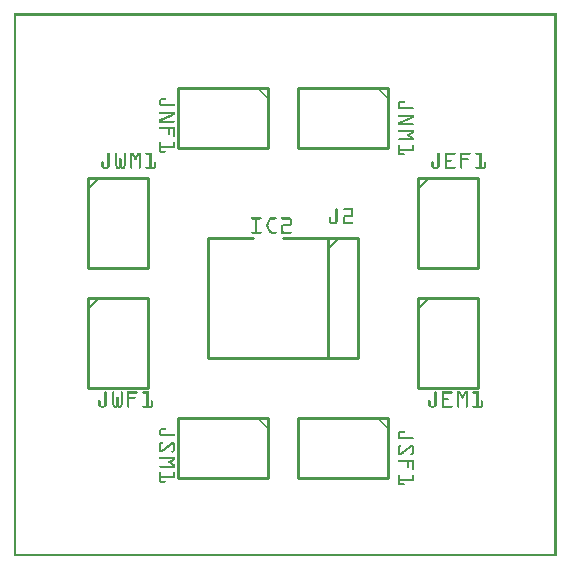
<source format=gto>
G04 MADE WITH FRITZING*
G04 WWW.FRITZING.ORG*
G04 DOUBLE SIDED*
G04 HOLES PLATED*
G04 CONTOUR ON CENTER OF CONTOUR VECTOR*
%ASAXBY*%
%FSLAX23Y23*%
%MOIN*%
%OFA0B0*%
%SFA1.0B1.0*%
%ADD10C,0.010000*%
%ADD11C,0.005000*%
%ADD12R,0.001000X0.001000*%
%LNSILK1*%
G90*
G70*
G54D10*
X649Y1061D02*
X649Y661D01*
D02*
X649Y661D02*
X1049Y661D01*
D02*
X1049Y661D02*
X1049Y1061D01*
D02*
X649Y1061D02*
X799Y1061D01*
D02*
X899Y1061D02*
X1049Y1061D01*
D02*
X1249Y1561D02*
X949Y1561D01*
D02*
X949Y1561D02*
X949Y1361D01*
D02*
X949Y1361D02*
X1249Y1361D01*
D02*
X1249Y1361D02*
X1249Y1561D01*
D02*
X849Y1561D02*
X549Y1561D01*
D02*
X549Y1561D02*
X549Y1361D01*
D02*
X549Y1361D02*
X849Y1361D01*
D02*
X849Y1361D02*
X849Y1561D01*
D02*
X849Y461D02*
X549Y461D01*
D02*
X549Y461D02*
X549Y261D01*
D02*
X549Y261D02*
X849Y261D01*
D02*
X849Y261D02*
X849Y461D01*
D02*
X1249Y461D02*
X949Y461D01*
D02*
X949Y461D02*
X949Y261D01*
D02*
X949Y261D02*
X1249Y261D01*
D02*
X1249Y261D02*
X1249Y461D01*
D02*
X249Y1261D02*
X249Y961D01*
D02*
X249Y961D02*
X449Y961D01*
D02*
X449Y961D02*
X449Y1261D01*
D02*
X449Y1261D02*
X249Y1261D01*
G54D11*
D02*
X249Y1226D02*
X284Y1261D01*
G54D10*
D02*
X249Y861D02*
X249Y561D01*
D02*
X249Y561D02*
X449Y561D01*
D02*
X449Y561D02*
X449Y861D01*
D02*
X449Y861D02*
X249Y861D01*
G54D11*
D02*
X249Y826D02*
X284Y861D01*
G54D10*
D02*
X1349Y861D02*
X1349Y561D01*
D02*
X1349Y561D02*
X1549Y561D01*
D02*
X1549Y561D02*
X1549Y861D01*
D02*
X1549Y861D02*
X1349Y861D01*
G54D11*
D02*
X1349Y826D02*
X1384Y861D01*
G54D10*
D02*
X1349Y1261D02*
X1349Y961D01*
D02*
X1349Y961D02*
X1549Y961D01*
D02*
X1549Y961D02*
X1549Y1261D01*
D02*
X1549Y1261D02*
X1349Y1261D01*
G54D11*
D02*
X1349Y1226D02*
X1384Y1261D01*
G54D10*
D02*
X1049Y1061D02*
X1049Y661D01*
D02*
X1049Y661D02*
X1149Y661D01*
D02*
X1149Y661D02*
X1149Y1061D01*
D02*
X1149Y1061D02*
X1049Y1061D01*
G54D11*
D02*
X1049Y1026D02*
X1084Y1061D01*
G54D12*
X0Y1811D02*
X1810Y1811D01*
X0Y1810D02*
X1810Y1810D01*
X0Y1809D02*
X1810Y1809D01*
X0Y1808D02*
X1810Y1808D01*
X0Y1807D02*
X1810Y1807D01*
X0Y1806D02*
X1810Y1806D01*
X0Y1805D02*
X1810Y1805D01*
X0Y1804D02*
X1810Y1804D01*
X0Y1803D02*
X7Y1803D01*
X1803Y1803D02*
X1810Y1803D01*
X0Y1802D02*
X7Y1802D01*
X1803Y1802D02*
X1810Y1802D01*
X0Y1801D02*
X7Y1801D01*
X1803Y1801D02*
X1810Y1801D01*
X0Y1800D02*
X7Y1800D01*
X1803Y1800D02*
X1810Y1800D01*
X0Y1799D02*
X7Y1799D01*
X1803Y1799D02*
X1810Y1799D01*
X0Y1798D02*
X7Y1798D01*
X1803Y1798D02*
X1810Y1798D01*
X0Y1797D02*
X7Y1797D01*
X1803Y1797D02*
X1810Y1797D01*
X0Y1796D02*
X7Y1796D01*
X1803Y1796D02*
X1810Y1796D01*
X0Y1795D02*
X7Y1795D01*
X1803Y1795D02*
X1810Y1795D01*
X0Y1794D02*
X7Y1794D01*
X1803Y1794D02*
X1810Y1794D01*
X0Y1793D02*
X7Y1793D01*
X1803Y1793D02*
X1810Y1793D01*
X0Y1792D02*
X7Y1792D01*
X1803Y1792D02*
X1810Y1792D01*
X0Y1791D02*
X7Y1791D01*
X1803Y1791D02*
X1810Y1791D01*
X0Y1790D02*
X7Y1790D01*
X1803Y1790D02*
X1810Y1790D01*
X0Y1789D02*
X7Y1789D01*
X1803Y1789D02*
X1810Y1789D01*
X0Y1788D02*
X7Y1788D01*
X1803Y1788D02*
X1810Y1788D01*
X0Y1787D02*
X7Y1787D01*
X1803Y1787D02*
X1810Y1787D01*
X0Y1786D02*
X7Y1786D01*
X1803Y1786D02*
X1810Y1786D01*
X0Y1785D02*
X7Y1785D01*
X1803Y1785D02*
X1810Y1785D01*
X0Y1784D02*
X7Y1784D01*
X1803Y1784D02*
X1810Y1784D01*
X0Y1783D02*
X7Y1783D01*
X1803Y1783D02*
X1810Y1783D01*
X0Y1782D02*
X7Y1782D01*
X1803Y1782D02*
X1810Y1782D01*
X0Y1781D02*
X7Y1781D01*
X1803Y1781D02*
X1810Y1781D01*
X0Y1780D02*
X7Y1780D01*
X1803Y1780D02*
X1810Y1780D01*
X0Y1779D02*
X7Y1779D01*
X1803Y1779D02*
X1810Y1779D01*
X0Y1778D02*
X7Y1778D01*
X1803Y1778D02*
X1810Y1778D01*
X0Y1777D02*
X7Y1777D01*
X1803Y1777D02*
X1810Y1777D01*
X0Y1776D02*
X7Y1776D01*
X1803Y1776D02*
X1810Y1776D01*
X0Y1775D02*
X7Y1775D01*
X1803Y1775D02*
X1810Y1775D01*
X0Y1774D02*
X7Y1774D01*
X1803Y1774D02*
X1810Y1774D01*
X0Y1773D02*
X7Y1773D01*
X1803Y1773D02*
X1810Y1773D01*
X0Y1772D02*
X7Y1772D01*
X1803Y1772D02*
X1810Y1772D01*
X0Y1771D02*
X7Y1771D01*
X1803Y1771D02*
X1810Y1771D01*
X0Y1770D02*
X7Y1770D01*
X1803Y1770D02*
X1810Y1770D01*
X0Y1769D02*
X7Y1769D01*
X1803Y1769D02*
X1810Y1769D01*
X0Y1768D02*
X7Y1768D01*
X1803Y1768D02*
X1810Y1768D01*
X0Y1767D02*
X7Y1767D01*
X1803Y1767D02*
X1810Y1767D01*
X0Y1766D02*
X7Y1766D01*
X1803Y1766D02*
X1810Y1766D01*
X0Y1765D02*
X7Y1765D01*
X1803Y1765D02*
X1810Y1765D01*
X0Y1764D02*
X7Y1764D01*
X1803Y1764D02*
X1810Y1764D01*
X0Y1763D02*
X7Y1763D01*
X1803Y1763D02*
X1810Y1763D01*
X0Y1762D02*
X7Y1762D01*
X1803Y1762D02*
X1810Y1762D01*
X0Y1761D02*
X7Y1761D01*
X1803Y1761D02*
X1810Y1761D01*
X0Y1760D02*
X7Y1760D01*
X1803Y1760D02*
X1810Y1760D01*
X0Y1759D02*
X7Y1759D01*
X1803Y1759D02*
X1810Y1759D01*
X0Y1758D02*
X7Y1758D01*
X1803Y1758D02*
X1810Y1758D01*
X0Y1757D02*
X7Y1757D01*
X1803Y1757D02*
X1810Y1757D01*
X0Y1756D02*
X7Y1756D01*
X1803Y1756D02*
X1810Y1756D01*
X0Y1755D02*
X7Y1755D01*
X1803Y1755D02*
X1810Y1755D01*
X0Y1754D02*
X7Y1754D01*
X1803Y1754D02*
X1810Y1754D01*
X0Y1753D02*
X7Y1753D01*
X1803Y1753D02*
X1810Y1753D01*
X0Y1752D02*
X7Y1752D01*
X1803Y1752D02*
X1810Y1752D01*
X0Y1751D02*
X7Y1751D01*
X1803Y1751D02*
X1810Y1751D01*
X0Y1750D02*
X7Y1750D01*
X1803Y1750D02*
X1810Y1750D01*
X0Y1749D02*
X7Y1749D01*
X1803Y1749D02*
X1810Y1749D01*
X0Y1748D02*
X7Y1748D01*
X1803Y1748D02*
X1810Y1748D01*
X0Y1747D02*
X7Y1747D01*
X1803Y1747D02*
X1810Y1747D01*
X0Y1746D02*
X7Y1746D01*
X1803Y1746D02*
X1810Y1746D01*
X0Y1745D02*
X7Y1745D01*
X1803Y1745D02*
X1810Y1745D01*
X0Y1744D02*
X7Y1744D01*
X1803Y1744D02*
X1810Y1744D01*
X0Y1743D02*
X7Y1743D01*
X1803Y1743D02*
X1810Y1743D01*
X0Y1742D02*
X7Y1742D01*
X1803Y1742D02*
X1810Y1742D01*
X0Y1741D02*
X7Y1741D01*
X1803Y1741D02*
X1810Y1741D01*
X0Y1740D02*
X7Y1740D01*
X1803Y1740D02*
X1810Y1740D01*
X0Y1739D02*
X7Y1739D01*
X1803Y1739D02*
X1810Y1739D01*
X0Y1738D02*
X7Y1738D01*
X1803Y1738D02*
X1810Y1738D01*
X0Y1737D02*
X7Y1737D01*
X1803Y1737D02*
X1810Y1737D01*
X0Y1736D02*
X7Y1736D01*
X1803Y1736D02*
X1810Y1736D01*
X0Y1735D02*
X7Y1735D01*
X1803Y1735D02*
X1810Y1735D01*
X0Y1734D02*
X7Y1734D01*
X1803Y1734D02*
X1810Y1734D01*
X0Y1733D02*
X7Y1733D01*
X1803Y1733D02*
X1810Y1733D01*
X0Y1732D02*
X7Y1732D01*
X1803Y1732D02*
X1810Y1732D01*
X0Y1731D02*
X7Y1731D01*
X1803Y1731D02*
X1810Y1731D01*
X0Y1730D02*
X7Y1730D01*
X1803Y1730D02*
X1810Y1730D01*
X0Y1729D02*
X7Y1729D01*
X1803Y1729D02*
X1810Y1729D01*
X0Y1728D02*
X7Y1728D01*
X1803Y1728D02*
X1810Y1728D01*
X0Y1727D02*
X7Y1727D01*
X1803Y1727D02*
X1810Y1727D01*
X0Y1726D02*
X7Y1726D01*
X1803Y1726D02*
X1810Y1726D01*
X0Y1725D02*
X7Y1725D01*
X1803Y1725D02*
X1810Y1725D01*
X0Y1724D02*
X7Y1724D01*
X1803Y1724D02*
X1810Y1724D01*
X0Y1723D02*
X7Y1723D01*
X1803Y1723D02*
X1810Y1723D01*
X0Y1722D02*
X7Y1722D01*
X1803Y1722D02*
X1810Y1722D01*
X0Y1721D02*
X7Y1721D01*
X1803Y1721D02*
X1810Y1721D01*
X0Y1720D02*
X7Y1720D01*
X1803Y1720D02*
X1810Y1720D01*
X0Y1719D02*
X7Y1719D01*
X1803Y1719D02*
X1810Y1719D01*
X0Y1718D02*
X7Y1718D01*
X1803Y1718D02*
X1810Y1718D01*
X0Y1717D02*
X7Y1717D01*
X1803Y1717D02*
X1810Y1717D01*
X0Y1716D02*
X7Y1716D01*
X1803Y1716D02*
X1810Y1716D01*
X0Y1715D02*
X7Y1715D01*
X1803Y1715D02*
X1810Y1715D01*
X0Y1714D02*
X7Y1714D01*
X1803Y1714D02*
X1810Y1714D01*
X0Y1713D02*
X7Y1713D01*
X1803Y1713D02*
X1810Y1713D01*
X0Y1712D02*
X7Y1712D01*
X1803Y1712D02*
X1810Y1712D01*
X0Y1711D02*
X7Y1711D01*
X1803Y1711D02*
X1810Y1711D01*
X0Y1710D02*
X7Y1710D01*
X1803Y1710D02*
X1810Y1710D01*
X0Y1709D02*
X7Y1709D01*
X1803Y1709D02*
X1810Y1709D01*
X0Y1708D02*
X7Y1708D01*
X1803Y1708D02*
X1810Y1708D01*
X0Y1707D02*
X7Y1707D01*
X1803Y1707D02*
X1810Y1707D01*
X0Y1706D02*
X7Y1706D01*
X1803Y1706D02*
X1810Y1706D01*
X0Y1705D02*
X7Y1705D01*
X1803Y1705D02*
X1810Y1705D01*
X0Y1704D02*
X7Y1704D01*
X1803Y1704D02*
X1810Y1704D01*
X0Y1703D02*
X7Y1703D01*
X1803Y1703D02*
X1810Y1703D01*
X0Y1702D02*
X7Y1702D01*
X1803Y1702D02*
X1810Y1702D01*
X0Y1701D02*
X7Y1701D01*
X1803Y1701D02*
X1810Y1701D01*
X0Y1700D02*
X7Y1700D01*
X1803Y1700D02*
X1810Y1700D01*
X0Y1699D02*
X7Y1699D01*
X1803Y1699D02*
X1810Y1699D01*
X0Y1698D02*
X7Y1698D01*
X1803Y1698D02*
X1810Y1698D01*
X0Y1697D02*
X7Y1697D01*
X1803Y1697D02*
X1810Y1697D01*
X0Y1696D02*
X7Y1696D01*
X1803Y1696D02*
X1810Y1696D01*
X0Y1695D02*
X7Y1695D01*
X1803Y1695D02*
X1810Y1695D01*
X0Y1694D02*
X7Y1694D01*
X1803Y1694D02*
X1810Y1694D01*
X0Y1693D02*
X7Y1693D01*
X1803Y1693D02*
X1810Y1693D01*
X0Y1692D02*
X7Y1692D01*
X1803Y1692D02*
X1810Y1692D01*
X0Y1691D02*
X7Y1691D01*
X1803Y1691D02*
X1810Y1691D01*
X0Y1690D02*
X7Y1690D01*
X1803Y1690D02*
X1810Y1690D01*
X0Y1689D02*
X7Y1689D01*
X1803Y1689D02*
X1810Y1689D01*
X0Y1688D02*
X7Y1688D01*
X1803Y1688D02*
X1810Y1688D01*
X0Y1687D02*
X7Y1687D01*
X1803Y1687D02*
X1810Y1687D01*
X0Y1686D02*
X7Y1686D01*
X1803Y1686D02*
X1810Y1686D01*
X0Y1685D02*
X7Y1685D01*
X1803Y1685D02*
X1810Y1685D01*
X0Y1684D02*
X7Y1684D01*
X1803Y1684D02*
X1810Y1684D01*
X0Y1683D02*
X7Y1683D01*
X1803Y1683D02*
X1810Y1683D01*
X0Y1682D02*
X7Y1682D01*
X1803Y1682D02*
X1810Y1682D01*
X0Y1681D02*
X7Y1681D01*
X1803Y1681D02*
X1810Y1681D01*
X0Y1680D02*
X7Y1680D01*
X1803Y1680D02*
X1810Y1680D01*
X0Y1679D02*
X7Y1679D01*
X1803Y1679D02*
X1810Y1679D01*
X0Y1678D02*
X7Y1678D01*
X1803Y1678D02*
X1810Y1678D01*
X0Y1677D02*
X7Y1677D01*
X1803Y1677D02*
X1810Y1677D01*
X0Y1676D02*
X7Y1676D01*
X1803Y1676D02*
X1810Y1676D01*
X0Y1675D02*
X7Y1675D01*
X1803Y1675D02*
X1810Y1675D01*
X0Y1674D02*
X7Y1674D01*
X1803Y1674D02*
X1810Y1674D01*
X0Y1673D02*
X7Y1673D01*
X1803Y1673D02*
X1810Y1673D01*
X0Y1672D02*
X7Y1672D01*
X1803Y1672D02*
X1810Y1672D01*
X0Y1671D02*
X7Y1671D01*
X1803Y1671D02*
X1810Y1671D01*
X0Y1670D02*
X7Y1670D01*
X1803Y1670D02*
X1810Y1670D01*
X0Y1669D02*
X7Y1669D01*
X1803Y1669D02*
X1810Y1669D01*
X0Y1668D02*
X7Y1668D01*
X1803Y1668D02*
X1810Y1668D01*
X0Y1667D02*
X7Y1667D01*
X1803Y1667D02*
X1810Y1667D01*
X0Y1666D02*
X7Y1666D01*
X1803Y1666D02*
X1810Y1666D01*
X0Y1665D02*
X7Y1665D01*
X1803Y1665D02*
X1810Y1665D01*
X0Y1664D02*
X7Y1664D01*
X1803Y1664D02*
X1810Y1664D01*
X0Y1663D02*
X7Y1663D01*
X1803Y1663D02*
X1810Y1663D01*
X0Y1662D02*
X7Y1662D01*
X1803Y1662D02*
X1810Y1662D01*
X0Y1661D02*
X7Y1661D01*
X1803Y1661D02*
X1810Y1661D01*
X0Y1660D02*
X7Y1660D01*
X1803Y1660D02*
X1810Y1660D01*
X0Y1659D02*
X7Y1659D01*
X1803Y1659D02*
X1810Y1659D01*
X0Y1658D02*
X7Y1658D01*
X1803Y1658D02*
X1810Y1658D01*
X0Y1657D02*
X7Y1657D01*
X1803Y1657D02*
X1810Y1657D01*
X0Y1656D02*
X7Y1656D01*
X1803Y1656D02*
X1810Y1656D01*
X0Y1655D02*
X7Y1655D01*
X1803Y1655D02*
X1810Y1655D01*
X0Y1654D02*
X7Y1654D01*
X1803Y1654D02*
X1810Y1654D01*
X0Y1653D02*
X7Y1653D01*
X1803Y1653D02*
X1810Y1653D01*
X0Y1652D02*
X7Y1652D01*
X1803Y1652D02*
X1810Y1652D01*
X0Y1651D02*
X7Y1651D01*
X1803Y1651D02*
X1810Y1651D01*
X0Y1650D02*
X7Y1650D01*
X1803Y1650D02*
X1810Y1650D01*
X0Y1649D02*
X7Y1649D01*
X1803Y1649D02*
X1810Y1649D01*
X0Y1648D02*
X7Y1648D01*
X1803Y1648D02*
X1810Y1648D01*
X0Y1647D02*
X7Y1647D01*
X1803Y1647D02*
X1810Y1647D01*
X0Y1646D02*
X7Y1646D01*
X1803Y1646D02*
X1810Y1646D01*
X0Y1645D02*
X7Y1645D01*
X1803Y1645D02*
X1810Y1645D01*
X0Y1644D02*
X7Y1644D01*
X1803Y1644D02*
X1810Y1644D01*
X0Y1643D02*
X7Y1643D01*
X1803Y1643D02*
X1810Y1643D01*
X0Y1642D02*
X7Y1642D01*
X1803Y1642D02*
X1810Y1642D01*
X0Y1641D02*
X7Y1641D01*
X1803Y1641D02*
X1810Y1641D01*
X0Y1640D02*
X7Y1640D01*
X1803Y1640D02*
X1810Y1640D01*
X0Y1639D02*
X7Y1639D01*
X1803Y1639D02*
X1810Y1639D01*
X0Y1638D02*
X7Y1638D01*
X1803Y1638D02*
X1810Y1638D01*
X0Y1637D02*
X7Y1637D01*
X1803Y1637D02*
X1810Y1637D01*
X0Y1636D02*
X7Y1636D01*
X1803Y1636D02*
X1810Y1636D01*
X0Y1635D02*
X7Y1635D01*
X1803Y1635D02*
X1810Y1635D01*
X0Y1634D02*
X7Y1634D01*
X1803Y1634D02*
X1810Y1634D01*
X0Y1633D02*
X7Y1633D01*
X1803Y1633D02*
X1810Y1633D01*
X0Y1632D02*
X7Y1632D01*
X1803Y1632D02*
X1810Y1632D01*
X0Y1631D02*
X7Y1631D01*
X1803Y1631D02*
X1810Y1631D01*
X0Y1630D02*
X7Y1630D01*
X1803Y1630D02*
X1810Y1630D01*
X0Y1629D02*
X7Y1629D01*
X1803Y1629D02*
X1810Y1629D01*
X0Y1628D02*
X7Y1628D01*
X1803Y1628D02*
X1810Y1628D01*
X0Y1627D02*
X7Y1627D01*
X1803Y1627D02*
X1810Y1627D01*
X0Y1626D02*
X7Y1626D01*
X1803Y1626D02*
X1810Y1626D01*
X0Y1625D02*
X7Y1625D01*
X1803Y1625D02*
X1810Y1625D01*
X0Y1624D02*
X7Y1624D01*
X1803Y1624D02*
X1810Y1624D01*
X0Y1623D02*
X7Y1623D01*
X1803Y1623D02*
X1810Y1623D01*
X0Y1622D02*
X7Y1622D01*
X1803Y1622D02*
X1810Y1622D01*
X0Y1621D02*
X7Y1621D01*
X1803Y1621D02*
X1810Y1621D01*
X0Y1620D02*
X7Y1620D01*
X1803Y1620D02*
X1810Y1620D01*
X0Y1619D02*
X7Y1619D01*
X1803Y1619D02*
X1810Y1619D01*
X0Y1618D02*
X7Y1618D01*
X1803Y1618D02*
X1810Y1618D01*
X0Y1617D02*
X7Y1617D01*
X1803Y1617D02*
X1810Y1617D01*
X0Y1616D02*
X7Y1616D01*
X1803Y1616D02*
X1810Y1616D01*
X0Y1615D02*
X7Y1615D01*
X1803Y1615D02*
X1810Y1615D01*
X0Y1614D02*
X7Y1614D01*
X1803Y1614D02*
X1810Y1614D01*
X0Y1613D02*
X7Y1613D01*
X1803Y1613D02*
X1810Y1613D01*
X0Y1612D02*
X7Y1612D01*
X1803Y1612D02*
X1810Y1612D01*
X0Y1611D02*
X7Y1611D01*
X1803Y1611D02*
X1810Y1611D01*
X0Y1610D02*
X7Y1610D01*
X1803Y1610D02*
X1810Y1610D01*
X0Y1609D02*
X7Y1609D01*
X1803Y1609D02*
X1810Y1609D01*
X0Y1608D02*
X7Y1608D01*
X1803Y1608D02*
X1810Y1608D01*
X0Y1607D02*
X7Y1607D01*
X1803Y1607D02*
X1810Y1607D01*
X0Y1606D02*
X7Y1606D01*
X1803Y1606D02*
X1810Y1606D01*
X0Y1605D02*
X7Y1605D01*
X1803Y1605D02*
X1810Y1605D01*
X0Y1604D02*
X7Y1604D01*
X1803Y1604D02*
X1810Y1604D01*
X0Y1603D02*
X7Y1603D01*
X1803Y1603D02*
X1810Y1603D01*
X0Y1602D02*
X7Y1602D01*
X1803Y1602D02*
X1810Y1602D01*
X0Y1601D02*
X7Y1601D01*
X1803Y1601D02*
X1810Y1601D01*
X0Y1600D02*
X7Y1600D01*
X1803Y1600D02*
X1810Y1600D01*
X0Y1599D02*
X7Y1599D01*
X1803Y1599D02*
X1810Y1599D01*
X0Y1598D02*
X7Y1598D01*
X1803Y1598D02*
X1810Y1598D01*
X0Y1597D02*
X7Y1597D01*
X1803Y1597D02*
X1810Y1597D01*
X0Y1596D02*
X7Y1596D01*
X1803Y1596D02*
X1810Y1596D01*
X0Y1595D02*
X7Y1595D01*
X1803Y1595D02*
X1810Y1595D01*
X0Y1594D02*
X7Y1594D01*
X1803Y1594D02*
X1810Y1594D01*
X0Y1593D02*
X7Y1593D01*
X1803Y1593D02*
X1810Y1593D01*
X0Y1592D02*
X7Y1592D01*
X1803Y1592D02*
X1810Y1592D01*
X0Y1591D02*
X7Y1591D01*
X1803Y1591D02*
X1810Y1591D01*
X0Y1590D02*
X7Y1590D01*
X1803Y1590D02*
X1810Y1590D01*
X0Y1589D02*
X7Y1589D01*
X1803Y1589D02*
X1810Y1589D01*
X0Y1588D02*
X7Y1588D01*
X1803Y1588D02*
X1810Y1588D01*
X0Y1587D02*
X7Y1587D01*
X1803Y1587D02*
X1810Y1587D01*
X0Y1586D02*
X7Y1586D01*
X1803Y1586D02*
X1810Y1586D01*
X0Y1585D02*
X7Y1585D01*
X1803Y1585D02*
X1810Y1585D01*
X0Y1584D02*
X7Y1584D01*
X1803Y1584D02*
X1810Y1584D01*
X0Y1583D02*
X7Y1583D01*
X1803Y1583D02*
X1810Y1583D01*
X0Y1582D02*
X7Y1582D01*
X1803Y1582D02*
X1810Y1582D01*
X0Y1581D02*
X7Y1581D01*
X1803Y1581D02*
X1810Y1581D01*
X0Y1580D02*
X7Y1580D01*
X1803Y1580D02*
X1810Y1580D01*
X0Y1579D02*
X7Y1579D01*
X1803Y1579D02*
X1810Y1579D01*
X0Y1578D02*
X7Y1578D01*
X1803Y1578D02*
X1810Y1578D01*
X0Y1577D02*
X7Y1577D01*
X1803Y1577D02*
X1810Y1577D01*
X0Y1576D02*
X7Y1576D01*
X1803Y1576D02*
X1810Y1576D01*
X0Y1575D02*
X7Y1575D01*
X1803Y1575D02*
X1810Y1575D01*
X0Y1574D02*
X7Y1574D01*
X1803Y1574D02*
X1810Y1574D01*
X0Y1573D02*
X7Y1573D01*
X1803Y1573D02*
X1810Y1573D01*
X0Y1572D02*
X7Y1572D01*
X1803Y1572D02*
X1810Y1572D01*
X0Y1571D02*
X7Y1571D01*
X1803Y1571D02*
X1810Y1571D01*
X0Y1570D02*
X7Y1570D01*
X1803Y1570D02*
X1810Y1570D01*
X0Y1569D02*
X7Y1569D01*
X1803Y1569D02*
X1810Y1569D01*
X0Y1568D02*
X7Y1568D01*
X1803Y1568D02*
X1810Y1568D01*
X0Y1567D02*
X7Y1567D01*
X1803Y1567D02*
X1810Y1567D01*
X0Y1566D02*
X7Y1566D01*
X1803Y1566D02*
X1810Y1566D01*
X0Y1565D02*
X7Y1565D01*
X1803Y1565D02*
X1810Y1565D01*
X0Y1564D02*
X7Y1564D01*
X1803Y1564D02*
X1810Y1564D01*
X0Y1563D02*
X7Y1563D01*
X1803Y1563D02*
X1810Y1563D01*
X0Y1562D02*
X7Y1562D01*
X815Y1562D02*
X816Y1562D01*
X1215Y1562D02*
X1216Y1562D01*
X1803Y1562D02*
X1810Y1562D01*
X0Y1561D02*
X7Y1561D01*
X814Y1561D02*
X817Y1561D01*
X1214Y1561D02*
X1217Y1561D01*
X1803Y1561D02*
X1810Y1561D01*
X0Y1560D02*
X7Y1560D01*
X813Y1560D02*
X818Y1560D01*
X1213Y1560D02*
X1218Y1560D01*
X1803Y1560D02*
X1810Y1560D01*
X0Y1559D02*
X7Y1559D01*
X813Y1559D02*
X819Y1559D01*
X1213Y1559D02*
X1219Y1559D01*
X1803Y1559D02*
X1810Y1559D01*
X0Y1558D02*
X7Y1558D01*
X814Y1558D02*
X820Y1558D01*
X1214Y1558D02*
X1220Y1558D01*
X1803Y1558D02*
X1810Y1558D01*
X0Y1557D02*
X7Y1557D01*
X815Y1557D02*
X821Y1557D01*
X1215Y1557D02*
X1221Y1557D01*
X1803Y1557D02*
X1810Y1557D01*
X0Y1556D02*
X7Y1556D01*
X816Y1556D02*
X822Y1556D01*
X1216Y1556D02*
X1222Y1556D01*
X1803Y1556D02*
X1810Y1556D01*
X0Y1555D02*
X7Y1555D01*
X817Y1555D02*
X823Y1555D01*
X1217Y1555D02*
X1223Y1555D01*
X1803Y1555D02*
X1810Y1555D01*
X0Y1554D02*
X7Y1554D01*
X818Y1554D02*
X824Y1554D01*
X1218Y1554D02*
X1224Y1554D01*
X1803Y1554D02*
X1810Y1554D01*
X0Y1553D02*
X7Y1553D01*
X819Y1553D02*
X825Y1553D01*
X1219Y1553D02*
X1225Y1553D01*
X1803Y1553D02*
X1810Y1553D01*
X0Y1552D02*
X7Y1552D01*
X820Y1552D02*
X826Y1552D01*
X1220Y1552D02*
X1226Y1552D01*
X1803Y1552D02*
X1810Y1552D01*
X0Y1551D02*
X7Y1551D01*
X821Y1551D02*
X827Y1551D01*
X1221Y1551D02*
X1227Y1551D01*
X1803Y1551D02*
X1810Y1551D01*
X0Y1550D02*
X7Y1550D01*
X822Y1550D02*
X828Y1550D01*
X1222Y1550D02*
X1228Y1550D01*
X1803Y1550D02*
X1810Y1550D01*
X0Y1549D02*
X7Y1549D01*
X823Y1549D02*
X829Y1549D01*
X1223Y1549D02*
X1229Y1549D01*
X1803Y1549D02*
X1810Y1549D01*
X0Y1548D02*
X7Y1548D01*
X824Y1548D02*
X830Y1548D01*
X1224Y1548D02*
X1230Y1548D01*
X1803Y1548D02*
X1810Y1548D01*
X0Y1547D02*
X7Y1547D01*
X825Y1547D02*
X831Y1547D01*
X1225Y1547D02*
X1231Y1547D01*
X1803Y1547D02*
X1810Y1547D01*
X0Y1546D02*
X7Y1546D01*
X826Y1546D02*
X832Y1546D01*
X1226Y1546D02*
X1232Y1546D01*
X1803Y1546D02*
X1810Y1546D01*
X0Y1545D02*
X7Y1545D01*
X828Y1545D02*
X833Y1545D01*
X1228Y1545D02*
X1233Y1545D01*
X1803Y1545D02*
X1810Y1545D01*
X0Y1544D02*
X7Y1544D01*
X829Y1544D02*
X834Y1544D01*
X1229Y1544D02*
X1234Y1544D01*
X1803Y1544D02*
X1810Y1544D01*
X0Y1543D02*
X7Y1543D01*
X830Y1543D02*
X835Y1543D01*
X1230Y1543D02*
X1235Y1543D01*
X1803Y1543D02*
X1810Y1543D01*
X0Y1542D02*
X7Y1542D01*
X831Y1542D02*
X836Y1542D01*
X1231Y1542D02*
X1236Y1542D01*
X1803Y1542D02*
X1810Y1542D01*
X0Y1541D02*
X7Y1541D01*
X832Y1541D02*
X837Y1541D01*
X1232Y1541D02*
X1237Y1541D01*
X1803Y1541D02*
X1810Y1541D01*
X0Y1540D02*
X7Y1540D01*
X833Y1540D02*
X838Y1540D01*
X1233Y1540D02*
X1238Y1540D01*
X1803Y1540D02*
X1810Y1540D01*
X0Y1539D02*
X7Y1539D01*
X834Y1539D02*
X839Y1539D01*
X1234Y1539D02*
X1239Y1539D01*
X1803Y1539D02*
X1810Y1539D01*
X0Y1538D02*
X7Y1538D01*
X834Y1538D02*
X840Y1538D01*
X1234Y1538D02*
X1240Y1538D01*
X1803Y1538D02*
X1810Y1538D01*
X0Y1537D02*
X7Y1537D01*
X835Y1537D02*
X841Y1537D01*
X1235Y1537D02*
X1241Y1537D01*
X1803Y1537D02*
X1810Y1537D01*
X0Y1536D02*
X7Y1536D01*
X836Y1536D02*
X842Y1536D01*
X1236Y1536D02*
X1242Y1536D01*
X1803Y1536D02*
X1810Y1536D01*
X0Y1535D02*
X7Y1535D01*
X837Y1535D02*
X843Y1535D01*
X1237Y1535D02*
X1243Y1535D01*
X1803Y1535D02*
X1810Y1535D01*
X0Y1534D02*
X7Y1534D01*
X838Y1534D02*
X844Y1534D01*
X1238Y1534D02*
X1244Y1534D01*
X1803Y1534D02*
X1810Y1534D01*
X0Y1533D02*
X7Y1533D01*
X839Y1533D02*
X845Y1533D01*
X1239Y1533D02*
X1245Y1533D01*
X1803Y1533D02*
X1810Y1533D01*
X0Y1532D02*
X7Y1532D01*
X840Y1532D02*
X846Y1532D01*
X1240Y1532D02*
X1246Y1532D01*
X1803Y1532D02*
X1810Y1532D01*
X0Y1531D02*
X7Y1531D01*
X841Y1531D02*
X847Y1531D01*
X1241Y1531D02*
X1247Y1531D01*
X1803Y1531D02*
X1810Y1531D01*
X0Y1530D02*
X7Y1530D01*
X842Y1530D02*
X848Y1530D01*
X1242Y1530D02*
X1248Y1530D01*
X1803Y1530D02*
X1810Y1530D01*
X0Y1529D02*
X7Y1529D01*
X843Y1529D02*
X849Y1529D01*
X1243Y1529D02*
X1249Y1529D01*
X1803Y1529D02*
X1810Y1529D01*
X0Y1528D02*
X7Y1528D01*
X494Y1528D02*
X505Y1528D01*
X844Y1528D02*
X850Y1528D01*
X1244Y1528D02*
X1250Y1528D01*
X1803Y1528D02*
X1810Y1528D01*
X0Y1527D02*
X7Y1527D01*
X490Y1527D02*
X507Y1527D01*
X845Y1527D02*
X849Y1527D01*
X1245Y1527D02*
X1249Y1527D01*
X1803Y1527D02*
X1810Y1527D01*
X0Y1526D02*
X7Y1526D01*
X489Y1526D02*
X508Y1526D01*
X846Y1526D02*
X848Y1526D01*
X1246Y1526D02*
X1248Y1526D01*
X1803Y1526D02*
X1810Y1526D01*
X0Y1525D02*
X7Y1525D01*
X488Y1525D02*
X508Y1525D01*
X1803Y1525D02*
X1810Y1525D01*
X0Y1524D02*
X7Y1524D01*
X487Y1524D02*
X508Y1524D01*
X1803Y1524D02*
X1810Y1524D01*
X0Y1523D02*
X7Y1523D01*
X486Y1523D02*
X508Y1523D01*
X1803Y1523D02*
X1810Y1523D01*
X0Y1522D02*
X7Y1522D01*
X485Y1522D02*
X507Y1522D01*
X1803Y1522D02*
X1810Y1522D01*
X0Y1521D02*
X7Y1521D01*
X485Y1521D02*
X494Y1521D01*
X1803Y1521D02*
X1810Y1521D01*
X0Y1520D02*
X7Y1520D01*
X485Y1520D02*
X492Y1520D01*
X1803Y1520D02*
X1810Y1520D01*
X0Y1519D02*
X7Y1519D01*
X485Y1519D02*
X491Y1519D01*
X1803Y1519D02*
X1810Y1519D01*
X0Y1518D02*
X7Y1518D01*
X485Y1518D02*
X491Y1518D01*
X1289Y1518D02*
X1301Y1518D01*
X1803Y1518D02*
X1810Y1518D01*
X0Y1517D02*
X7Y1517D01*
X484Y1517D02*
X490Y1517D01*
X1286Y1517D02*
X1303Y1517D01*
X1803Y1517D02*
X1810Y1517D01*
X0Y1516D02*
X7Y1516D01*
X484Y1516D02*
X490Y1516D01*
X1284Y1516D02*
X1304Y1516D01*
X1803Y1516D02*
X1810Y1516D01*
X0Y1515D02*
X7Y1515D01*
X484Y1515D02*
X490Y1515D01*
X1283Y1515D02*
X1304Y1515D01*
X1803Y1515D02*
X1810Y1515D01*
X0Y1514D02*
X7Y1514D01*
X484Y1514D02*
X490Y1514D01*
X1282Y1514D02*
X1304Y1514D01*
X1803Y1514D02*
X1810Y1514D01*
X0Y1513D02*
X7Y1513D01*
X484Y1513D02*
X490Y1513D01*
X1282Y1513D02*
X1303Y1513D01*
X1803Y1513D02*
X1810Y1513D01*
X0Y1512D02*
X7Y1512D01*
X484Y1512D02*
X490Y1512D01*
X1281Y1512D02*
X1303Y1512D01*
X1803Y1512D02*
X1810Y1512D01*
X0Y1511D02*
X7Y1511D01*
X484Y1511D02*
X490Y1511D01*
X1281Y1511D02*
X1289Y1511D01*
X1803Y1511D02*
X1810Y1511D01*
X0Y1510D02*
X7Y1510D01*
X485Y1510D02*
X491Y1510D01*
X1280Y1510D02*
X1287Y1510D01*
X1803Y1510D02*
X1810Y1510D01*
X0Y1509D02*
X7Y1509D01*
X485Y1509D02*
X491Y1509D01*
X1280Y1509D02*
X1286Y1509D01*
X1803Y1509D02*
X1810Y1509D01*
X0Y1508D02*
X7Y1508D01*
X485Y1508D02*
X492Y1508D01*
X1280Y1508D02*
X1286Y1508D01*
X1803Y1508D02*
X1810Y1508D01*
X0Y1507D02*
X7Y1507D01*
X485Y1507D02*
X536Y1507D01*
X1280Y1507D02*
X1286Y1507D01*
X1803Y1507D02*
X1810Y1507D01*
X0Y1506D02*
X7Y1506D01*
X486Y1506D02*
X537Y1506D01*
X1280Y1506D02*
X1286Y1506D01*
X1803Y1506D02*
X1810Y1506D01*
X0Y1505D02*
X7Y1505D01*
X486Y1505D02*
X537Y1505D01*
X1280Y1505D02*
X1286Y1505D01*
X1803Y1505D02*
X1810Y1505D01*
X0Y1504D02*
X7Y1504D01*
X487Y1504D02*
X538Y1504D01*
X1280Y1504D02*
X1286Y1504D01*
X1803Y1504D02*
X1810Y1504D01*
X0Y1503D02*
X7Y1503D01*
X488Y1503D02*
X537Y1503D01*
X1280Y1503D02*
X1286Y1503D01*
X1803Y1503D02*
X1810Y1503D01*
X0Y1502D02*
X7Y1502D01*
X489Y1502D02*
X537Y1502D01*
X1280Y1502D02*
X1286Y1502D01*
X1803Y1502D02*
X1810Y1502D01*
X0Y1501D02*
X7Y1501D01*
X492Y1501D02*
X536Y1501D01*
X1280Y1501D02*
X1286Y1501D01*
X1803Y1501D02*
X1810Y1501D01*
X0Y1500D02*
X7Y1500D01*
X1280Y1500D02*
X1286Y1500D01*
X1803Y1500D02*
X1810Y1500D01*
X0Y1499D02*
X7Y1499D01*
X1280Y1499D02*
X1287Y1499D01*
X1803Y1499D02*
X1810Y1499D01*
X0Y1498D02*
X7Y1498D01*
X1281Y1498D02*
X1288Y1498D01*
X1803Y1498D02*
X1810Y1498D01*
X0Y1497D02*
X7Y1497D01*
X1281Y1497D02*
X1332Y1497D01*
X1803Y1497D02*
X1810Y1497D01*
X0Y1496D02*
X7Y1496D01*
X1281Y1496D02*
X1333Y1496D01*
X1803Y1496D02*
X1810Y1496D01*
X0Y1495D02*
X7Y1495D01*
X1282Y1495D02*
X1333Y1495D01*
X1803Y1495D02*
X1810Y1495D01*
X0Y1494D02*
X7Y1494D01*
X1283Y1494D02*
X1333Y1494D01*
X1803Y1494D02*
X1810Y1494D01*
X0Y1493D02*
X7Y1493D01*
X1284Y1493D02*
X1333Y1493D01*
X1803Y1493D02*
X1810Y1493D01*
X0Y1492D02*
X7Y1492D01*
X1285Y1492D02*
X1333Y1492D01*
X1803Y1492D02*
X1810Y1492D01*
X0Y1491D02*
X7Y1491D01*
X1288Y1491D02*
X1331Y1491D01*
X1803Y1491D02*
X1810Y1491D01*
X0Y1490D02*
X7Y1490D01*
X1803Y1490D02*
X1810Y1490D01*
X0Y1489D02*
X7Y1489D01*
X1803Y1489D02*
X1810Y1489D01*
X0Y1488D02*
X7Y1488D01*
X1803Y1488D02*
X1810Y1488D01*
X0Y1487D02*
X7Y1487D01*
X1803Y1487D02*
X1810Y1487D01*
X0Y1486D02*
X7Y1486D01*
X1803Y1486D02*
X1810Y1486D01*
X0Y1485D02*
X7Y1485D01*
X1803Y1485D02*
X1810Y1485D01*
X0Y1484D02*
X7Y1484D01*
X1803Y1484D02*
X1810Y1484D01*
X0Y1483D02*
X7Y1483D01*
X1803Y1483D02*
X1810Y1483D01*
X0Y1482D02*
X7Y1482D01*
X1803Y1482D02*
X1810Y1482D01*
X0Y1481D02*
X7Y1481D01*
X486Y1481D02*
X538Y1481D01*
X1803Y1481D02*
X1810Y1481D01*
X0Y1480D02*
X7Y1480D01*
X485Y1480D02*
X538Y1480D01*
X1803Y1480D02*
X1810Y1480D01*
X0Y1479D02*
X7Y1479D01*
X485Y1479D02*
X538Y1479D01*
X1803Y1479D02*
X1810Y1479D01*
X0Y1478D02*
X7Y1478D01*
X485Y1478D02*
X538Y1478D01*
X1803Y1478D02*
X1810Y1478D01*
X0Y1477D02*
X7Y1477D01*
X485Y1477D02*
X538Y1477D01*
X1803Y1477D02*
X1810Y1477D01*
X0Y1476D02*
X7Y1476D01*
X485Y1476D02*
X538Y1476D01*
X1803Y1476D02*
X1810Y1476D01*
X0Y1475D02*
X7Y1475D01*
X486Y1475D02*
X538Y1475D01*
X1803Y1475D02*
X1810Y1475D01*
X0Y1474D02*
X7Y1474D01*
X525Y1474D02*
X538Y1474D01*
X1803Y1474D02*
X1810Y1474D01*
X0Y1473D02*
X7Y1473D01*
X523Y1473D02*
X538Y1473D01*
X1803Y1473D02*
X1810Y1473D01*
X0Y1472D02*
X7Y1472D01*
X520Y1472D02*
X537Y1472D01*
X1803Y1472D02*
X1810Y1472D01*
X0Y1471D02*
X7Y1471D01*
X518Y1471D02*
X535Y1471D01*
X1282Y1471D02*
X1333Y1471D01*
X1803Y1471D02*
X1810Y1471D01*
X0Y1470D02*
X7Y1470D01*
X516Y1470D02*
X532Y1470D01*
X1281Y1470D02*
X1333Y1470D01*
X1803Y1470D02*
X1810Y1470D01*
X0Y1469D02*
X7Y1469D01*
X514Y1469D02*
X530Y1469D01*
X1280Y1469D02*
X1333Y1469D01*
X1803Y1469D02*
X1810Y1469D01*
X0Y1468D02*
X7Y1468D01*
X511Y1468D02*
X528Y1468D01*
X1280Y1468D02*
X1333Y1468D01*
X1803Y1468D02*
X1810Y1468D01*
X0Y1467D02*
X7Y1467D01*
X509Y1467D02*
X526Y1467D01*
X1280Y1467D02*
X1333Y1467D01*
X1803Y1467D02*
X1810Y1467D01*
X0Y1466D02*
X7Y1466D01*
X507Y1466D02*
X523Y1466D01*
X1281Y1466D02*
X1333Y1466D01*
X1803Y1466D02*
X1810Y1466D01*
X0Y1465D02*
X7Y1465D01*
X504Y1465D02*
X521Y1465D01*
X1282Y1465D02*
X1333Y1465D01*
X1803Y1465D02*
X1810Y1465D01*
X0Y1464D02*
X7Y1464D01*
X502Y1464D02*
X519Y1464D01*
X1320Y1464D02*
X1333Y1464D01*
X1803Y1464D02*
X1810Y1464D01*
X0Y1463D02*
X7Y1463D01*
X500Y1463D02*
X517Y1463D01*
X1318Y1463D02*
X1333Y1463D01*
X1803Y1463D02*
X1810Y1463D01*
X0Y1462D02*
X7Y1462D01*
X498Y1462D02*
X514Y1462D01*
X1316Y1462D02*
X1332Y1462D01*
X1803Y1462D02*
X1810Y1462D01*
X0Y1461D02*
X7Y1461D01*
X495Y1461D02*
X512Y1461D01*
X1314Y1461D02*
X1330Y1461D01*
X1803Y1461D02*
X1810Y1461D01*
X0Y1460D02*
X7Y1460D01*
X493Y1460D02*
X510Y1460D01*
X1311Y1460D02*
X1328Y1460D01*
X1803Y1460D02*
X1810Y1460D01*
X0Y1459D02*
X7Y1459D01*
X491Y1459D02*
X507Y1459D01*
X1309Y1459D02*
X1326Y1459D01*
X1803Y1459D02*
X1810Y1459D01*
X0Y1458D02*
X7Y1458D01*
X489Y1458D02*
X505Y1458D01*
X1307Y1458D02*
X1323Y1458D01*
X1803Y1458D02*
X1810Y1458D01*
X0Y1457D02*
X7Y1457D01*
X486Y1457D02*
X503Y1457D01*
X1304Y1457D02*
X1321Y1457D01*
X1803Y1457D02*
X1810Y1457D01*
X0Y1456D02*
X7Y1456D01*
X485Y1456D02*
X501Y1456D01*
X1302Y1456D02*
X1319Y1456D01*
X1803Y1456D02*
X1810Y1456D01*
X0Y1455D02*
X7Y1455D01*
X484Y1455D02*
X498Y1455D01*
X1300Y1455D02*
X1317Y1455D01*
X1803Y1455D02*
X1810Y1455D01*
X0Y1454D02*
X7Y1454D01*
X484Y1454D02*
X497Y1454D01*
X1298Y1454D02*
X1314Y1454D01*
X1803Y1454D02*
X1810Y1454D01*
X0Y1453D02*
X7Y1453D01*
X484Y1453D02*
X536Y1453D01*
X1295Y1453D02*
X1312Y1453D01*
X1803Y1453D02*
X1810Y1453D01*
X0Y1452D02*
X7Y1452D01*
X484Y1452D02*
X537Y1452D01*
X1293Y1452D02*
X1310Y1452D01*
X1803Y1452D02*
X1810Y1452D01*
X0Y1451D02*
X7Y1451D01*
X484Y1451D02*
X538Y1451D01*
X1291Y1451D02*
X1307Y1451D01*
X1803Y1451D02*
X1810Y1451D01*
X0Y1450D02*
X7Y1450D01*
X484Y1450D02*
X538Y1450D01*
X1289Y1450D02*
X1305Y1450D01*
X1803Y1450D02*
X1810Y1450D01*
X0Y1449D02*
X7Y1449D01*
X484Y1449D02*
X537Y1449D01*
X1286Y1449D02*
X1303Y1449D01*
X1803Y1449D02*
X1810Y1449D01*
X0Y1448D02*
X7Y1448D01*
X484Y1448D02*
X537Y1448D01*
X1284Y1448D02*
X1301Y1448D01*
X1803Y1448D02*
X1810Y1448D01*
X0Y1447D02*
X7Y1447D01*
X485Y1447D02*
X535Y1447D01*
X1282Y1447D02*
X1298Y1447D01*
X1803Y1447D02*
X1810Y1447D01*
X0Y1446D02*
X7Y1446D01*
X1280Y1446D02*
X1296Y1446D01*
X1803Y1446D02*
X1810Y1446D01*
X0Y1445D02*
X7Y1445D01*
X1280Y1445D02*
X1294Y1445D01*
X1803Y1445D02*
X1810Y1445D01*
X0Y1444D02*
X7Y1444D01*
X1280Y1444D02*
X1330Y1444D01*
X1803Y1444D02*
X1810Y1444D01*
X0Y1443D02*
X7Y1443D01*
X1280Y1443D02*
X1332Y1443D01*
X1803Y1443D02*
X1810Y1443D01*
X0Y1442D02*
X7Y1442D01*
X1280Y1442D02*
X1333Y1442D01*
X1803Y1442D02*
X1810Y1442D01*
X0Y1441D02*
X7Y1441D01*
X1280Y1441D02*
X1333Y1441D01*
X1803Y1441D02*
X1810Y1441D01*
X0Y1440D02*
X7Y1440D01*
X1280Y1440D02*
X1333Y1440D01*
X1803Y1440D02*
X1810Y1440D01*
X0Y1439D02*
X7Y1439D01*
X1280Y1439D02*
X1333Y1439D01*
X1803Y1439D02*
X1810Y1439D01*
X0Y1438D02*
X7Y1438D01*
X1280Y1438D02*
X1332Y1438D01*
X1803Y1438D02*
X1810Y1438D01*
X0Y1437D02*
X7Y1437D01*
X1803Y1437D02*
X1810Y1437D01*
X0Y1436D02*
X7Y1436D01*
X1803Y1436D02*
X1810Y1436D01*
X0Y1435D02*
X7Y1435D01*
X1803Y1435D02*
X1810Y1435D01*
X0Y1434D02*
X7Y1434D01*
X1803Y1434D02*
X1810Y1434D01*
X0Y1433D02*
X7Y1433D01*
X1803Y1433D02*
X1810Y1433D01*
X0Y1432D02*
X7Y1432D01*
X1803Y1432D02*
X1810Y1432D01*
X0Y1431D02*
X7Y1431D01*
X486Y1431D02*
X538Y1431D01*
X1803Y1431D02*
X1810Y1431D01*
X0Y1430D02*
X7Y1430D01*
X485Y1430D02*
X538Y1430D01*
X1803Y1430D02*
X1810Y1430D01*
X0Y1429D02*
X7Y1429D01*
X485Y1429D02*
X538Y1429D01*
X1803Y1429D02*
X1810Y1429D01*
X0Y1428D02*
X7Y1428D01*
X485Y1428D02*
X538Y1428D01*
X1803Y1428D02*
X1810Y1428D01*
X0Y1427D02*
X7Y1427D01*
X485Y1427D02*
X538Y1427D01*
X1803Y1427D02*
X1810Y1427D01*
X0Y1426D02*
X7Y1426D01*
X485Y1426D02*
X538Y1426D01*
X1803Y1426D02*
X1810Y1426D01*
X0Y1425D02*
X7Y1425D01*
X486Y1425D02*
X538Y1425D01*
X1803Y1425D02*
X1810Y1425D01*
X0Y1424D02*
X7Y1424D01*
X514Y1424D02*
X520Y1424D01*
X532Y1424D02*
X538Y1424D01*
X1803Y1424D02*
X1810Y1424D01*
X0Y1423D02*
X7Y1423D01*
X514Y1423D02*
X520Y1423D01*
X532Y1423D02*
X538Y1423D01*
X1803Y1423D02*
X1810Y1423D01*
X0Y1422D02*
X7Y1422D01*
X514Y1422D02*
X520Y1422D01*
X532Y1422D02*
X538Y1422D01*
X1803Y1422D02*
X1810Y1422D01*
X0Y1421D02*
X7Y1421D01*
X514Y1421D02*
X520Y1421D01*
X532Y1421D02*
X538Y1421D01*
X1282Y1421D02*
X1333Y1421D01*
X1803Y1421D02*
X1810Y1421D01*
X0Y1420D02*
X7Y1420D01*
X514Y1420D02*
X520Y1420D01*
X532Y1420D02*
X538Y1420D01*
X1281Y1420D02*
X1333Y1420D01*
X1803Y1420D02*
X1810Y1420D01*
X0Y1419D02*
X7Y1419D01*
X514Y1419D02*
X520Y1419D01*
X532Y1419D02*
X538Y1419D01*
X1280Y1419D02*
X1333Y1419D01*
X1803Y1419D02*
X1810Y1419D01*
X0Y1418D02*
X7Y1418D01*
X514Y1418D02*
X520Y1418D01*
X532Y1418D02*
X538Y1418D01*
X1280Y1418D02*
X1333Y1418D01*
X1803Y1418D02*
X1810Y1418D01*
X0Y1417D02*
X7Y1417D01*
X514Y1417D02*
X520Y1417D01*
X532Y1417D02*
X538Y1417D01*
X1280Y1417D02*
X1333Y1417D01*
X1803Y1417D02*
X1810Y1417D01*
X0Y1416D02*
X7Y1416D01*
X514Y1416D02*
X520Y1416D01*
X532Y1416D02*
X538Y1416D01*
X1281Y1416D02*
X1333Y1416D01*
X1803Y1416D02*
X1810Y1416D01*
X0Y1415D02*
X7Y1415D01*
X514Y1415D02*
X520Y1415D01*
X532Y1415D02*
X538Y1415D01*
X1282Y1415D02*
X1333Y1415D01*
X1803Y1415D02*
X1810Y1415D01*
X0Y1414D02*
X7Y1414D01*
X514Y1414D02*
X520Y1414D01*
X532Y1414D02*
X538Y1414D01*
X1324Y1414D02*
X1333Y1414D01*
X1803Y1414D02*
X1810Y1414D01*
X0Y1413D02*
X7Y1413D01*
X514Y1413D02*
X520Y1413D01*
X532Y1413D02*
X538Y1413D01*
X1322Y1413D02*
X1333Y1413D01*
X1803Y1413D02*
X1810Y1413D01*
X0Y1412D02*
X7Y1412D01*
X514Y1412D02*
X520Y1412D01*
X532Y1412D02*
X538Y1412D01*
X1321Y1412D02*
X1332Y1412D01*
X1803Y1412D02*
X1810Y1412D01*
X0Y1411D02*
X7Y1411D01*
X514Y1411D02*
X520Y1411D01*
X532Y1411D02*
X538Y1411D01*
X1319Y1411D02*
X1331Y1411D01*
X1803Y1411D02*
X1810Y1411D01*
X0Y1410D02*
X7Y1410D01*
X514Y1410D02*
X520Y1410D01*
X532Y1410D02*
X538Y1410D01*
X1318Y1410D02*
X1329Y1410D01*
X1803Y1410D02*
X1810Y1410D01*
X0Y1409D02*
X7Y1409D01*
X514Y1409D02*
X520Y1409D01*
X532Y1409D02*
X538Y1409D01*
X1317Y1409D02*
X1328Y1409D01*
X1803Y1409D02*
X1810Y1409D01*
X0Y1408D02*
X7Y1408D01*
X514Y1408D02*
X520Y1408D01*
X532Y1408D02*
X538Y1408D01*
X1315Y1408D02*
X1326Y1408D01*
X1803Y1408D02*
X1810Y1408D01*
X0Y1407D02*
X7Y1407D01*
X514Y1407D02*
X520Y1407D01*
X532Y1407D02*
X538Y1407D01*
X1311Y1407D02*
X1325Y1407D01*
X1803Y1407D02*
X1810Y1407D01*
X0Y1406D02*
X7Y1406D01*
X514Y1406D02*
X520Y1406D01*
X532Y1406D02*
X538Y1406D01*
X1310Y1406D02*
X1324Y1406D01*
X1803Y1406D02*
X1810Y1406D01*
X0Y1405D02*
X7Y1405D01*
X515Y1405D02*
X519Y1405D01*
X532Y1405D02*
X538Y1405D01*
X1310Y1405D02*
X1322Y1405D01*
X1803Y1405D02*
X1810Y1405D01*
X0Y1404D02*
X7Y1404D01*
X517Y1404D02*
X517Y1404D01*
X532Y1404D02*
X538Y1404D01*
X1310Y1404D02*
X1322Y1404D01*
X1803Y1404D02*
X1810Y1404D01*
X0Y1403D02*
X7Y1403D01*
X532Y1403D02*
X538Y1403D01*
X1310Y1403D02*
X1323Y1403D01*
X1803Y1403D02*
X1810Y1403D01*
X0Y1402D02*
X7Y1402D01*
X532Y1402D02*
X538Y1402D01*
X1311Y1402D02*
X1324Y1402D01*
X1803Y1402D02*
X1810Y1402D01*
X0Y1401D02*
X7Y1401D01*
X532Y1401D02*
X538Y1401D01*
X1312Y1401D02*
X1326Y1401D01*
X1803Y1401D02*
X1810Y1401D01*
X0Y1400D02*
X7Y1400D01*
X532Y1400D02*
X538Y1400D01*
X1316Y1400D02*
X1327Y1400D01*
X1803Y1400D02*
X1810Y1400D01*
X0Y1399D02*
X7Y1399D01*
X532Y1399D02*
X537Y1399D01*
X1318Y1399D02*
X1329Y1399D01*
X1803Y1399D02*
X1810Y1399D01*
X0Y1398D02*
X7Y1398D01*
X533Y1398D02*
X537Y1398D01*
X1319Y1398D02*
X1330Y1398D01*
X1803Y1398D02*
X1810Y1398D01*
X0Y1397D02*
X7Y1397D01*
X535Y1397D02*
X535Y1397D01*
X1320Y1397D02*
X1332Y1397D01*
X1803Y1397D02*
X1810Y1397D01*
X0Y1396D02*
X7Y1396D01*
X1322Y1396D02*
X1333Y1396D01*
X1803Y1396D02*
X1810Y1396D01*
X0Y1395D02*
X7Y1395D01*
X1323Y1395D02*
X1333Y1395D01*
X1803Y1395D02*
X1810Y1395D01*
X0Y1394D02*
X7Y1394D01*
X1284Y1394D02*
X1333Y1394D01*
X1803Y1394D02*
X1810Y1394D01*
X0Y1393D02*
X7Y1393D01*
X1281Y1393D02*
X1333Y1393D01*
X1803Y1393D02*
X1810Y1393D01*
X0Y1392D02*
X7Y1392D01*
X1281Y1392D02*
X1333Y1392D01*
X1803Y1392D02*
X1810Y1392D01*
X0Y1391D02*
X7Y1391D01*
X1280Y1391D02*
X1333Y1391D01*
X1803Y1391D02*
X1810Y1391D01*
X0Y1390D02*
X7Y1390D01*
X1280Y1390D02*
X1333Y1390D01*
X1803Y1390D02*
X1810Y1390D01*
X0Y1389D02*
X7Y1389D01*
X1281Y1389D02*
X1333Y1389D01*
X1803Y1389D02*
X1810Y1389D01*
X0Y1388D02*
X7Y1388D01*
X1281Y1388D02*
X1333Y1388D01*
X1803Y1388D02*
X1810Y1388D01*
X0Y1387D02*
X7Y1387D01*
X1803Y1387D02*
X1810Y1387D01*
X0Y1386D02*
X7Y1386D01*
X1803Y1386D02*
X1810Y1386D01*
X0Y1385D02*
X7Y1385D01*
X1803Y1385D02*
X1810Y1385D01*
X0Y1384D02*
X7Y1384D01*
X1803Y1384D02*
X1810Y1384D01*
X0Y1383D02*
X7Y1383D01*
X1803Y1383D02*
X1810Y1383D01*
X0Y1382D02*
X7Y1382D01*
X1803Y1382D02*
X1810Y1382D01*
X0Y1381D02*
X7Y1381D01*
X486Y1381D02*
X489Y1381D01*
X533Y1381D02*
X536Y1381D01*
X1803Y1381D02*
X1810Y1381D01*
X0Y1380D02*
X7Y1380D01*
X485Y1380D02*
X490Y1380D01*
X532Y1380D02*
X537Y1380D01*
X1803Y1380D02*
X1810Y1380D01*
X0Y1379D02*
X7Y1379D01*
X485Y1379D02*
X490Y1379D01*
X532Y1379D02*
X537Y1379D01*
X1803Y1379D02*
X1810Y1379D01*
X0Y1378D02*
X7Y1378D01*
X484Y1378D02*
X490Y1378D01*
X532Y1378D02*
X538Y1378D01*
X1803Y1378D02*
X1810Y1378D01*
X0Y1377D02*
X7Y1377D01*
X484Y1377D02*
X490Y1377D01*
X532Y1377D02*
X538Y1377D01*
X1803Y1377D02*
X1810Y1377D01*
X0Y1376D02*
X7Y1376D01*
X484Y1376D02*
X490Y1376D01*
X532Y1376D02*
X538Y1376D01*
X1803Y1376D02*
X1810Y1376D01*
X0Y1375D02*
X7Y1375D01*
X484Y1375D02*
X490Y1375D01*
X532Y1375D02*
X538Y1375D01*
X1803Y1375D02*
X1810Y1375D01*
X0Y1374D02*
X7Y1374D01*
X484Y1374D02*
X490Y1374D01*
X532Y1374D02*
X538Y1374D01*
X1803Y1374D02*
X1810Y1374D01*
X0Y1373D02*
X7Y1373D01*
X484Y1373D02*
X490Y1373D01*
X532Y1373D02*
X538Y1373D01*
X1803Y1373D02*
X1810Y1373D01*
X0Y1372D02*
X7Y1372D01*
X484Y1372D02*
X490Y1372D01*
X532Y1372D02*
X538Y1372D01*
X1803Y1372D02*
X1810Y1372D01*
X0Y1371D02*
X7Y1371D01*
X484Y1371D02*
X490Y1371D01*
X532Y1371D02*
X538Y1371D01*
X1282Y1371D02*
X1285Y1371D01*
X1329Y1371D02*
X1332Y1371D01*
X1803Y1371D02*
X1810Y1371D01*
X0Y1370D02*
X7Y1370D01*
X484Y1370D02*
X490Y1370D01*
X532Y1370D02*
X538Y1370D01*
X1281Y1370D02*
X1286Y1370D01*
X1328Y1370D02*
X1333Y1370D01*
X1803Y1370D02*
X1810Y1370D01*
X0Y1369D02*
X7Y1369D01*
X484Y1369D02*
X490Y1369D01*
X532Y1369D02*
X538Y1369D01*
X1280Y1369D02*
X1286Y1369D01*
X1327Y1369D02*
X1333Y1369D01*
X1803Y1369D02*
X1810Y1369D01*
X0Y1368D02*
X7Y1368D01*
X484Y1368D02*
X491Y1368D01*
X531Y1368D02*
X538Y1368D01*
X1280Y1368D02*
X1286Y1368D01*
X1327Y1368D02*
X1333Y1368D01*
X1803Y1368D02*
X1810Y1368D01*
X0Y1367D02*
X7Y1367D01*
X484Y1367D02*
X538Y1367D01*
X1280Y1367D02*
X1286Y1367D01*
X1327Y1367D02*
X1333Y1367D01*
X1803Y1367D02*
X1810Y1367D01*
X0Y1366D02*
X7Y1366D01*
X484Y1366D02*
X538Y1366D01*
X1280Y1366D02*
X1286Y1366D01*
X1327Y1366D02*
X1333Y1366D01*
X1803Y1366D02*
X1810Y1366D01*
X0Y1365D02*
X7Y1365D01*
X484Y1365D02*
X538Y1365D01*
X1280Y1365D02*
X1286Y1365D01*
X1327Y1365D02*
X1333Y1365D01*
X1803Y1365D02*
X1810Y1365D01*
X0Y1364D02*
X7Y1364D01*
X484Y1364D02*
X538Y1364D01*
X1280Y1364D02*
X1286Y1364D01*
X1327Y1364D02*
X1333Y1364D01*
X1803Y1364D02*
X1810Y1364D01*
X0Y1363D02*
X7Y1363D01*
X484Y1363D02*
X538Y1363D01*
X1280Y1363D02*
X1286Y1363D01*
X1327Y1363D02*
X1333Y1363D01*
X1803Y1363D02*
X1810Y1363D01*
X0Y1362D02*
X7Y1362D01*
X484Y1362D02*
X538Y1362D01*
X1280Y1362D02*
X1286Y1362D01*
X1327Y1362D02*
X1333Y1362D01*
X1803Y1362D02*
X1810Y1362D01*
X0Y1361D02*
X7Y1361D01*
X484Y1361D02*
X537Y1361D01*
X1280Y1361D02*
X1286Y1361D01*
X1327Y1361D02*
X1333Y1361D01*
X1803Y1361D02*
X1810Y1361D01*
X0Y1360D02*
X7Y1360D01*
X484Y1360D02*
X490Y1360D01*
X1280Y1360D02*
X1286Y1360D01*
X1327Y1360D02*
X1333Y1360D01*
X1803Y1360D02*
X1810Y1360D01*
X0Y1359D02*
X7Y1359D01*
X484Y1359D02*
X490Y1359D01*
X1280Y1359D02*
X1286Y1359D01*
X1327Y1359D02*
X1333Y1359D01*
X1803Y1359D02*
X1810Y1359D01*
X0Y1358D02*
X7Y1358D01*
X484Y1358D02*
X490Y1358D01*
X1280Y1358D02*
X1286Y1358D01*
X1327Y1358D02*
X1333Y1358D01*
X1803Y1358D02*
X1810Y1358D01*
X0Y1357D02*
X7Y1357D01*
X484Y1357D02*
X490Y1357D01*
X1280Y1357D02*
X1333Y1357D01*
X1803Y1357D02*
X1810Y1357D01*
X0Y1356D02*
X7Y1356D01*
X484Y1356D02*
X490Y1356D01*
X1280Y1356D02*
X1333Y1356D01*
X1803Y1356D02*
X1810Y1356D01*
X0Y1355D02*
X7Y1355D01*
X484Y1355D02*
X490Y1355D01*
X1280Y1355D02*
X1333Y1355D01*
X1803Y1355D02*
X1810Y1355D01*
X0Y1354D02*
X7Y1354D01*
X484Y1354D02*
X491Y1354D01*
X1280Y1354D02*
X1333Y1354D01*
X1803Y1354D02*
X1810Y1354D01*
X0Y1353D02*
X7Y1353D01*
X484Y1353D02*
X507Y1353D01*
X1280Y1353D02*
X1333Y1353D01*
X1803Y1353D02*
X1810Y1353D01*
X0Y1352D02*
X7Y1352D01*
X484Y1352D02*
X508Y1352D01*
X1280Y1352D02*
X1333Y1352D01*
X1803Y1352D02*
X1810Y1352D01*
X0Y1351D02*
X7Y1351D01*
X484Y1351D02*
X508Y1351D01*
X1280Y1351D02*
X1333Y1351D01*
X1803Y1351D02*
X1810Y1351D01*
X0Y1350D02*
X7Y1350D01*
X485Y1350D02*
X508Y1350D01*
X1280Y1350D02*
X1286Y1350D01*
X1803Y1350D02*
X1810Y1350D01*
X0Y1349D02*
X7Y1349D01*
X485Y1349D02*
X508Y1349D01*
X1280Y1349D02*
X1286Y1349D01*
X1803Y1349D02*
X1810Y1349D01*
X0Y1348D02*
X7Y1348D01*
X486Y1348D02*
X507Y1348D01*
X1280Y1348D02*
X1286Y1348D01*
X1803Y1348D02*
X1810Y1348D01*
X0Y1347D02*
X7Y1347D01*
X488Y1347D02*
X505Y1347D01*
X1280Y1347D02*
X1286Y1347D01*
X1803Y1347D02*
X1810Y1347D01*
X0Y1346D02*
X7Y1346D01*
X315Y1346D02*
X317Y1346D01*
X341Y1346D02*
X343Y1346D01*
X369Y1346D02*
X371Y1346D01*
X389Y1346D02*
X397Y1346D01*
X415Y1346D02*
X423Y1346D01*
X441Y1346D02*
X459Y1346D01*
X1280Y1346D02*
X1286Y1346D01*
X1415Y1346D02*
X1417Y1346D01*
X1439Y1346D02*
X1471Y1346D01*
X1489Y1346D02*
X1521Y1346D01*
X1541Y1346D02*
X1559Y1346D01*
X1803Y1346D02*
X1810Y1346D01*
X0Y1345D02*
X7Y1345D01*
X314Y1345D02*
X319Y1345D01*
X340Y1345D02*
X344Y1345D01*
X367Y1345D02*
X372Y1345D01*
X389Y1345D02*
X398Y1345D01*
X414Y1345D02*
X423Y1345D01*
X440Y1345D02*
X459Y1345D01*
X1280Y1345D02*
X1286Y1345D01*
X1414Y1345D02*
X1419Y1345D01*
X1439Y1345D02*
X1472Y1345D01*
X1489Y1345D02*
X1522Y1345D01*
X1540Y1345D02*
X1559Y1345D01*
X1803Y1345D02*
X1810Y1345D01*
X0Y1344D02*
X7Y1344D01*
X313Y1344D02*
X319Y1344D01*
X339Y1344D02*
X345Y1344D01*
X367Y1344D02*
X373Y1344D01*
X389Y1344D02*
X399Y1344D01*
X413Y1344D02*
X423Y1344D01*
X439Y1344D02*
X459Y1344D01*
X1280Y1344D02*
X1300Y1344D01*
X1413Y1344D02*
X1419Y1344D01*
X1439Y1344D02*
X1473Y1344D01*
X1489Y1344D02*
X1523Y1344D01*
X1539Y1344D02*
X1559Y1344D01*
X1803Y1344D02*
X1810Y1344D01*
X0Y1343D02*
X7Y1343D01*
X313Y1343D02*
X319Y1343D01*
X339Y1343D02*
X345Y1343D01*
X367Y1343D02*
X373Y1343D01*
X389Y1343D02*
X399Y1343D01*
X412Y1343D02*
X423Y1343D01*
X439Y1343D02*
X459Y1343D01*
X1280Y1343D02*
X1303Y1343D01*
X1413Y1343D02*
X1419Y1343D01*
X1439Y1343D02*
X1473Y1343D01*
X1489Y1343D02*
X1523Y1343D01*
X1539Y1343D02*
X1559Y1343D01*
X1803Y1343D02*
X1810Y1343D01*
X0Y1342D02*
X7Y1342D01*
X313Y1342D02*
X319Y1342D01*
X339Y1342D02*
X345Y1342D01*
X367Y1342D02*
X373Y1342D01*
X389Y1342D02*
X400Y1342D01*
X412Y1342D02*
X423Y1342D01*
X439Y1342D02*
X459Y1342D01*
X1280Y1342D02*
X1304Y1342D01*
X1413Y1342D02*
X1419Y1342D01*
X1439Y1342D02*
X1473Y1342D01*
X1489Y1342D02*
X1523Y1342D01*
X1539Y1342D02*
X1559Y1342D01*
X1803Y1342D02*
X1810Y1342D01*
X0Y1341D02*
X7Y1341D01*
X313Y1341D02*
X319Y1341D01*
X339Y1341D02*
X345Y1341D01*
X367Y1341D02*
X373Y1341D01*
X389Y1341D02*
X401Y1341D01*
X411Y1341D02*
X423Y1341D01*
X440Y1341D02*
X459Y1341D01*
X1280Y1341D02*
X1304Y1341D01*
X1413Y1341D02*
X1419Y1341D01*
X1439Y1341D02*
X1472Y1341D01*
X1489Y1341D02*
X1522Y1341D01*
X1540Y1341D02*
X1559Y1341D01*
X1803Y1341D02*
X1810Y1341D01*
X0Y1340D02*
X7Y1340D01*
X313Y1340D02*
X319Y1340D01*
X339Y1340D02*
X345Y1340D01*
X367Y1340D02*
X373Y1340D01*
X389Y1340D02*
X402Y1340D01*
X410Y1340D02*
X423Y1340D01*
X441Y1340D02*
X459Y1340D01*
X1280Y1340D02*
X1304Y1340D01*
X1413Y1340D02*
X1419Y1340D01*
X1439Y1340D02*
X1471Y1340D01*
X1489Y1340D02*
X1521Y1340D01*
X1541Y1340D02*
X1559Y1340D01*
X1803Y1340D02*
X1810Y1340D01*
X0Y1339D02*
X7Y1339D01*
X313Y1339D02*
X319Y1339D01*
X339Y1339D02*
X345Y1339D01*
X367Y1339D02*
X373Y1339D01*
X389Y1339D02*
X402Y1339D01*
X410Y1339D02*
X423Y1339D01*
X453Y1339D02*
X459Y1339D01*
X1281Y1339D02*
X1303Y1339D01*
X1413Y1339D02*
X1419Y1339D01*
X1439Y1339D02*
X1445Y1339D01*
X1489Y1339D02*
X1495Y1339D01*
X1553Y1339D02*
X1559Y1339D01*
X1803Y1339D02*
X1810Y1339D01*
X0Y1338D02*
X7Y1338D01*
X313Y1338D02*
X319Y1338D01*
X339Y1338D02*
X345Y1338D01*
X367Y1338D02*
X373Y1338D01*
X389Y1338D02*
X403Y1338D01*
X409Y1338D02*
X423Y1338D01*
X453Y1338D02*
X459Y1338D01*
X1281Y1338D02*
X1303Y1338D01*
X1413Y1338D02*
X1419Y1338D01*
X1439Y1338D02*
X1445Y1338D01*
X1489Y1338D02*
X1495Y1338D01*
X1553Y1338D02*
X1559Y1338D01*
X1803Y1338D02*
X1810Y1338D01*
X0Y1337D02*
X7Y1337D01*
X313Y1337D02*
X319Y1337D01*
X339Y1337D02*
X345Y1337D01*
X367Y1337D02*
X373Y1337D01*
X389Y1337D02*
X404Y1337D01*
X408Y1337D02*
X423Y1337D01*
X453Y1337D02*
X459Y1337D01*
X1413Y1337D02*
X1419Y1337D01*
X1439Y1337D02*
X1445Y1337D01*
X1489Y1337D02*
X1495Y1337D01*
X1553Y1337D02*
X1559Y1337D01*
X1803Y1337D02*
X1810Y1337D01*
X0Y1336D02*
X7Y1336D01*
X313Y1336D02*
X319Y1336D01*
X339Y1336D02*
X345Y1336D01*
X367Y1336D02*
X373Y1336D01*
X389Y1336D02*
X395Y1336D01*
X397Y1336D02*
X404Y1336D01*
X408Y1336D02*
X415Y1336D01*
X417Y1336D02*
X423Y1336D01*
X453Y1336D02*
X459Y1336D01*
X1413Y1336D02*
X1419Y1336D01*
X1439Y1336D02*
X1445Y1336D01*
X1489Y1336D02*
X1495Y1336D01*
X1553Y1336D02*
X1559Y1336D01*
X1803Y1336D02*
X1810Y1336D01*
X0Y1335D02*
X7Y1335D01*
X313Y1335D02*
X319Y1335D01*
X339Y1335D02*
X345Y1335D01*
X367Y1335D02*
X373Y1335D01*
X389Y1335D02*
X395Y1335D01*
X397Y1335D02*
X405Y1335D01*
X407Y1335D02*
X414Y1335D01*
X417Y1335D02*
X423Y1335D01*
X453Y1335D02*
X459Y1335D01*
X1413Y1335D02*
X1419Y1335D01*
X1439Y1335D02*
X1445Y1335D01*
X1489Y1335D02*
X1495Y1335D01*
X1553Y1335D02*
X1559Y1335D01*
X1803Y1335D02*
X1810Y1335D01*
X0Y1334D02*
X7Y1334D01*
X313Y1334D02*
X319Y1334D01*
X339Y1334D02*
X345Y1334D01*
X367Y1334D02*
X373Y1334D01*
X389Y1334D02*
X395Y1334D01*
X398Y1334D02*
X414Y1334D01*
X417Y1334D02*
X423Y1334D01*
X453Y1334D02*
X459Y1334D01*
X1413Y1334D02*
X1419Y1334D01*
X1439Y1334D02*
X1445Y1334D01*
X1489Y1334D02*
X1495Y1334D01*
X1553Y1334D02*
X1559Y1334D01*
X1803Y1334D02*
X1810Y1334D01*
X0Y1333D02*
X7Y1333D01*
X313Y1333D02*
X319Y1333D01*
X339Y1333D02*
X345Y1333D01*
X367Y1333D02*
X373Y1333D01*
X389Y1333D02*
X395Y1333D01*
X399Y1333D02*
X413Y1333D01*
X417Y1333D02*
X423Y1333D01*
X453Y1333D02*
X459Y1333D01*
X1413Y1333D02*
X1419Y1333D01*
X1439Y1333D02*
X1445Y1333D01*
X1489Y1333D02*
X1495Y1333D01*
X1553Y1333D02*
X1559Y1333D01*
X1803Y1333D02*
X1810Y1333D01*
X0Y1332D02*
X7Y1332D01*
X313Y1332D02*
X319Y1332D01*
X339Y1332D02*
X345Y1332D01*
X367Y1332D02*
X373Y1332D01*
X389Y1332D02*
X395Y1332D01*
X400Y1332D02*
X412Y1332D01*
X417Y1332D02*
X423Y1332D01*
X453Y1332D02*
X459Y1332D01*
X1413Y1332D02*
X1419Y1332D01*
X1439Y1332D02*
X1445Y1332D01*
X1489Y1332D02*
X1495Y1332D01*
X1553Y1332D02*
X1559Y1332D01*
X1803Y1332D02*
X1810Y1332D01*
X0Y1331D02*
X7Y1331D01*
X313Y1331D02*
X319Y1331D01*
X339Y1331D02*
X345Y1331D01*
X367Y1331D02*
X373Y1331D01*
X389Y1331D02*
X395Y1331D01*
X400Y1331D02*
X412Y1331D01*
X417Y1331D02*
X423Y1331D01*
X453Y1331D02*
X459Y1331D01*
X1413Y1331D02*
X1419Y1331D01*
X1439Y1331D02*
X1445Y1331D01*
X1489Y1331D02*
X1495Y1331D01*
X1553Y1331D02*
X1559Y1331D01*
X1803Y1331D02*
X1810Y1331D01*
X0Y1330D02*
X7Y1330D01*
X313Y1330D02*
X319Y1330D01*
X339Y1330D02*
X345Y1330D01*
X367Y1330D02*
X373Y1330D01*
X389Y1330D02*
X395Y1330D01*
X401Y1330D02*
X411Y1330D01*
X417Y1330D02*
X423Y1330D01*
X453Y1330D02*
X459Y1330D01*
X1413Y1330D02*
X1419Y1330D01*
X1439Y1330D02*
X1445Y1330D01*
X1489Y1330D02*
X1495Y1330D01*
X1553Y1330D02*
X1559Y1330D01*
X1803Y1330D02*
X1810Y1330D01*
X0Y1329D02*
X7Y1329D01*
X313Y1329D02*
X319Y1329D01*
X339Y1329D02*
X345Y1329D01*
X367Y1329D02*
X373Y1329D01*
X389Y1329D02*
X395Y1329D01*
X402Y1329D02*
X410Y1329D01*
X417Y1329D02*
X423Y1329D01*
X453Y1329D02*
X459Y1329D01*
X1413Y1329D02*
X1419Y1329D01*
X1439Y1329D02*
X1445Y1329D01*
X1489Y1329D02*
X1495Y1329D01*
X1553Y1329D02*
X1559Y1329D01*
X1803Y1329D02*
X1810Y1329D01*
X0Y1328D02*
X7Y1328D01*
X313Y1328D02*
X319Y1328D01*
X339Y1328D02*
X345Y1328D01*
X354Y1328D02*
X358Y1328D01*
X367Y1328D02*
X373Y1328D01*
X389Y1328D02*
X395Y1328D01*
X402Y1328D02*
X410Y1328D01*
X417Y1328D02*
X423Y1328D01*
X453Y1328D02*
X459Y1328D01*
X1413Y1328D02*
X1419Y1328D01*
X1439Y1328D02*
X1445Y1328D01*
X1489Y1328D02*
X1515Y1328D01*
X1553Y1328D02*
X1559Y1328D01*
X1803Y1328D02*
X1810Y1328D01*
X0Y1327D02*
X7Y1327D01*
X313Y1327D02*
X319Y1327D01*
X339Y1327D02*
X345Y1327D01*
X353Y1327D02*
X358Y1327D01*
X367Y1327D02*
X373Y1327D01*
X389Y1327D02*
X395Y1327D01*
X403Y1327D02*
X409Y1327D01*
X417Y1327D02*
X423Y1327D01*
X453Y1327D02*
X459Y1327D01*
X1413Y1327D02*
X1419Y1327D01*
X1439Y1327D02*
X1445Y1327D01*
X1489Y1327D02*
X1515Y1327D01*
X1553Y1327D02*
X1559Y1327D01*
X1803Y1327D02*
X1810Y1327D01*
X0Y1326D02*
X7Y1326D01*
X313Y1326D02*
X319Y1326D01*
X339Y1326D02*
X345Y1326D01*
X353Y1326D02*
X359Y1326D01*
X367Y1326D02*
X373Y1326D01*
X389Y1326D02*
X395Y1326D01*
X403Y1326D02*
X409Y1326D01*
X417Y1326D02*
X423Y1326D01*
X453Y1326D02*
X459Y1326D01*
X1413Y1326D02*
X1419Y1326D01*
X1439Y1326D02*
X1445Y1326D01*
X1489Y1326D02*
X1516Y1326D01*
X1553Y1326D02*
X1559Y1326D01*
X1803Y1326D02*
X1810Y1326D01*
X0Y1325D02*
X7Y1325D01*
X313Y1325D02*
X319Y1325D01*
X339Y1325D02*
X345Y1325D01*
X353Y1325D02*
X359Y1325D01*
X367Y1325D02*
X373Y1325D01*
X389Y1325D02*
X395Y1325D01*
X403Y1325D02*
X409Y1325D01*
X417Y1325D02*
X423Y1325D01*
X453Y1325D02*
X459Y1325D01*
X1413Y1325D02*
X1419Y1325D01*
X1439Y1325D02*
X1445Y1325D01*
X1489Y1325D02*
X1516Y1325D01*
X1553Y1325D02*
X1559Y1325D01*
X1803Y1325D02*
X1810Y1325D01*
X0Y1324D02*
X7Y1324D01*
X313Y1324D02*
X319Y1324D01*
X339Y1324D02*
X345Y1324D01*
X353Y1324D02*
X359Y1324D01*
X367Y1324D02*
X373Y1324D01*
X389Y1324D02*
X395Y1324D01*
X403Y1324D02*
X409Y1324D01*
X417Y1324D02*
X423Y1324D01*
X453Y1324D02*
X459Y1324D01*
X1413Y1324D02*
X1419Y1324D01*
X1439Y1324D02*
X1445Y1324D01*
X1489Y1324D02*
X1516Y1324D01*
X1553Y1324D02*
X1559Y1324D01*
X1803Y1324D02*
X1810Y1324D01*
X0Y1323D02*
X7Y1323D01*
X313Y1323D02*
X319Y1323D01*
X339Y1323D02*
X345Y1323D01*
X353Y1323D02*
X359Y1323D01*
X367Y1323D02*
X373Y1323D01*
X389Y1323D02*
X395Y1323D01*
X404Y1323D02*
X408Y1323D01*
X417Y1323D02*
X423Y1323D01*
X453Y1323D02*
X459Y1323D01*
X1413Y1323D02*
X1419Y1323D01*
X1439Y1323D02*
X1446Y1323D01*
X1489Y1323D02*
X1515Y1323D01*
X1553Y1323D02*
X1559Y1323D01*
X1803Y1323D02*
X1810Y1323D01*
X0Y1322D02*
X7Y1322D01*
X313Y1322D02*
X319Y1322D01*
X339Y1322D02*
X345Y1322D01*
X353Y1322D02*
X359Y1322D01*
X367Y1322D02*
X373Y1322D01*
X389Y1322D02*
X395Y1322D01*
X405Y1322D02*
X406Y1322D01*
X417Y1322D02*
X423Y1322D01*
X453Y1322D02*
X459Y1322D01*
X1413Y1322D02*
X1419Y1322D01*
X1439Y1322D02*
X1458Y1322D01*
X1489Y1322D02*
X1513Y1322D01*
X1553Y1322D02*
X1559Y1322D01*
X1803Y1322D02*
X1810Y1322D01*
X0Y1321D02*
X7Y1321D01*
X313Y1321D02*
X319Y1321D01*
X339Y1321D02*
X345Y1321D01*
X353Y1321D02*
X359Y1321D01*
X367Y1321D02*
X373Y1321D01*
X389Y1321D02*
X395Y1321D01*
X417Y1321D02*
X423Y1321D01*
X453Y1321D02*
X459Y1321D01*
X1413Y1321D02*
X1419Y1321D01*
X1439Y1321D02*
X1459Y1321D01*
X1489Y1321D02*
X1495Y1321D01*
X1553Y1321D02*
X1559Y1321D01*
X1803Y1321D02*
X1810Y1321D01*
X0Y1320D02*
X7Y1320D01*
X313Y1320D02*
X319Y1320D01*
X339Y1320D02*
X345Y1320D01*
X353Y1320D02*
X359Y1320D01*
X367Y1320D02*
X373Y1320D01*
X389Y1320D02*
X395Y1320D01*
X417Y1320D02*
X423Y1320D01*
X453Y1320D02*
X459Y1320D01*
X1413Y1320D02*
X1419Y1320D01*
X1439Y1320D02*
X1459Y1320D01*
X1489Y1320D02*
X1495Y1320D01*
X1553Y1320D02*
X1559Y1320D01*
X1803Y1320D02*
X1810Y1320D01*
X0Y1319D02*
X7Y1319D01*
X313Y1319D02*
X319Y1319D01*
X339Y1319D02*
X345Y1319D01*
X353Y1319D02*
X359Y1319D01*
X367Y1319D02*
X373Y1319D01*
X389Y1319D02*
X395Y1319D01*
X417Y1319D02*
X423Y1319D01*
X453Y1319D02*
X459Y1319D01*
X1413Y1319D02*
X1419Y1319D01*
X1439Y1319D02*
X1459Y1319D01*
X1489Y1319D02*
X1495Y1319D01*
X1553Y1319D02*
X1559Y1319D01*
X1803Y1319D02*
X1810Y1319D01*
X0Y1318D02*
X7Y1318D01*
X313Y1318D02*
X319Y1318D01*
X339Y1318D02*
X345Y1318D01*
X353Y1318D02*
X359Y1318D01*
X367Y1318D02*
X373Y1318D01*
X389Y1318D02*
X395Y1318D01*
X417Y1318D02*
X423Y1318D01*
X453Y1318D02*
X459Y1318D01*
X1413Y1318D02*
X1419Y1318D01*
X1439Y1318D02*
X1459Y1318D01*
X1489Y1318D02*
X1495Y1318D01*
X1553Y1318D02*
X1559Y1318D01*
X1803Y1318D02*
X1810Y1318D01*
X0Y1317D02*
X7Y1317D01*
X296Y1317D02*
X296Y1317D01*
X313Y1317D02*
X319Y1317D01*
X339Y1317D02*
X345Y1317D01*
X353Y1317D02*
X359Y1317D01*
X367Y1317D02*
X373Y1317D01*
X389Y1317D02*
X395Y1317D01*
X417Y1317D02*
X423Y1317D01*
X453Y1317D02*
X459Y1317D01*
X470Y1317D02*
X470Y1317D01*
X1396Y1317D02*
X1396Y1317D01*
X1413Y1317D02*
X1419Y1317D01*
X1439Y1317D02*
X1458Y1317D01*
X1489Y1317D02*
X1495Y1317D01*
X1553Y1317D02*
X1559Y1317D01*
X1570Y1317D02*
X1570Y1317D01*
X1803Y1317D02*
X1810Y1317D01*
X0Y1316D02*
X7Y1316D01*
X294Y1316D02*
X298Y1316D01*
X313Y1316D02*
X319Y1316D01*
X339Y1316D02*
X345Y1316D01*
X353Y1316D02*
X359Y1316D01*
X367Y1316D02*
X373Y1316D01*
X389Y1316D02*
X395Y1316D01*
X417Y1316D02*
X423Y1316D01*
X453Y1316D02*
X459Y1316D01*
X468Y1316D02*
X472Y1316D01*
X1394Y1316D02*
X1398Y1316D01*
X1413Y1316D02*
X1419Y1316D01*
X1439Y1316D02*
X1456Y1316D01*
X1489Y1316D02*
X1495Y1316D01*
X1553Y1316D02*
X1559Y1316D01*
X1568Y1316D02*
X1572Y1316D01*
X1803Y1316D02*
X1810Y1316D01*
X0Y1315D02*
X7Y1315D01*
X293Y1315D02*
X298Y1315D01*
X313Y1315D02*
X319Y1315D01*
X339Y1315D02*
X345Y1315D01*
X353Y1315D02*
X359Y1315D01*
X367Y1315D02*
X373Y1315D01*
X389Y1315D02*
X395Y1315D01*
X417Y1315D02*
X423Y1315D01*
X453Y1315D02*
X459Y1315D01*
X467Y1315D02*
X472Y1315D01*
X1393Y1315D02*
X1398Y1315D01*
X1413Y1315D02*
X1419Y1315D01*
X1439Y1315D02*
X1445Y1315D01*
X1489Y1315D02*
X1495Y1315D01*
X1553Y1315D02*
X1559Y1315D01*
X1567Y1315D02*
X1572Y1315D01*
X1803Y1315D02*
X1810Y1315D01*
X0Y1314D02*
X7Y1314D01*
X293Y1314D02*
X299Y1314D01*
X313Y1314D02*
X319Y1314D01*
X339Y1314D02*
X345Y1314D01*
X353Y1314D02*
X359Y1314D01*
X367Y1314D02*
X373Y1314D01*
X389Y1314D02*
X395Y1314D01*
X417Y1314D02*
X423Y1314D01*
X453Y1314D02*
X459Y1314D01*
X467Y1314D02*
X473Y1314D01*
X1393Y1314D02*
X1399Y1314D01*
X1413Y1314D02*
X1419Y1314D01*
X1439Y1314D02*
X1445Y1314D01*
X1489Y1314D02*
X1495Y1314D01*
X1553Y1314D02*
X1559Y1314D01*
X1567Y1314D02*
X1573Y1314D01*
X1803Y1314D02*
X1810Y1314D01*
X0Y1313D02*
X7Y1313D01*
X293Y1313D02*
X299Y1313D01*
X313Y1313D02*
X319Y1313D01*
X339Y1313D02*
X345Y1313D01*
X353Y1313D02*
X359Y1313D01*
X367Y1313D02*
X373Y1313D01*
X389Y1313D02*
X395Y1313D01*
X417Y1313D02*
X423Y1313D01*
X453Y1313D02*
X459Y1313D01*
X467Y1313D02*
X473Y1313D01*
X1393Y1313D02*
X1399Y1313D01*
X1413Y1313D02*
X1419Y1313D01*
X1439Y1313D02*
X1445Y1313D01*
X1489Y1313D02*
X1495Y1313D01*
X1553Y1313D02*
X1559Y1313D01*
X1567Y1313D02*
X1573Y1313D01*
X1803Y1313D02*
X1810Y1313D01*
X0Y1312D02*
X7Y1312D01*
X293Y1312D02*
X299Y1312D01*
X313Y1312D02*
X319Y1312D01*
X339Y1312D02*
X345Y1312D01*
X353Y1312D02*
X359Y1312D01*
X367Y1312D02*
X373Y1312D01*
X389Y1312D02*
X395Y1312D01*
X417Y1312D02*
X423Y1312D01*
X453Y1312D02*
X459Y1312D01*
X467Y1312D02*
X473Y1312D01*
X1393Y1312D02*
X1399Y1312D01*
X1413Y1312D02*
X1419Y1312D01*
X1439Y1312D02*
X1445Y1312D01*
X1489Y1312D02*
X1495Y1312D01*
X1553Y1312D02*
X1559Y1312D01*
X1567Y1312D02*
X1573Y1312D01*
X1803Y1312D02*
X1810Y1312D01*
X0Y1311D02*
X7Y1311D01*
X293Y1311D02*
X299Y1311D01*
X313Y1311D02*
X319Y1311D01*
X339Y1311D02*
X345Y1311D01*
X353Y1311D02*
X359Y1311D01*
X367Y1311D02*
X373Y1311D01*
X389Y1311D02*
X395Y1311D01*
X417Y1311D02*
X423Y1311D01*
X453Y1311D02*
X459Y1311D01*
X467Y1311D02*
X473Y1311D01*
X1393Y1311D02*
X1399Y1311D01*
X1413Y1311D02*
X1419Y1311D01*
X1439Y1311D02*
X1445Y1311D01*
X1489Y1311D02*
X1495Y1311D01*
X1553Y1311D02*
X1559Y1311D01*
X1567Y1311D02*
X1573Y1311D01*
X1803Y1311D02*
X1810Y1311D01*
X0Y1310D02*
X7Y1310D01*
X293Y1310D02*
X299Y1310D01*
X313Y1310D02*
X319Y1310D01*
X339Y1310D02*
X345Y1310D01*
X353Y1310D02*
X359Y1310D01*
X367Y1310D02*
X373Y1310D01*
X389Y1310D02*
X395Y1310D01*
X417Y1310D02*
X423Y1310D01*
X453Y1310D02*
X459Y1310D01*
X467Y1310D02*
X473Y1310D01*
X1393Y1310D02*
X1399Y1310D01*
X1413Y1310D02*
X1419Y1310D01*
X1439Y1310D02*
X1445Y1310D01*
X1489Y1310D02*
X1495Y1310D01*
X1553Y1310D02*
X1559Y1310D01*
X1567Y1310D02*
X1573Y1310D01*
X1803Y1310D02*
X1810Y1310D01*
X0Y1309D02*
X7Y1309D01*
X293Y1309D02*
X299Y1309D01*
X313Y1309D02*
X319Y1309D01*
X339Y1309D02*
X345Y1309D01*
X353Y1309D02*
X359Y1309D01*
X367Y1309D02*
X373Y1309D01*
X389Y1309D02*
X395Y1309D01*
X417Y1309D02*
X423Y1309D01*
X453Y1309D02*
X459Y1309D01*
X467Y1309D02*
X473Y1309D01*
X1393Y1309D02*
X1399Y1309D01*
X1413Y1309D02*
X1419Y1309D01*
X1439Y1309D02*
X1445Y1309D01*
X1489Y1309D02*
X1495Y1309D01*
X1553Y1309D02*
X1559Y1309D01*
X1567Y1309D02*
X1573Y1309D01*
X1803Y1309D02*
X1810Y1309D01*
X0Y1308D02*
X7Y1308D01*
X293Y1308D02*
X299Y1308D01*
X313Y1308D02*
X319Y1308D01*
X339Y1308D02*
X345Y1308D01*
X353Y1308D02*
X359Y1308D01*
X367Y1308D02*
X373Y1308D01*
X389Y1308D02*
X395Y1308D01*
X417Y1308D02*
X423Y1308D01*
X453Y1308D02*
X459Y1308D01*
X467Y1308D02*
X473Y1308D01*
X1393Y1308D02*
X1399Y1308D01*
X1413Y1308D02*
X1419Y1308D01*
X1439Y1308D02*
X1445Y1308D01*
X1489Y1308D02*
X1495Y1308D01*
X1553Y1308D02*
X1559Y1308D01*
X1567Y1308D02*
X1573Y1308D01*
X1803Y1308D02*
X1810Y1308D01*
X0Y1307D02*
X7Y1307D01*
X293Y1307D02*
X299Y1307D01*
X313Y1307D02*
X319Y1307D01*
X339Y1307D02*
X345Y1307D01*
X353Y1307D02*
X359Y1307D01*
X367Y1307D02*
X373Y1307D01*
X389Y1307D02*
X395Y1307D01*
X417Y1307D02*
X423Y1307D01*
X453Y1307D02*
X459Y1307D01*
X467Y1307D02*
X473Y1307D01*
X1393Y1307D02*
X1399Y1307D01*
X1413Y1307D02*
X1419Y1307D01*
X1439Y1307D02*
X1445Y1307D01*
X1489Y1307D02*
X1495Y1307D01*
X1553Y1307D02*
X1559Y1307D01*
X1567Y1307D02*
X1573Y1307D01*
X1803Y1307D02*
X1810Y1307D01*
X0Y1306D02*
X7Y1306D01*
X293Y1306D02*
X299Y1306D01*
X313Y1306D02*
X319Y1306D01*
X339Y1306D02*
X345Y1306D01*
X353Y1306D02*
X359Y1306D01*
X367Y1306D02*
X373Y1306D01*
X389Y1306D02*
X395Y1306D01*
X417Y1306D02*
X423Y1306D01*
X453Y1306D02*
X459Y1306D01*
X467Y1306D02*
X473Y1306D01*
X1393Y1306D02*
X1399Y1306D01*
X1413Y1306D02*
X1419Y1306D01*
X1439Y1306D02*
X1445Y1306D01*
X1489Y1306D02*
X1495Y1306D01*
X1553Y1306D02*
X1559Y1306D01*
X1567Y1306D02*
X1573Y1306D01*
X1803Y1306D02*
X1810Y1306D01*
X0Y1305D02*
X7Y1305D01*
X293Y1305D02*
X299Y1305D01*
X313Y1305D02*
X319Y1305D01*
X339Y1305D02*
X345Y1305D01*
X353Y1305D02*
X359Y1305D01*
X367Y1305D02*
X373Y1305D01*
X389Y1305D02*
X395Y1305D01*
X417Y1305D02*
X423Y1305D01*
X453Y1305D02*
X459Y1305D01*
X467Y1305D02*
X473Y1305D01*
X1393Y1305D02*
X1399Y1305D01*
X1413Y1305D02*
X1419Y1305D01*
X1439Y1305D02*
X1445Y1305D01*
X1489Y1305D02*
X1495Y1305D01*
X1553Y1305D02*
X1559Y1305D01*
X1567Y1305D02*
X1573Y1305D01*
X1803Y1305D02*
X1810Y1305D01*
X0Y1304D02*
X7Y1304D01*
X293Y1304D02*
X299Y1304D01*
X313Y1304D02*
X319Y1304D01*
X339Y1304D02*
X345Y1304D01*
X353Y1304D02*
X359Y1304D01*
X367Y1304D02*
X373Y1304D01*
X389Y1304D02*
X395Y1304D01*
X417Y1304D02*
X423Y1304D01*
X453Y1304D02*
X459Y1304D01*
X467Y1304D02*
X473Y1304D01*
X1393Y1304D02*
X1399Y1304D01*
X1413Y1304D02*
X1419Y1304D01*
X1439Y1304D02*
X1445Y1304D01*
X1489Y1304D02*
X1495Y1304D01*
X1553Y1304D02*
X1559Y1304D01*
X1567Y1304D02*
X1573Y1304D01*
X1803Y1304D02*
X1810Y1304D01*
X0Y1303D02*
X7Y1303D01*
X293Y1303D02*
X299Y1303D01*
X313Y1303D02*
X319Y1303D01*
X339Y1303D02*
X345Y1303D01*
X353Y1303D02*
X359Y1303D01*
X367Y1303D02*
X373Y1303D01*
X389Y1303D02*
X395Y1303D01*
X417Y1303D02*
X423Y1303D01*
X453Y1303D02*
X459Y1303D01*
X467Y1303D02*
X473Y1303D01*
X1393Y1303D02*
X1399Y1303D01*
X1413Y1303D02*
X1419Y1303D01*
X1439Y1303D02*
X1445Y1303D01*
X1489Y1303D02*
X1495Y1303D01*
X1553Y1303D02*
X1559Y1303D01*
X1567Y1303D02*
X1573Y1303D01*
X1803Y1303D02*
X1810Y1303D01*
X0Y1302D02*
X7Y1302D01*
X293Y1302D02*
X299Y1302D01*
X313Y1302D02*
X319Y1302D01*
X339Y1302D02*
X346Y1302D01*
X352Y1302D02*
X359Y1302D01*
X366Y1302D02*
X373Y1302D01*
X389Y1302D02*
X395Y1302D01*
X417Y1302D02*
X423Y1302D01*
X453Y1302D02*
X459Y1302D01*
X467Y1302D02*
X473Y1302D01*
X1393Y1302D02*
X1399Y1302D01*
X1413Y1302D02*
X1419Y1302D01*
X1439Y1302D02*
X1445Y1302D01*
X1489Y1302D02*
X1495Y1302D01*
X1553Y1302D02*
X1559Y1302D01*
X1567Y1302D02*
X1573Y1302D01*
X1803Y1302D02*
X1810Y1302D01*
X0Y1301D02*
X7Y1301D01*
X293Y1301D02*
X299Y1301D01*
X313Y1301D02*
X319Y1301D01*
X339Y1301D02*
X346Y1301D01*
X352Y1301D02*
X360Y1301D01*
X366Y1301D02*
X373Y1301D01*
X389Y1301D02*
X395Y1301D01*
X417Y1301D02*
X423Y1301D01*
X453Y1301D02*
X459Y1301D01*
X467Y1301D02*
X473Y1301D01*
X1393Y1301D02*
X1399Y1301D01*
X1413Y1301D02*
X1419Y1301D01*
X1439Y1301D02*
X1445Y1301D01*
X1489Y1301D02*
X1495Y1301D01*
X1553Y1301D02*
X1559Y1301D01*
X1567Y1301D02*
X1573Y1301D01*
X1803Y1301D02*
X1810Y1301D01*
X0Y1300D02*
X7Y1300D01*
X293Y1300D02*
X300Y1300D01*
X312Y1300D02*
X319Y1300D01*
X340Y1300D02*
X347Y1300D01*
X351Y1300D02*
X361Y1300D01*
X365Y1300D02*
X372Y1300D01*
X389Y1300D02*
X395Y1300D01*
X417Y1300D02*
X423Y1300D01*
X453Y1300D02*
X459Y1300D01*
X467Y1300D02*
X473Y1300D01*
X1393Y1300D02*
X1400Y1300D01*
X1412Y1300D02*
X1419Y1300D01*
X1439Y1300D02*
X1445Y1300D01*
X1489Y1300D02*
X1495Y1300D01*
X1553Y1300D02*
X1559Y1300D01*
X1567Y1300D02*
X1573Y1300D01*
X1803Y1300D02*
X1810Y1300D01*
X0Y1299D02*
X7Y1299D01*
X293Y1299D02*
X319Y1299D01*
X340Y1299D02*
X372Y1299D01*
X389Y1299D02*
X395Y1299D01*
X417Y1299D02*
X423Y1299D01*
X441Y1299D02*
X473Y1299D01*
X1393Y1299D02*
X1419Y1299D01*
X1439Y1299D02*
X1471Y1299D01*
X1489Y1299D02*
X1495Y1299D01*
X1541Y1299D02*
X1573Y1299D01*
X1803Y1299D02*
X1810Y1299D01*
X0Y1298D02*
X7Y1298D01*
X294Y1298D02*
X318Y1298D01*
X341Y1298D02*
X371Y1298D01*
X389Y1298D02*
X395Y1298D01*
X417Y1298D02*
X423Y1298D01*
X440Y1298D02*
X473Y1298D01*
X1394Y1298D02*
X1418Y1298D01*
X1439Y1298D02*
X1472Y1298D01*
X1489Y1298D02*
X1495Y1298D01*
X1540Y1298D02*
X1573Y1298D01*
X1803Y1298D02*
X1810Y1298D01*
X0Y1297D02*
X7Y1297D01*
X294Y1297D02*
X317Y1297D01*
X341Y1297D02*
X371Y1297D01*
X389Y1297D02*
X395Y1297D01*
X417Y1297D02*
X423Y1297D01*
X439Y1297D02*
X473Y1297D01*
X1394Y1297D02*
X1417Y1297D01*
X1439Y1297D02*
X1473Y1297D01*
X1489Y1297D02*
X1495Y1297D01*
X1539Y1297D02*
X1573Y1297D01*
X1803Y1297D02*
X1810Y1297D01*
X0Y1296D02*
X7Y1296D01*
X295Y1296D02*
X317Y1296D01*
X342Y1296D02*
X370Y1296D01*
X389Y1296D02*
X395Y1296D01*
X417Y1296D02*
X423Y1296D01*
X439Y1296D02*
X473Y1296D01*
X1395Y1296D02*
X1417Y1296D01*
X1439Y1296D02*
X1473Y1296D01*
X1489Y1296D02*
X1495Y1296D01*
X1539Y1296D02*
X1573Y1296D01*
X1803Y1296D02*
X1810Y1296D01*
X0Y1295D02*
X7Y1295D01*
X296Y1295D02*
X316Y1295D01*
X343Y1295D02*
X369Y1295D01*
X389Y1295D02*
X395Y1295D01*
X417Y1295D02*
X423Y1295D01*
X439Y1295D02*
X473Y1295D01*
X1396Y1295D02*
X1416Y1295D01*
X1439Y1295D02*
X1473Y1295D01*
X1489Y1295D02*
X1495Y1295D01*
X1539Y1295D02*
X1573Y1295D01*
X1803Y1295D02*
X1810Y1295D01*
X0Y1294D02*
X7Y1294D01*
X298Y1294D02*
X314Y1294D01*
X343Y1294D02*
X355Y1294D01*
X357Y1294D02*
X369Y1294D01*
X390Y1294D02*
X395Y1294D01*
X417Y1294D02*
X422Y1294D01*
X440Y1294D02*
X472Y1294D01*
X1398Y1294D02*
X1414Y1294D01*
X1439Y1294D02*
X1472Y1294D01*
X1490Y1294D02*
X1495Y1294D01*
X1540Y1294D02*
X1572Y1294D01*
X1803Y1294D02*
X1810Y1294D01*
X0Y1293D02*
X7Y1293D01*
X300Y1293D02*
X312Y1293D01*
X344Y1293D02*
X354Y1293D01*
X358Y1293D02*
X368Y1293D01*
X391Y1293D02*
X394Y1293D01*
X418Y1293D02*
X421Y1293D01*
X441Y1293D02*
X471Y1293D01*
X1400Y1293D02*
X1412Y1293D01*
X1439Y1293D02*
X1471Y1293D01*
X1491Y1293D02*
X1494Y1293D01*
X1541Y1293D02*
X1571Y1293D01*
X1803Y1293D02*
X1810Y1293D01*
X0Y1292D02*
X7Y1292D01*
X1803Y1292D02*
X1810Y1292D01*
X0Y1291D02*
X7Y1291D01*
X1803Y1291D02*
X1810Y1291D01*
X0Y1290D02*
X7Y1290D01*
X1803Y1290D02*
X1810Y1290D01*
X0Y1289D02*
X7Y1289D01*
X1803Y1289D02*
X1810Y1289D01*
X0Y1288D02*
X7Y1288D01*
X1803Y1288D02*
X1810Y1288D01*
X0Y1287D02*
X7Y1287D01*
X1803Y1287D02*
X1810Y1287D01*
X0Y1286D02*
X7Y1286D01*
X1803Y1286D02*
X1810Y1286D01*
X0Y1285D02*
X7Y1285D01*
X1803Y1285D02*
X1810Y1285D01*
X0Y1284D02*
X7Y1284D01*
X1803Y1284D02*
X1810Y1284D01*
X0Y1283D02*
X7Y1283D01*
X1803Y1283D02*
X1810Y1283D01*
X0Y1282D02*
X7Y1282D01*
X1803Y1282D02*
X1810Y1282D01*
X0Y1281D02*
X7Y1281D01*
X1803Y1281D02*
X1810Y1281D01*
X0Y1280D02*
X7Y1280D01*
X1803Y1280D02*
X1810Y1280D01*
X0Y1279D02*
X7Y1279D01*
X1803Y1279D02*
X1810Y1279D01*
X0Y1278D02*
X7Y1278D01*
X1803Y1278D02*
X1810Y1278D01*
X0Y1277D02*
X7Y1277D01*
X1803Y1277D02*
X1810Y1277D01*
X0Y1276D02*
X7Y1276D01*
X1803Y1276D02*
X1810Y1276D01*
X0Y1275D02*
X7Y1275D01*
X1803Y1275D02*
X1810Y1275D01*
X0Y1274D02*
X7Y1274D01*
X1803Y1274D02*
X1810Y1274D01*
X0Y1273D02*
X7Y1273D01*
X1803Y1273D02*
X1810Y1273D01*
X0Y1272D02*
X7Y1272D01*
X1803Y1272D02*
X1810Y1272D01*
X0Y1271D02*
X7Y1271D01*
X1803Y1271D02*
X1810Y1271D01*
X0Y1270D02*
X7Y1270D01*
X1803Y1270D02*
X1810Y1270D01*
X0Y1269D02*
X7Y1269D01*
X1803Y1269D02*
X1810Y1269D01*
X0Y1268D02*
X7Y1268D01*
X1803Y1268D02*
X1810Y1268D01*
X0Y1267D02*
X7Y1267D01*
X1803Y1267D02*
X1810Y1267D01*
X0Y1266D02*
X7Y1266D01*
X1803Y1266D02*
X1810Y1266D01*
X0Y1265D02*
X7Y1265D01*
X1803Y1265D02*
X1810Y1265D01*
X0Y1264D02*
X7Y1264D01*
X1803Y1264D02*
X1810Y1264D01*
X0Y1263D02*
X7Y1263D01*
X1803Y1263D02*
X1810Y1263D01*
X0Y1262D02*
X7Y1262D01*
X1803Y1262D02*
X1810Y1262D01*
X0Y1261D02*
X7Y1261D01*
X1803Y1261D02*
X1810Y1261D01*
X0Y1260D02*
X7Y1260D01*
X1803Y1260D02*
X1810Y1260D01*
X0Y1259D02*
X7Y1259D01*
X1803Y1259D02*
X1810Y1259D01*
X0Y1258D02*
X7Y1258D01*
X1803Y1258D02*
X1810Y1258D01*
X0Y1257D02*
X7Y1257D01*
X1803Y1257D02*
X1810Y1257D01*
X0Y1256D02*
X7Y1256D01*
X1803Y1256D02*
X1810Y1256D01*
X0Y1255D02*
X7Y1255D01*
X1803Y1255D02*
X1810Y1255D01*
X0Y1254D02*
X7Y1254D01*
X1803Y1254D02*
X1810Y1254D01*
X0Y1253D02*
X7Y1253D01*
X1803Y1253D02*
X1810Y1253D01*
X0Y1252D02*
X7Y1252D01*
X1803Y1252D02*
X1810Y1252D01*
X0Y1251D02*
X7Y1251D01*
X1803Y1251D02*
X1810Y1251D01*
X0Y1250D02*
X7Y1250D01*
X1803Y1250D02*
X1810Y1250D01*
X0Y1249D02*
X7Y1249D01*
X1803Y1249D02*
X1810Y1249D01*
X0Y1248D02*
X7Y1248D01*
X1803Y1248D02*
X1810Y1248D01*
X0Y1247D02*
X7Y1247D01*
X1803Y1247D02*
X1810Y1247D01*
X0Y1246D02*
X7Y1246D01*
X1803Y1246D02*
X1810Y1246D01*
X0Y1245D02*
X7Y1245D01*
X1803Y1245D02*
X1810Y1245D01*
X0Y1244D02*
X7Y1244D01*
X1803Y1244D02*
X1810Y1244D01*
X0Y1243D02*
X7Y1243D01*
X1803Y1243D02*
X1810Y1243D01*
X0Y1242D02*
X7Y1242D01*
X1803Y1242D02*
X1810Y1242D01*
X0Y1241D02*
X7Y1241D01*
X1803Y1241D02*
X1810Y1241D01*
X0Y1240D02*
X7Y1240D01*
X1803Y1240D02*
X1810Y1240D01*
X0Y1239D02*
X7Y1239D01*
X1803Y1239D02*
X1810Y1239D01*
X0Y1238D02*
X7Y1238D01*
X1803Y1238D02*
X1810Y1238D01*
X0Y1237D02*
X7Y1237D01*
X1803Y1237D02*
X1810Y1237D01*
X0Y1236D02*
X7Y1236D01*
X1803Y1236D02*
X1810Y1236D01*
X0Y1235D02*
X7Y1235D01*
X1803Y1235D02*
X1810Y1235D01*
X0Y1234D02*
X7Y1234D01*
X1803Y1234D02*
X1810Y1234D01*
X0Y1233D02*
X7Y1233D01*
X1803Y1233D02*
X1810Y1233D01*
X0Y1232D02*
X7Y1232D01*
X1803Y1232D02*
X1810Y1232D01*
X0Y1231D02*
X7Y1231D01*
X1803Y1231D02*
X1810Y1231D01*
X0Y1230D02*
X7Y1230D01*
X1803Y1230D02*
X1810Y1230D01*
X0Y1229D02*
X7Y1229D01*
X1803Y1229D02*
X1810Y1229D01*
X0Y1228D02*
X7Y1228D01*
X1803Y1228D02*
X1810Y1228D01*
X0Y1227D02*
X7Y1227D01*
X1803Y1227D02*
X1810Y1227D01*
X0Y1226D02*
X7Y1226D01*
X1803Y1226D02*
X1810Y1226D01*
X0Y1225D02*
X7Y1225D01*
X1803Y1225D02*
X1810Y1225D01*
X0Y1224D02*
X7Y1224D01*
X1803Y1224D02*
X1810Y1224D01*
X0Y1223D02*
X7Y1223D01*
X1803Y1223D02*
X1810Y1223D01*
X0Y1222D02*
X7Y1222D01*
X1803Y1222D02*
X1810Y1222D01*
X0Y1221D02*
X7Y1221D01*
X1803Y1221D02*
X1810Y1221D01*
X0Y1220D02*
X7Y1220D01*
X1803Y1220D02*
X1810Y1220D01*
X0Y1219D02*
X7Y1219D01*
X1803Y1219D02*
X1810Y1219D01*
X0Y1218D02*
X7Y1218D01*
X1803Y1218D02*
X1810Y1218D01*
X0Y1217D02*
X7Y1217D01*
X1803Y1217D02*
X1810Y1217D01*
X0Y1216D02*
X7Y1216D01*
X1803Y1216D02*
X1810Y1216D01*
X0Y1215D02*
X7Y1215D01*
X1803Y1215D02*
X1810Y1215D01*
X0Y1214D02*
X7Y1214D01*
X1803Y1214D02*
X1810Y1214D01*
X0Y1213D02*
X7Y1213D01*
X1803Y1213D02*
X1810Y1213D01*
X0Y1212D02*
X7Y1212D01*
X1803Y1212D02*
X1810Y1212D01*
X0Y1211D02*
X7Y1211D01*
X1803Y1211D02*
X1810Y1211D01*
X0Y1210D02*
X7Y1210D01*
X1803Y1210D02*
X1810Y1210D01*
X0Y1209D02*
X7Y1209D01*
X1803Y1209D02*
X1810Y1209D01*
X0Y1208D02*
X7Y1208D01*
X1803Y1208D02*
X1810Y1208D01*
X0Y1207D02*
X7Y1207D01*
X1803Y1207D02*
X1810Y1207D01*
X0Y1206D02*
X7Y1206D01*
X1803Y1206D02*
X1810Y1206D01*
X0Y1205D02*
X7Y1205D01*
X1803Y1205D02*
X1810Y1205D01*
X0Y1204D02*
X7Y1204D01*
X1803Y1204D02*
X1810Y1204D01*
X0Y1203D02*
X7Y1203D01*
X1803Y1203D02*
X1810Y1203D01*
X0Y1202D02*
X7Y1202D01*
X1803Y1202D02*
X1810Y1202D01*
X0Y1201D02*
X7Y1201D01*
X1803Y1201D02*
X1810Y1201D01*
X0Y1200D02*
X7Y1200D01*
X1803Y1200D02*
X1810Y1200D01*
X0Y1199D02*
X7Y1199D01*
X1803Y1199D02*
X1810Y1199D01*
X0Y1198D02*
X7Y1198D01*
X1803Y1198D02*
X1810Y1198D01*
X0Y1197D02*
X7Y1197D01*
X1803Y1197D02*
X1810Y1197D01*
X0Y1196D02*
X7Y1196D01*
X1803Y1196D02*
X1810Y1196D01*
X0Y1195D02*
X7Y1195D01*
X1803Y1195D02*
X1810Y1195D01*
X0Y1194D02*
X7Y1194D01*
X1803Y1194D02*
X1810Y1194D01*
X0Y1193D02*
X7Y1193D01*
X1803Y1193D02*
X1810Y1193D01*
X0Y1192D02*
X7Y1192D01*
X1803Y1192D02*
X1810Y1192D01*
X0Y1191D02*
X7Y1191D01*
X1803Y1191D02*
X1810Y1191D01*
X0Y1190D02*
X7Y1190D01*
X1803Y1190D02*
X1810Y1190D01*
X0Y1189D02*
X7Y1189D01*
X1803Y1189D02*
X1810Y1189D01*
X0Y1188D02*
X7Y1188D01*
X1803Y1188D02*
X1810Y1188D01*
X0Y1187D02*
X7Y1187D01*
X1803Y1187D02*
X1810Y1187D01*
X0Y1186D02*
X7Y1186D01*
X1803Y1186D02*
X1810Y1186D01*
X0Y1185D02*
X7Y1185D01*
X1803Y1185D02*
X1810Y1185D01*
X0Y1184D02*
X7Y1184D01*
X1803Y1184D02*
X1810Y1184D01*
X0Y1183D02*
X7Y1183D01*
X1803Y1183D02*
X1810Y1183D01*
X0Y1182D02*
X7Y1182D01*
X1803Y1182D02*
X1810Y1182D01*
X0Y1181D02*
X7Y1181D01*
X1803Y1181D02*
X1810Y1181D01*
X0Y1180D02*
X7Y1180D01*
X1803Y1180D02*
X1810Y1180D01*
X0Y1179D02*
X7Y1179D01*
X1803Y1179D02*
X1810Y1179D01*
X0Y1178D02*
X7Y1178D01*
X1803Y1178D02*
X1810Y1178D01*
X0Y1177D02*
X7Y1177D01*
X1803Y1177D02*
X1810Y1177D01*
X0Y1176D02*
X7Y1176D01*
X1803Y1176D02*
X1810Y1176D01*
X0Y1175D02*
X7Y1175D01*
X1803Y1175D02*
X1810Y1175D01*
X0Y1174D02*
X7Y1174D01*
X1803Y1174D02*
X1810Y1174D01*
X0Y1173D02*
X7Y1173D01*
X1803Y1173D02*
X1810Y1173D01*
X0Y1172D02*
X7Y1172D01*
X1803Y1172D02*
X1810Y1172D01*
X0Y1171D02*
X7Y1171D01*
X1803Y1171D02*
X1810Y1171D01*
X0Y1170D02*
X7Y1170D01*
X1803Y1170D02*
X1810Y1170D01*
X0Y1169D02*
X7Y1169D01*
X1803Y1169D02*
X1810Y1169D01*
X0Y1168D02*
X7Y1168D01*
X1803Y1168D02*
X1810Y1168D01*
X0Y1167D02*
X7Y1167D01*
X1803Y1167D02*
X1810Y1167D01*
X0Y1166D02*
X7Y1166D01*
X1803Y1166D02*
X1810Y1166D01*
X0Y1165D02*
X7Y1165D01*
X1803Y1165D02*
X1810Y1165D01*
X0Y1164D02*
X7Y1164D01*
X1803Y1164D02*
X1810Y1164D01*
X0Y1163D02*
X7Y1163D01*
X1803Y1163D02*
X1810Y1163D01*
X0Y1162D02*
X7Y1162D01*
X1803Y1162D02*
X1810Y1162D01*
X0Y1161D02*
X7Y1161D01*
X1075Y1161D02*
X1077Y1161D01*
X1101Y1161D02*
X1128Y1161D01*
X1803Y1161D02*
X1810Y1161D01*
X0Y1160D02*
X7Y1160D01*
X1074Y1160D02*
X1078Y1160D01*
X1100Y1160D02*
X1129Y1160D01*
X1803Y1160D02*
X1810Y1160D01*
X0Y1159D02*
X7Y1159D01*
X1073Y1159D02*
X1079Y1159D01*
X1099Y1159D02*
X1131Y1159D01*
X1803Y1159D02*
X1810Y1159D01*
X0Y1158D02*
X7Y1158D01*
X1073Y1158D02*
X1079Y1158D01*
X1099Y1158D02*
X1131Y1158D01*
X1803Y1158D02*
X1810Y1158D01*
X0Y1157D02*
X7Y1157D01*
X1073Y1157D02*
X1079Y1157D01*
X1099Y1157D02*
X1132Y1157D01*
X1803Y1157D02*
X1810Y1157D01*
X0Y1156D02*
X7Y1156D01*
X1073Y1156D02*
X1079Y1156D01*
X1099Y1156D02*
X1132Y1156D01*
X1803Y1156D02*
X1810Y1156D01*
X0Y1155D02*
X7Y1155D01*
X1073Y1155D02*
X1079Y1155D01*
X1100Y1155D02*
X1132Y1155D01*
X1803Y1155D02*
X1810Y1155D01*
X0Y1154D02*
X7Y1154D01*
X1073Y1154D02*
X1079Y1154D01*
X1126Y1154D02*
X1132Y1154D01*
X1803Y1154D02*
X1810Y1154D01*
X0Y1153D02*
X7Y1153D01*
X1073Y1153D02*
X1079Y1153D01*
X1126Y1153D02*
X1132Y1153D01*
X1803Y1153D02*
X1810Y1153D01*
X0Y1152D02*
X7Y1152D01*
X1073Y1152D02*
X1079Y1152D01*
X1126Y1152D02*
X1132Y1152D01*
X1803Y1152D02*
X1810Y1152D01*
X0Y1151D02*
X7Y1151D01*
X1073Y1151D02*
X1079Y1151D01*
X1126Y1151D02*
X1132Y1151D01*
X1803Y1151D02*
X1810Y1151D01*
X0Y1150D02*
X7Y1150D01*
X1073Y1150D02*
X1079Y1150D01*
X1126Y1150D02*
X1132Y1150D01*
X1803Y1150D02*
X1810Y1150D01*
X0Y1149D02*
X7Y1149D01*
X1073Y1149D02*
X1079Y1149D01*
X1126Y1149D02*
X1132Y1149D01*
X1803Y1149D02*
X1810Y1149D01*
X0Y1148D02*
X7Y1148D01*
X1073Y1148D02*
X1079Y1148D01*
X1126Y1148D02*
X1132Y1148D01*
X1803Y1148D02*
X1810Y1148D01*
X0Y1147D02*
X7Y1147D01*
X1073Y1147D02*
X1079Y1147D01*
X1126Y1147D02*
X1132Y1147D01*
X1803Y1147D02*
X1810Y1147D01*
X0Y1146D02*
X7Y1146D01*
X1073Y1146D02*
X1079Y1146D01*
X1126Y1146D02*
X1132Y1146D01*
X1803Y1146D02*
X1810Y1146D01*
X0Y1145D02*
X7Y1145D01*
X1073Y1145D02*
X1079Y1145D01*
X1126Y1145D02*
X1132Y1145D01*
X1803Y1145D02*
X1810Y1145D01*
X0Y1144D02*
X7Y1144D01*
X1073Y1144D02*
X1079Y1144D01*
X1126Y1144D02*
X1132Y1144D01*
X1803Y1144D02*
X1810Y1144D01*
X0Y1143D02*
X7Y1143D01*
X1073Y1143D02*
X1079Y1143D01*
X1126Y1143D02*
X1132Y1143D01*
X1803Y1143D02*
X1810Y1143D01*
X0Y1142D02*
X7Y1142D01*
X1073Y1142D02*
X1079Y1142D01*
X1126Y1142D02*
X1132Y1142D01*
X1803Y1142D02*
X1810Y1142D01*
X0Y1141D02*
X7Y1141D01*
X1073Y1141D02*
X1079Y1141D01*
X1126Y1141D02*
X1132Y1141D01*
X1803Y1141D02*
X1810Y1141D01*
X0Y1140D02*
X7Y1140D01*
X1073Y1140D02*
X1079Y1140D01*
X1126Y1140D02*
X1132Y1140D01*
X1803Y1140D02*
X1810Y1140D01*
X0Y1139D02*
X7Y1139D01*
X1073Y1139D02*
X1079Y1139D01*
X1126Y1139D02*
X1132Y1139D01*
X1803Y1139D02*
X1810Y1139D01*
X0Y1138D02*
X7Y1138D01*
X1073Y1138D02*
X1079Y1138D01*
X1126Y1138D02*
X1132Y1138D01*
X1803Y1138D02*
X1810Y1138D01*
X0Y1137D02*
X7Y1137D01*
X1073Y1137D02*
X1079Y1137D01*
X1103Y1137D02*
X1132Y1137D01*
X1803Y1137D02*
X1810Y1137D01*
X0Y1136D02*
X7Y1136D01*
X1073Y1136D02*
X1079Y1136D01*
X1101Y1136D02*
X1132Y1136D01*
X1803Y1136D02*
X1810Y1136D01*
X0Y1135D02*
X7Y1135D01*
X1073Y1135D02*
X1079Y1135D01*
X1100Y1135D02*
X1132Y1135D01*
X1803Y1135D02*
X1810Y1135D01*
X0Y1134D02*
X7Y1134D01*
X1073Y1134D02*
X1079Y1134D01*
X1100Y1134D02*
X1131Y1134D01*
X1803Y1134D02*
X1810Y1134D01*
X0Y1133D02*
X7Y1133D01*
X1073Y1133D02*
X1079Y1133D01*
X1099Y1133D02*
X1130Y1133D01*
X1803Y1133D02*
X1810Y1133D01*
X0Y1132D02*
X7Y1132D01*
X1073Y1132D02*
X1079Y1132D01*
X1099Y1132D02*
X1129Y1132D01*
X1803Y1132D02*
X1810Y1132D01*
X0Y1131D02*
X7Y1131D01*
X796Y1131D02*
X822Y1131D01*
X860Y1131D02*
X872Y1131D01*
X896Y1131D02*
X919Y1131D01*
X1054Y1131D02*
X1057Y1131D01*
X1073Y1131D02*
X1079Y1131D01*
X1099Y1131D02*
X1127Y1131D01*
X1803Y1131D02*
X1810Y1131D01*
X0Y1130D02*
X7Y1130D01*
X793Y1130D02*
X825Y1130D01*
X856Y1130D02*
X875Y1130D01*
X893Y1130D02*
X922Y1130D01*
X1053Y1130D02*
X1058Y1130D01*
X1073Y1130D02*
X1079Y1130D01*
X1099Y1130D02*
X1105Y1130D01*
X1803Y1130D02*
X1810Y1130D01*
X0Y1129D02*
X7Y1129D01*
X793Y1129D02*
X826Y1129D01*
X854Y1129D02*
X875Y1129D01*
X893Y1129D02*
X924Y1129D01*
X1052Y1129D02*
X1058Y1129D01*
X1073Y1129D02*
X1079Y1129D01*
X1099Y1129D02*
X1105Y1129D01*
X1803Y1129D02*
X1810Y1129D01*
X0Y1128D02*
X7Y1128D01*
X792Y1128D02*
X826Y1128D01*
X853Y1128D02*
X876Y1128D01*
X892Y1128D02*
X925Y1128D01*
X1052Y1128D02*
X1058Y1128D01*
X1073Y1128D02*
X1079Y1128D01*
X1099Y1128D02*
X1105Y1128D01*
X1803Y1128D02*
X1810Y1128D01*
X0Y1127D02*
X7Y1127D01*
X792Y1127D02*
X826Y1127D01*
X852Y1127D02*
X876Y1127D01*
X892Y1127D02*
X925Y1127D01*
X1052Y1127D02*
X1058Y1127D01*
X1073Y1127D02*
X1079Y1127D01*
X1099Y1127D02*
X1105Y1127D01*
X1803Y1127D02*
X1810Y1127D01*
X0Y1126D02*
X7Y1126D01*
X793Y1126D02*
X825Y1126D01*
X851Y1126D02*
X875Y1126D01*
X893Y1126D02*
X926Y1126D01*
X1052Y1126D02*
X1058Y1126D01*
X1073Y1126D02*
X1079Y1126D01*
X1099Y1126D02*
X1105Y1126D01*
X1803Y1126D02*
X1810Y1126D01*
X0Y1125D02*
X7Y1125D01*
X793Y1125D02*
X825Y1125D01*
X851Y1125D02*
X875Y1125D01*
X893Y1125D02*
X926Y1125D01*
X1052Y1125D02*
X1058Y1125D01*
X1073Y1125D02*
X1079Y1125D01*
X1099Y1125D02*
X1105Y1125D01*
X1803Y1125D02*
X1810Y1125D01*
X0Y1124D02*
X7Y1124D01*
X796Y1124D02*
X822Y1124D01*
X850Y1124D02*
X872Y1124D01*
X896Y1124D02*
X926Y1124D01*
X1052Y1124D02*
X1058Y1124D01*
X1073Y1124D02*
X1079Y1124D01*
X1099Y1124D02*
X1105Y1124D01*
X1803Y1124D02*
X1810Y1124D01*
X0Y1123D02*
X7Y1123D01*
X806Y1123D02*
X812Y1123D01*
X850Y1123D02*
X857Y1123D01*
X920Y1123D02*
X926Y1123D01*
X1052Y1123D02*
X1058Y1123D01*
X1073Y1123D02*
X1079Y1123D01*
X1099Y1123D02*
X1105Y1123D01*
X1803Y1123D02*
X1810Y1123D01*
X0Y1122D02*
X7Y1122D01*
X806Y1122D02*
X812Y1122D01*
X849Y1122D02*
X856Y1122D01*
X920Y1122D02*
X926Y1122D01*
X1052Y1122D02*
X1058Y1122D01*
X1073Y1122D02*
X1079Y1122D01*
X1099Y1122D02*
X1105Y1122D01*
X1803Y1122D02*
X1810Y1122D01*
X0Y1121D02*
X7Y1121D01*
X806Y1121D02*
X812Y1121D01*
X849Y1121D02*
X856Y1121D01*
X920Y1121D02*
X926Y1121D01*
X1052Y1121D02*
X1058Y1121D01*
X1073Y1121D02*
X1079Y1121D01*
X1099Y1121D02*
X1105Y1121D01*
X1803Y1121D02*
X1810Y1121D01*
X0Y1120D02*
X7Y1120D01*
X806Y1120D02*
X812Y1120D01*
X848Y1120D02*
X855Y1120D01*
X920Y1120D02*
X926Y1120D01*
X1052Y1120D02*
X1058Y1120D01*
X1073Y1120D02*
X1079Y1120D01*
X1099Y1120D02*
X1105Y1120D01*
X1803Y1120D02*
X1810Y1120D01*
X0Y1119D02*
X7Y1119D01*
X806Y1119D02*
X812Y1119D01*
X848Y1119D02*
X855Y1119D01*
X920Y1119D02*
X926Y1119D01*
X1052Y1119D02*
X1058Y1119D01*
X1073Y1119D02*
X1079Y1119D01*
X1099Y1119D02*
X1105Y1119D01*
X1803Y1119D02*
X1810Y1119D01*
X0Y1118D02*
X7Y1118D01*
X806Y1118D02*
X812Y1118D01*
X847Y1118D02*
X854Y1118D01*
X920Y1118D02*
X926Y1118D01*
X1052Y1118D02*
X1058Y1118D01*
X1073Y1118D02*
X1079Y1118D01*
X1099Y1118D02*
X1105Y1118D01*
X1803Y1118D02*
X1810Y1118D01*
X0Y1117D02*
X7Y1117D01*
X806Y1117D02*
X812Y1117D01*
X847Y1117D02*
X854Y1117D01*
X920Y1117D02*
X926Y1117D01*
X1052Y1117D02*
X1058Y1117D01*
X1073Y1117D02*
X1079Y1117D01*
X1099Y1117D02*
X1105Y1117D01*
X1803Y1117D02*
X1810Y1117D01*
X0Y1116D02*
X7Y1116D01*
X806Y1116D02*
X812Y1116D01*
X846Y1116D02*
X853Y1116D01*
X920Y1116D02*
X926Y1116D01*
X1052Y1116D02*
X1059Y1116D01*
X1072Y1116D02*
X1079Y1116D01*
X1099Y1116D02*
X1105Y1116D01*
X1803Y1116D02*
X1810Y1116D01*
X0Y1115D02*
X7Y1115D01*
X806Y1115D02*
X812Y1115D01*
X846Y1115D02*
X853Y1115D01*
X920Y1115D02*
X926Y1115D01*
X1053Y1115D02*
X1060Y1115D01*
X1072Y1115D02*
X1079Y1115D01*
X1099Y1115D02*
X1105Y1115D01*
X1803Y1115D02*
X1810Y1115D01*
X0Y1114D02*
X7Y1114D01*
X806Y1114D02*
X812Y1114D01*
X845Y1114D02*
X852Y1114D01*
X920Y1114D02*
X926Y1114D01*
X1053Y1114D02*
X1078Y1114D01*
X1099Y1114D02*
X1130Y1114D01*
X1803Y1114D02*
X1810Y1114D01*
X0Y1113D02*
X7Y1113D01*
X806Y1113D02*
X812Y1113D01*
X845Y1113D02*
X852Y1113D01*
X920Y1113D02*
X926Y1113D01*
X1053Y1113D02*
X1078Y1113D01*
X1099Y1113D02*
X1132Y1113D01*
X1803Y1113D02*
X1810Y1113D01*
X0Y1112D02*
X7Y1112D01*
X806Y1112D02*
X812Y1112D01*
X844Y1112D02*
X851Y1112D01*
X920Y1112D02*
X926Y1112D01*
X1054Y1112D02*
X1077Y1112D01*
X1099Y1112D02*
X1132Y1112D01*
X1803Y1112D02*
X1810Y1112D01*
X0Y1111D02*
X7Y1111D01*
X806Y1111D02*
X812Y1111D01*
X844Y1111D02*
X851Y1111D01*
X920Y1111D02*
X926Y1111D01*
X1055Y1111D02*
X1076Y1111D01*
X1099Y1111D02*
X1132Y1111D01*
X1803Y1111D02*
X1810Y1111D01*
X0Y1110D02*
X7Y1110D01*
X806Y1110D02*
X812Y1110D01*
X844Y1110D02*
X850Y1110D01*
X920Y1110D02*
X926Y1110D01*
X1056Y1110D02*
X1076Y1110D01*
X1099Y1110D02*
X1132Y1110D01*
X1803Y1110D02*
X1810Y1110D01*
X0Y1109D02*
X7Y1109D01*
X806Y1109D02*
X812Y1109D01*
X843Y1109D02*
X850Y1109D01*
X920Y1109D02*
X926Y1109D01*
X1057Y1109D02*
X1074Y1109D01*
X1099Y1109D02*
X1132Y1109D01*
X1803Y1109D02*
X1810Y1109D01*
X0Y1108D02*
X7Y1108D01*
X806Y1108D02*
X812Y1108D01*
X843Y1108D02*
X849Y1108D01*
X920Y1108D02*
X926Y1108D01*
X1059Y1108D02*
X1072Y1108D01*
X1099Y1108D02*
X1131Y1108D01*
X1803Y1108D02*
X1810Y1108D01*
X0Y1107D02*
X7Y1107D01*
X806Y1107D02*
X812Y1107D01*
X843Y1107D02*
X849Y1107D01*
X897Y1107D02*
X926Y1107D01*
X1803Y1107D02*
X1810Y1107D01*
X0Y1106D02*
X7Y1106D01*
X806Y1106D02*
X812Y1106D01*
X842Y1106D02*
X849Y1106D01*
X895Y1106D02*
X926Y1106D01*
X1803Y1106D02*
X1810Y1106D01*
X0Y1105D02*
X7Y1105D01*
X806Y1105D02*
X812Y1105D01*
X842Y1105D02*
X848Y1105D01*
X894Y1105D02*
X925Y1105D01*
X1803Y1105D02*
X1810Y1105D01*
X0Y1104D02*
X7Y1104D01*
X806Y1104D02*
X812Y1104D01*
X842Y1104D02*
X848Y1104D01*
X893Y1104D02*
X925Y1104D01*
X1803Y1104D02*
X1810Y1104D01*
X0Y1103D02*
X7Y1103D01*
X806Y1103D02*
X812Y1103D01*
X842Y1103D02*
X848Y1103D01*
X893Y1103D02*
X924Y1103D01*
X1803Y1103D02*
X1810Y1103D01*
X0Y1102D02*
X7Y1102D01*
X806Y1102D02*
X812Y1102D01*
X842Y1102D02*
X849Y1102D01*
X892Y1102D02*
X923Y1102D01*
X1803Y1102D02*
X1810Y1102D01*
X0Y1101D02*
X7Y1101D01*
X806Y1101D02*
X812Y1101D01*
X843Y1101D02*
X849Y1101D01*
X892Y1101D02*
X922Y1101D01*
X1803Y1101D02*
X1810Y1101D01*
X0Y1100D02*
X7Y1100D01*
X806Y1100D02*
X812Y1100D01*
X843Y1100D02*
X849Y1100D01*
X892Y1100D02*
X898Y1100D01*
X1803Y1100D02*
X1810Y1100D01*
X0Y1099D02*
X7Y1099D01*
X806Y1099D02*
X812Y1099D01*
X843Y1099D02*
X850Y1099D01*
X892Y1099D02*
X898Y1099D01*
X1803Y1099D02*
X1810Y1099D01*
X0Y1098D02*
X7Y1098D01*
X806Y1098D02*
X812Y1098D01*
X844Y1098D02*
X850Y1098D01*
X892Y1098D02*
X898Y1098D01*
X1803Y1098D02*
X1810Y1098D01*
X0Y1097D02*
X7Y1097D01*
X806Y1097D02*
X812Y1097D01*
X844Y1097D02*
X851Y1097D01*
X892Y1097D02*
X898Y1097D01*
X1803Y1097D02*
X1810Y1097D01*
X0Y1096D02*
X7Y1096D01*
X806Y1096D02*
X812Y1096D01*
X844Y1096D02*
X851Y1096D01*
X892Y1096D02*
X898Y1096D01*
X1803Y1096D02*
X1810Y1096D01*
X0Y1095D02*
X7Y1095D01*
X806Y1095D02*
X812Y1095D01*
X845Y1095D02*
X852Y1095D01*
X892Y1095D02*
X898Y1095D01*
X1803Y1095D02*
X1810Y1095D01*
X0Y1094D02*
X7Y1094D01*
X806Y1094D02*
X812Y1094D01*
X845Y1094D02*
X852Y1094D01*
X892Y1094D02*
X898Y1094D01*
X1803Y1094D02*
X1810Y1094D01*
X0Y1093D02*
X7Y1093D01*
X806Y1093D02*
X812Y1093D01*
X846Y1093D02*
X853Y1093D01*
X892Y1093D02*
X898Y1093D01*
X1803Y1093D02*
X1810Y1093D01*
X0Y1092D02*
X7Y1092D01*
X806Y1092D02*
X812Y1092D01*
X846Y1092D02*
X853Y1092D01*
X892Y1092D02*
X898Y1092D01*
X1803Y1092D02*
X1810Y1092D01*
X0Y1091D02*
X7Y1091D01*
X806Y1091D02*
X812Y1091D01*
X847Y1091D02*
X854Y1091D01*
X892Y1091D02*
X898Y1091D01*
X1803Y1091D02*
X1810Y1091D01*
X0Y1090D02*
X7Y1090D01*
X806Y1090D02*
X812Y1090D01*
X847Y1090D02*
X854Y1090D01*
X892Y1090D02*
X898Y1090D01*
X1803Y1090D02*
X1810Y1090D01*
X0Y1089D02*
X7Y1089D01*
X806Y1089D02*
X812Y1089D01*
X848Y1089D02*
X855Y1089D01*
X892Y1089D02*
X898Y1089D01*
X1803Y1089D02*
X1810Y1089D01*
X0Y1088D02*
X7Y1088D01*
X806Y1088D02*
X812Y1088D01*
X848Y1088D02*
X855Y1088D01*
X892Y1088D02*
X898Y1088D01*
X1803Y1088D02*
X1810Y1088D01*
X0Y1087D02*
X7Y1087D01*
X806Y1087D02*
X812Y1087D01*
X849Y1087D02*
X856Y1087D01*
X892Y1087D02*
X898Y1087D01*
X1803Y1087D02*
X1810Y1087D01*
X0Y1086D02*
X7Y1086D01*
X806Y1086D02*
X812Y1086D01*
X849Y1086D02*
X856Y1086D01*
X892Y1086D02*
X898Y1086D01*
X1803Y1086D02*
X1810Y1086D01*
X0Y1085D02*
X7Y1085D01*
X806Y1085D02*
X812Y1085D01*
X850Y1085D02*
X857Y1085D01*
X892Y1085D02*
X898Y1085D01*
X1803Y1085D02*
X1810Y1085D01*
X0Y1084D02*
X7Y1084D01*
X806Y1084D02*
X812Y1084D01*
X850Y1084D02*
X859Y1084D01*
X892Y1084D02*
X899Y1084D01*
X1803Y1084D02*
X1810Y1084D01*
X0Y1083D02*
X7Y1083D01*
X794Y1083D02*
X825Y1083D01*
X851Y1083D02*
X875Y1083D01*
X892Y1083D02*
X925Y1083D01*
X1803Y1083D02*
X1810Y1083D01*
X0Y1082D02*
X7Y1082D01*
X793Y1082D02*
X825Y1082D01*
X852Y1082D02*
X875Y1082D01*
X892Y1082D02*
X925Y1082D01*
X1803Y1082D02*
X1810Y1082D01*
X0Y1081D02*
X7Y1081D01*
X792Y1081D02*
X826Y1081D01*
X852Y1081D02*
X876Y1081D01*
X892Y1081D02*
X926Y1081D01*
X1803Y1081D02*
X1810Y1081D01*
X0Y1080D02*
X7Y1080D01*
X792Y1080D02*
X826Y1080D01*
X853Y1080D02*
X876Y1080D01*
X892Y1080D02*
X926Y1080D01*
X1803Y1080D02*
X1810Y1080D01*
X0Y1079D02*
X7Y1079D01*
X793Y1079D02*
X826Y1079D01*
X854Y1079D02*
X876Y1079D01*
X892Y1079D02*
X926Y1079D01*
X1803Y1079D02*
X1810Y1079D01*
X0Y1078D02*
X7Y1078D01*
X793Y1078D02*
X825Y1078D01*
X856Y1078D02*
X875Y1078D01*
X892Y1078D02*
X925Y1078D01*
X1803Y1078D02*
X1810Y1078D01*
X0Y1077D02*
X7Y1077D01*
X795Y1077D02*
X823Y1077D01*
X859Y1077D02*
X873Y1077D01*
X893Y1077D02*
X923Y1077D01*
X1803Y1077D02*
X1810Y1077D01*
X0Y1076D02*
X7Y1076D01*
X1803Y1076D02*
X1810Y1076D01*
X0Y1075D02*
X7Y1075D01*
X1803Y1075D02*
X1810Y1075D01*
X0Y1074D02*
X7Y1074D01*
X1803Y1074D02*
X1810Y1074D01*
X0Y1073D02*
X7Y1073D01*
X1803Y1073D02*
X1810Y1073D01*
X0Y1072D02*
X7Y1072D01*
X1803Y1072D02*
X1810Y1072D01*
X0Y1071D02*
X7Y1071D01*
X1803Y1071D02*
X1810Y1071D01*
X0Y1070D02*
X7Y1070D01*
X1803Y1070D02*
X1810Y1070D01*
X0Y1069D02*
X7Y1069D01*
X1803Y1069D02*
X1810Y1069D01*
X0Y1068D02*
X7Y1068D01*
X1803Y1068D02*
X1810Y1068D01*
X0Y1067D02*
X7Y1067D01*
X1803Y1067D02*
X1810Y1067D01*
X0Y1066D02*
X7Y1066D01*
X1803Y1066D02*
X1810Y1066D01*
X0Y1065D02*
X7Y1065D01*
X1803Y1065D02*
X1810Y1065D01*
X0Y1064D02*
X7Y1064D01*
X1803Y1064D02*
X1810Y1064D01*
X0Y1063D02*
X7Y1063D01*
X1803Y1063D02*
X1810Y1063D01*
X0Y1062D02*
X7Y1062D01*
X1803Y1062D02*
X1810Y1062D01*
X0Y1061D02*
X7Y1061D01*
X1803Y1061D02*
X1810Y1061D01*
X0Y1060D02*
X7Y1060D01*
X1803Y1060D02*
X1810Y1060D01*
X0Y1059D02*
X7Y1059D01*
X1803Y1059D02*
X1810Y1059D01*
X0Y1058D02*
X7Y1058D01*
X1803Y1058D02*
X1810Y1058D01*
X0Y1057D02*
X7Y1057D01*
X1803Y1057D02*
X1810Y1057D01*
X0Y1056D02*
X7Y1056D01*
X1803Y1056D02*
X1810Y1056D01*
X0Y1055D02*
X7Y1055D01*
X1803Y1055D02*
X1810Y1055D01*
X0Y1054D02*
X7Y1054D01*
X1803Y1054D02*
X1810Y1054D01*
X0Y1053D02*
X7Y1053D01*
X1803Y1053D02*
X1810Y1053D01*
X0Y1052D02*
X7Y1052D01*
X1803Y1052D02*
X1810Y1052D01*
X0Y1051D02*
X7Y1051D01*
X1803Y1051D02*
X1810Y1051D01*
X0Y1050D02*
X7Y1050D01*
X1803Y1050D02*
X1810Y1050D01*
X0Y1049D02*
X7Y1049D01*
X1803Y1049D02*
X1810Y1049D01*
X0Y1048D02*
X7Y1048D01*
X1803Y1048D02*
X1810Y1048D01*
X0Y1047D02*
X7Y1047D01*
X1803Y1047D02*
X1810Y1047D01*
X0Y1046D02*
X7Y1046D01*
X1803Y1046D02*
X1810Y1046D01*
X0Y1045D02*
X7Y1045D01*
X1803Y1045D02*
X1810Y1045D01*
X0Y1044D02*
X7Y1044D01*
X1803Y1044D02*
X1810Y1044D01*
X0Y1043D02*
X7Y1043D01*
X1803Y1043D02*
X1810Y1043D01*
X0Y1042D02*
X7Y1042D01*
X1803Y1042D02*
X1810Y1042D01*
X0Y1041D02*
X7Y1041D01*
X1803Y1041D02*
X1810Y1041D01*
X0Y1040D02*
X7Y1040D01*
X1803Y1040D02*
X1810Y1040D01*
X0Y1039D02*
X7Y1039D01*
X1803Y1039D02*
X1810Y1039D01*
X0Y1038D02*
X7Y1038D01*
X1803Y1038D02*
X1810Y1038D01*
X0Y1037D02*
X7Y1037D01*
X1803Y1037D02*
X1810Y1037D01*
X0Y1036D02*
X7Y1036D01*
X1803Y1036D02*
X1810Y1036D01*
X0Y1035D02*
X7Y1035D01*
X1803Y1035D02*
X1810Y1035D01*
X0Y1034D02*
X7Y1034D01*
X1803Y1034D02*
X1810Y1034D01*
X0Y1033D02*
X7Y1033D01*
X1803Y1033D02*
X1810Y1033D01*
X0Y1032D02*
X7Y1032D01*
X1803Y1032D02*
X1810Y1032D01*
X0Y1031D02*
X7Y1031D01*
X1803Y1031D02*
X1810Y1031D01*
X0Y1030D02*
X7Y1030D01*
X1803Y1030D02*
X1810Y1030D01*
X0Y1029D02*
X7Y1029D01*
X1803Y1029D02*
X1810Y1029D01*
X0Y1028D02*
X7Y1028D01*
X1803Y1028D02*
X1810Y1028D01*
X0Y1027D02*
X7Y1027D01*
X1803Y1027D02*
X1810Y1027D01*
X0Y1026D02*
X7Y1026D01*
X1803Y1026D02*
X1810Y1026D01*
X0Y1025D02*
X7Y1025D01*
X1803Y1025D02*
X1810Y1025D01*
X0Y1024D02*
X7Y1024D01*
X1803Y1024D02*
X1810Y1024D01*
X0Y1023D02*
X7Y1023D01*
X1803Y1023D02*
X1810Y1023D01*
X0Y1022D02*
X7Y1022D01*
X1803Y1022D02*
X1810Y1022D01*
X0Y1021D02*
X7Y1021D01*
X1803Y1021D02*
X1810Y1021D01*
X0Y1020D02*
X7Y1020D01*
X1803Y1020D02*
X1810Y1020D01*
X0Y1019D02*
X7Y1019D01*
X1803Y1019D02*
X1810Y1019D01*
X0Y1018D02*
X7Y1018D01*
X1803Y1018D02*
X1810Y1018D01*
X0Y1017D02*
X7Y1017D01*
X1803Y1017D02*
X1810Y1017D01*
X0Y1016D02*
X7Y1016D01*
X1803Y1016D02*
X1810Y1016D01*
X0Y1015D02*
X7Y1015D01*
X1803Y1015D02*
X1810Y1015D01*
X0Y1014D02*
X7Y1014D01*
X1803Y1014D02*
X1810Y1014D01*
X0Y1013D02*
X7Y1013D01*
X1803Y1013D02*
X1810Y1013D01*
X0Y1012D02*
X7Y1012D01*
X1803Y1012D02*
X1810Y1012D01*
X0Y1011D02*
X7Y1011D01*
X1803Y1011D02*
X1810Y1011D01*
X0Y1010D02*
X7Y1010D01*
X1803Y1010D02*
X1810Y1010D01*
X0Y1009D02*
X7Y1009D01*
X1803Y1009D02*
X1810Y1009D01*
X0Y1008D02*
X7Y1008D01*
X1803Y1008D02*
X1810Y1008D01*
X0Y1007D02*
X7Y1007D01*
X1803Y1007D02*
X1810Y1007D01*
X0Y1006D02*
X7Y1006D01*
X1803Y1006D02*
X1810Y1006D01*
X0Y1005D02*
X7Y1005D01*
X1803Y1005D02*
X1810Y1005D01*
X0Y1004D02*
X7Y1004D01*
X1803Y1004D02*
X1810Y1004D01*
X0Y1003D02*
X7Y1003D01*
X1803Y1003D02*
X1810Y1003D01*
X0Y1002D02*
X7Y1002D01*
X1803Y1002D02*
X1810Y1002D01*
X0Y1001D02*
X7Y1001D01*
X1803Y1001D02*
X1810Y1001D01*
X0Y1000D02*
X7Y1000D01*
X1803Y1000D02*
X1810Y1000D01*
X0Y999D02*
X7Y999D01*
X1803Y999D02*
X1810Y999D01*
X0Y998D02*
X7Y998D01*
X1803Y998D02*
X1810Y998D01*
X0Y997D02*
X7Y997D01*
X1803Y997D02*
X1810Y997D01*
X0Y996D02*
X7Y996D01*
X1803Y996D02*
X1810Y996D01*
X0Y995D02*
X7Y995D01*
X1803Y995D02*
X1810Y995D01*
X0Y994D02*
X7Y994D01*
X1803Y994D02*
X1810Y994D01*
X0Y993D02*
X7Y993D01*
X1803Y993D02*
X1810Y993D01*
X0Y992D02*
X7Y992D01*
X1803Y992D02*
X1810Y992D01*
X0Y991D02*
X7Y991D01*
X1803Y991D02*
X1810Y991D01*
X0Y990D02*
X7Y990D01*
X1803Y990D02*
X1810Y990D01*
X0Y989D02*
X7Y989D01*
X1803Y989D02*
X1810Y989D01*
X0Y988D02*
X7Y988D01*
X1803Y988D02*
X1810Y988D01*
X0Y987D02*
X7Y987D01*
X1803Y987D02*
X1810Y987D01*
X0Y986D02*
X7Y986D01*
X1803Y986D02*
X1810Y986D01*
X0Y985D02*
X7Y985D01*
X1803Y985D02*
X1810Y985D01*
X0Y984D02*
X7Y984D01*
X1803Y984D02*
X1810Y984D01*
X0Y983D02*
X7Y983D01*
X1803Y983D02*
X1810Y983D01*
X0Y982D02*
X7Y982D01*
X1803Y982D02*
X1810Y982D01*
X0Y981D02*
X7Y981D01*
X1803Y981D02*
X1810Y981D01*
X0Y980D02*
X7Y980D01*
X1803Y980D02*
X1810Y980D01*
X0Y979D02*
X7Y979D01*
X1803Y979D02*
X1810Y979D01*
X0Y978D02*
X7Y978D01*
X1803Y978D02*
X1810Y978D01*
X0Y977D02*
X7Y977D01*
X1803Y977D02*
X1810Y977D01*
X0Y976D02*
X7Y976D01*
X1803Y976D02*
X1810Y976D01*
X0Y975D02*
X7Y975D01*
X1803Y975D02*
X1810Y975D01*
X0Y974D02*
X7Y974D01*
X1803Y974D02*
X1810Y974D01*
X0Y973D02*
X7Y973D01*
X1803Y973D02*
X1810Y973D01*
X0Y972D02*
X7Y972D01*
X1803Y972D02*
X1810Y972D01*
X0Y971D02*
X7Y971D01*
X1803Y971D02*
X1810Y971D01*
X0Y970D02*
X7Y970D01*
X1803Y970D02*
X1810Y970D01*
X0Y969D02*
X7Y969D01*
X1803Y969D02*
X1810Y969D01*
X0Y968D02*
X7Y968D01*
X1803Y968D02*
X1810Y968D01*
X0Y967D02*
X7Y967D01*
X1803Y967D02*
X1810Y967D01*
X0Y966D02*
X7Y966D01*
X1803Y966D02*
X1810Y966D01*
X0Y965D02*
X7Y965D01*
X1803Y965D02*
X1810Y965D01*
X0Y964D02*
X7Y964D01*
X1803Y964D02*
X1810Y964D01*
X0Y963D02*
X7Y963D01*
X1803Y963D02*
X1810Y963D01*
X0Y962D02*
X7Y962D01*
X1803Y962D02*
X1810Y962D01*
X0Y961D02*
X7Y961D01*
X1803Y961D02*
X1810Y961D01*
X0Y960D02*
X7Y960D01*
X1803Y960D02*
X1810Y960D01*
X0Y959D02*
X7Y959D01*
X1803Y959D02*
X1810Y959D01*
X0Y958D02*
X7Y958D01*
X1803Y958D02*
X1810Y958D01*
X0Y957D02*
X7Y957D01*
X1803Y957D02*
X1810Y957D01*
X0Y956D02*
X7Y956D01*
X1803Y956D02*
X1810Y956D01*
X0Y955D02*
X7Y955D01*
X1803Y955D02*
X1810Y955D01*
X0Y954D02*
X7Y954D01*
X1803Y954D02*
X1810Y954D01*
X0Y953D02*
X7Y953D01*
X1803Y953D02*
X1810Y953D01*
X0Y952D02*
X7Y952D01*
X1803Y952D02*
X1810Y952D01*
X0Y951D02*
X7Y951D01*
X1803Y951D02*
X1810Y951D01*
X0Y950D02*
X7Y950D01*
X1803Y950D02*
X1810Y950D01*
X0Y949D02*
X7Y949D01*
X1803Y949D02*
X1810Y949D01*
X0Y948D02*
X7Y948D01*
X1803Y948D02*
X1810Y948D01*
X0Y947D02*
X7Y947D01*
X1803Y947D02*
X1810Y947D01*
X0Y946D02*
X7Y946D01*
X1803Y946D02*
X1810Y946D01*
X0Y945D02*
X7Y945D01*
X1803Y945D02*
X1810Y945D01*
X0Y944D02*
X7Y944D01*
X1803Y944D02*
X1810Y944D01*
X0Y943D02*
X7Y943D01*
X1803Y943D02*
X1810Y943D01*
X0Y942D02*
X7Y942D01*
X1803Y942D02*
X1810Y942D01*
X0Y941D02*
X7Y941D01*
X1803Y941D02*
X1810Y941D01*
X0Y940D02*
X7Y940D01*
X1803Y940D02*
X1810Y940D01*
X0Y939D02*
X7Y939D01*
X1803Y939D02*
X1810Y939D01*
X0Y938D02*
X7Y938D01*
X1803Y938D02*
X1810Y938D01*
X0Y937D02*
X7Y937D01*
X1803Y937D02*
X1810Y937D01*
X0Y936D02*
X7Y936D01*
X1803Y936D02*
X1810Y936D01*
X0Y935D02*
X7Y935D01*
X1803Y935D02*
X1810Y935D01*
X0Y934D02*
X7Y934D01*
X1803Y934D02*
X1810Y934D01*
X0Y933D02*
X7Y933D01*
X1803Y933D02*
X1810Y933D01*
X0Y932D02*
X7Y932D01*
X1803Y932D02*
X1810Y932D01*
X0Y931D02*
X7Y931D01*
X1803Y931D02*
X1810Y931D01*
X0Y930D02*
X7Y930D01*
X1803Y930D02*
X1810Y930D01*
X0Y929D02*
X7Y929D01*
X1803Y929D02*
X1810Y929D01*
X0Y928D02*
X7Y928D01*
X1803Y928D02*
X1810Y928D01*
X0Y927D02*
X7Y927D01*
X1803Y927D02*
X1810Y927D01*
X0Y926D02*
X7Y926D01*
X1803Y926D02*
X1810Y926D01*
X0Y925D02*
X7Y925D01*
X1803Y925D02*
X1810Y925D01*
X0Y924D02*
X7Y924D01*
X1803Y924D02*
X1810Y924D01*
X0Y923D02*
X7Y923D01*
X1803Y923D02*
X1810Y923D01*
X0Y922D02*
X7Y922D01*
X1803Y922D02*
X1810Y922D01*
X0Y921D02*
X7Y921D01*
X1803Y921D02*
X1810Y921D01*
X0Y920D02*
X7Y920D01*
X1803Y920D02*
X1810Y920D01*
X0Y919D02*
X7Y919D01*
X1803Y919D02*
X1810Y919D01*
X0Y918D02*
X7Y918D01*
X1803Y918D02*
X1810Y918D01*
X0Y917D02*
X7Y917D01*
X1803Y917D02*
X1810Y917D01*
X0Y916D02*
X7Y916D01*
X1803Y916D02*
X1810Y916D01*
X0Y915D02*
X7Y915D01*
X1803Y915D02*
X1810Y915D01*
X0Y914D02*
X7Y914D01*
X1803Y914D02*
X1810Y914D01*
X0Y913D02*
X7Y913D01*
X1803Y913D02*
X1810Y913D01*
X0Y912D02*
X7Y912D01*
X1803Y912D02*
X1810Y912D01*
X0Y911D02*
X7Y911D01*
X1803Y911D02*
X1810Y911D01*
X0Y910D02*
X7Y910D01*
X1803Y910D02*
X1810Y910D01*
X0Y909D02*
X7Y909D01*
X1803Y909D02*
X1810Y909D01*
X0Y908D02*
X7Y908D01*
X1803Y908D02*
X1810Y908D01*
X0Y907D02*
X7Y907D01*
X1803Y907D02*
X1810Y907D01*
X0Y906D02*
X7Y906D01*
X1803Y906D02*
X1810Y906D01*
X0Y905D02*
X7Y905D01*
X1803Y905D02*
X1810Y905D01*
X0Y904D02*
X7Y904D01*
X1803Y904D02*
X1810Y904D01*
X0Y903D02*
X7Y903D01*
X1803Y903D02*
X1810Y903D01*
X0Y902D02*
X7Y902D01*
X1803Y902D02*
X1810Y902D01*
X0Y901D02*
X7Y901D01*
X1803Y901D02*
X1810Y901D01*
X0Y900D02*
X7Y900D01*
X1803Y900D02*
X1810Y900D01*
X0Y899D02*
X7Y899D01*
X1803Y899D02*
X1810Y899D01*
X0Y898D02*
X7Y898D01*
X1803Y898D02*
X1810Y898D01*
X0Y897D02*
X7Y897D01*
X1803Y897D02*
X1810Y897D01*
X0Y896D02*
X7Y896D01*
X1803Y896D02*
X1810Y896D01*
X0Y895D02*
X7Y895D01*
X1803Y895D02*
X1810Y895D01*
X0Y894D02*
X7Y894D01*
X1803Y894D02*
X1810Y894D01*
X0Y893D02*
X7Y893D01*
X1803Y893D02*
X1810Y893D01*
X0Y892D02*
X7Y892D01*
X1803Y892D02*
X1810Y892D01*
X0Y891D02*
X7Y891D01*
X1803Y891D02*
X1810Y891D01*
X0Y890D02*
X7Y890D01*
X1803Y890D02*
X1810Y890D01*
X0Y889D02*
X7Y889D01*
X1803Y889D02*
X1810Y889D01*
X0Y888D02*
X7Y888D01*
X1803Y888D02*
X1810Y888D01*
X0Y887D02*
X7Y887D01*
X1803Y887D02*
X1810Y887D01*
X0Y886D02*
X7Y886D01*
X1803Y886D02*
X1810Y886D01*
X0Y885D02*
X7Y885D01*
X1803Y885D02*
X1810Y885D01*
X0Y884D02*
X7Y884D01*
X1803Y884D02*
X1810Y884D01*
X0Y883D02*
X7Y883D01*
X1803Y883D02*
X1810Y883D01*
X0Y882D02*
X7Y882D01*
X1803Y882D02*
X1810Y882D01*
X0Y881D02*
X7Y881D01*
X1803Y881D02*
X1810Y881D01*
X0Y880D02*
X7Y880D01*
X1803Y880D02*
X1810Y880D01*
X0Y879D02*
X7Y879D01*
X1803Y879D02*
X1810Y879D01*
X0Y878D02*
X7Y878D01*
X1803Y878D02*
X1810Y878D01*
X0Y877D02*
X7Y877D01*
X1803Y877D02*
X1810Y877D01*
X0Y876D02*
X7Y876D01*
X1803Y876D02*
X1810Y876D01*
X0Y875D02*
X7Y875D01*
X1803Y875D02*
X1810Y875D01*
X0Y874D02*
X7Y874D01*
X1803Y874D02*
X1810Y874D01*
X0Y873D02*
X7Y873D01*
X1803Y873D02*
X1810Y873D01*
X0Y872D02*
X7Y872D01*
X1803Y872D02*
X1810Y872D01*
X0Y871D02*
X7Y871D01*
X1803Y871D02*
X1810Y871D01*
X0Y870D02*
X7Y870D01*
X1803Y870D02*
X1810Y870D01*
X0Y869D02*
X7Y869D01*
X1803Y869D02*
X1810Y869D01*
X0Y868D02*
X7Y868D01*
X1803Y868D02*
X1810Y868D01*
X0Y867D02*
X7Y867D01*
X1803Y867D02*
X1810Y867D01*
X0Y866D02*
X7Y866D01*
X1803Y866D02*
X1810Y866D01*
X0Y865D02*
X7Y865D01*
X1803Y865D02*
X1810Y865D01*
X0Y864D02*
X7Y864D01*
X1803Y864D02*
X1810Y864D01*
X0Y863D02*
X7Y863D01*
X1803Y863D02*
X1810Y863D01*
X0Y862D02*
X7Y862D01*
X1803Y862D02*
X1810Y862D01*
X0Y861D02*
X7Y861D01*
X1803Y861D02*
X1810Y861D01*
X0Y860D02*
X7Y860D01*
X1803Y860D02*
X1810Y860D01*
X0Y859D02*
X7Y859D01*
X1803Y859D02*
X1810Y859D01*
X0Y858D02*
X7Y858D01*
X1803Y858D02*
X1810Y858D01*
X0Y857D02*
X7Y857D01*
X1803Y857D02*
X1810Y857D01*
X0Y856D02*
X7Y856D01*
X1803Y856D02*
X1810Y856D01*
X0Y855D02*
X7Y855D01*
X1803Y855D02*
X1810Y855D01*
X0Y854D02*
X7Y854D01*
X1803Y854D02*
X1810Y854D01*
X0Y853D02*
X7Y853D01*
X1803Y853D02*
X1810Y853D01*
X0Y852D02*
X7Y852D01*
X1803Y852D02*
X1810Y852D01*
X0Y851D02*
X7Y851D01*
X1803Y851D02*
X1810Y851D01*
X0Y850D02*
X7Y850D01*
X1803Y850D02*
X1810Y850D01*
X0Y849D02*
X7Y849D01*
X1803Y849D02*
X1810Y849D01*
X0Y848D02*
X7Y848D01*
X1803Y848D02*
X1810Y848D01*
X0Y847D02*
X7Y847D01*
X1803Y847D02*
X1810Y847D01*
X0Y846D02*
X7Y846D01*
X1803Y846D02*
X1810Y846D01*
X0Y845D02*
X7Y845D01*
X1803Y845D02*
X1810Y845D01*
X0Y844D02*
X7Y844D01*
X1803Y844D02*
X1810Y844D01*
X0Y843D02*
X7Y843D01*
X1803Y843D02*
X1810Y843D01*
X0Y842D02*
X7Y842D01*
X1803Y842D02*
X1810Y842D01*
X0Y841D02*
X7Y841D01*
X1803Y841D02*
X1810Y841D01*
X0Y840D02*
X7Y840D01*
X1803Y840D02*
X1810Y840D01*
X0Y839D02*
X7Y839D01*
X1803Y839D02*
X1810Y839D01*
X0Y838D02*
X7Y838D01*
X1803Y838D02*
X1810Y838D01*
X0Y837D02*
X7Y837D01*
X1803Y837D02*
X1810Y837D01*
X0Y836D02*
X7Y836D01*
X1803Y836D02*
X1810Y836D01*
X0Y835D02*
X7Y835D01*
X1803Y835D02*
X1810Y835D01*
X0Y834D02*
X7Y834D01*
X1803Y834D02*
X1810Y834D01*
X0Y833D02*
X7Y833D01*
X1803Y833D02*
X1810Y833D01*
X0Y832D02*
X7Y832D01*
X1803Y832D02*
X1810Y832D01*
X0Y831D02*
X7Y831D01*
X1803Y831D02*
X1810Y831D01*
X0Y830D02*
X7Y830D01*
X1803Y830D02*
X1810Y830D01*
X0Y829D02*
X7Y829D01*
X1803Y829D02*
X1810Y829D01*
X0Y828D02*
X7Y828D01*
X1803Y828D02*
X1810Y828D01*
X0Y827D02*
X7Y827D01*
X1803Y827D02*
X1810Y827D01*
X0Y826D02*
X7Y826D01*
X1803Y826D02*
X1810Y826D01*
X0Y825D02*
X7Y825D01*
X1803Y825D02*
X1810Y825D01*
X0Y824D02*
X7Y824D01*
X1803Y824D02*
X1810Y824D01*
X0Y823D02*
X7Y823D01*
X1803Y823D02*
X1810Y823D01*
X0Y822D02*
X7Y822D01*
X1803Y822D02*
X1810Y822D01*
X0Y821D02*
X7Y821D01*
X1803Y821D02*
X1810Y821D01*
X0Y820D02*
X7Y820D01*
X1803Y820D02*
X1810Y820D01*
X0Y819D02*
X7Y819D01*
X1803Y819D02*
X1810Y819D01*
X0Y818D02*
X7Y818D01*
X1803Y818D02*
X1810Y818D01*
X0Y817D02*
X7Y817D01*
X1803Y817D02*
X1810Y817D01*
X0Y816D02*
X7Y816D01*
X1803Y816D02*
X1810Y816D01*
X0Y815D02*
X7Y815D01*
X1803Y815D02*
X1810Y815D01*
X0Y814D02*
X7Y814D01*
X1803Y814D02*
X1810Y814D01*
X0Y813D02*
X7Y813D01*
X1803Y813D02*
X1810Y813D01*
X0Y812D02*
X7Y812D01*
X1803Y812D02*
X1810Y812D01*
X0Y811D02*
X7Y811D01*
X1803Y811D02*
X1810Y811D01*
X0Y810D02*
X7Y810D01*
X1803Y810D02*
X1810Y810D01*
X0Y809D02*
X7Y809D01*
X1803Y809D02*
X1810Y809D01*
X0Y808D02*
X7Y808D01*
X1803Y808D02*
X1810Y808D01*
X0Y807D02*
X7Y807D01*
X1803Y807D02*
X1810Y807D01*
X0Y806D02*
X7Y806D01*
X1803Y806D02*
X1810Y806D01*
X0Y805D02*
X7Y805D01*
X1803Y805D02*
X1810Y805D01*
X0Y804D02*
X7Y804D01*
X1803Y804D02*
X1810Y804D01*
X0Y803D02*
X7Y803D01*
X1803Y803D02*
X1810Y803D01*
X0Y802D02*
X7Y802D01*
X1803Y802D02*
X1810Y802D01*
X0Y801D02*
X7Y801D01*
X1803Y801D02*
X1810Y801D01*
X0Y800D02*
X7Y800D01*
X1803Y800D02*
X1810Y800D01*
X0Y799D02*
X7Y799D01*
X1803Y799D02*
X1810Y799D01*
X0Y798D02*
X7Y798D01*
X1803Y798D02*
X1810Y798D01*
X0Y797D02*
X7Y797D01*
X1803Y797D02*
X1810Y797D01*
X0Y796D02*
X7Y796D01*
X1803Y796D02*
X1810Y796D01*
X0Y795D02*
X7Y795D01*
X1803Y795D02*
X1810Y795D01*
X0Y794D02*
X7Y794D01*
X1803Y794D02*
X1810Y794D01*
X0Y793D02*
X7Y793D01*
X1803Y793D02*
X1810Y793D01*
X0Y792D02*
X7Y792D01*
X1803Y792D02*
X1810Y792D01*
X0Y791D02*
X7Y791D01*
X1803Y791D02*
X1810Y791D01*
X0Y790D02*
X7Y790D01*
X1803Y790D02*
X1810Y790D01*
X0Y789D02*
X7Y789D01*
X1803Y789D02*
X1810Y789D01*
X0Y788D02*
X7Y788D01*
X1803Y788D02*
X1810Y788D01*
X0Y787D02*
X7Y787D01*
X1803Y787D02*
X1810Y787D01*
X0Y786D02*
X7Y786D01*
X1803Y786D02*
X1810Y786D01*
X0Y785D02*
X7Y785D01*
X1803Y785D02*
X1810Y785D01*
X0Y784D02*
X7Y784D01*
X1803Y784D02*
X1810Y784D01*
X0Y783D02*
X7Y783D01*
X1803Y783D02*
X1810Y783D01*
X0Y782D02*
X7Y782D01*
X1803Y782D02*
X1810Y782D01*
X0Y781D02*
X7Y781D01*
X1803Y781D02*
X1810Y781D01*
X0Y780D02*
X7Y780D01*
X1803Y780D02*
X1810Y780D01*
X0Y779D02*
X7Y779D01*
X1803Y779D02*
X1810Y779D01*
X0Y778D02*
X7Y778D01*
X1803Y778D02*
X1810Y778D01*
X0Y777D02*
X7Y777D01*
X1803Y777D02*
X1810Y777D01*
X0Y776D02*
X7Y776D01*
X1803Y776D02*
X1810Y776D01*
X0Y775D02*
X7Y775D01*
X1803Y775D02*
X1810Y775D01*
X0Y774D02*
X7Y774D01*
X1803Y774D02*
X1810Y774D01*
X0Y773D02*
X7Y773D01*
X1803Y773D02*
X1810Y773D01*
X0Y772D02*
X7Y772D01*
X1803Y772D02*
X1810Y772D01*
X0Y771D02*
X7Y771D01*
X1803Y771D02*
X1810Y771D01*
X0Y770D02*
X7Y770D01*
X1803Y770D02*
X1810Y770D01*
X0Y769D02*
X7Y769D01*
X1803Y769D02*
X1810Y769D01*
X0Y768D02*
X7Y768D01*
X1803Y768D02*
X1810Y768D01*
X0Y767D02*
X7Y767D01*
X1803Y767D02*
X1810Y767D01*
X0Y766D02*
X7Y766D01*
X1803Y766D02*
X1810Y766D01*
X0Y765D02*
X7Y765D01*
X1803Y765D02*
X1810Y765D01*
X0Y764D02*
X7Y764D01*
X1803Y764D02*
X1810Y764D01*
X0Y763D02*
X7Y763D01*
X1803Y763D02*
X1810Y763D01*
X0Y762D02*
X7Y762D01*
X1803Y762D02*
X1810Y762D01*
X0Y761D02*
X7Y761D01*
X1803Y761D02*
X1810Y761D01*
X0Y760D02*
X7Y760D01*
X1803Y760D02*
X1810Y760D01*
X0Y759D02*
X7Y759D01*
X1803Y759D02*
X1810Y759D01*
X0Y758D02*
X7Y758D01*
X1803Y758D02*
X1810Y758D01*
X0Y757D02*
X7Y757D01*
X1803Y757D02*
X1810Y757D01*
X0Y756D02*
X7Y756D01*
X1803Y756D02*
X1810Y756D01*
X0Y755D02*
X7Y755D01*
X1803Y755D02*
X1810Y755D01*
X0Y754D02*
X7Y754D01*
X1803Y754D02*
X1810Y754D01*
X0Y753D02*
X7Y753D01*
X1803Y753D02*
X1810Y753D01*
X0Y752D02*
X7Y752D01*
X1803Y752D02*
X1810Y752D01*
X0Y751D02*
X7Y751D01*
X1803Y751D02*
X1810Y751D01*
X0Y750D02*
X7Y750D01*
X1803Y750D02*
X1810Y750D01*
X0Y749D02*
X7Y749D01*
X1803Y749D02*
X1810Y749D01*
X0Y748D02*
X7Y748D01*
X1803Y748D02*
X1810Y748D01*
X0Y747D02*
X7Y747D01*
X1803Y747D02*
X1810Y747D01*
X0Y746D02*
X7Y746D01*
X1803Y746D02*
X1810Y746D01*
X0Y745D02*
X7Y745D01*
X1803Y745D02*
X1810Y745D01*
X0Y744D02*
X7Y744D01*
X1803Y744D02*
X1810Y744D01*
X0Y743D02*
X7Y743D01*
X1803Y743D02*
X1810Y743D01*
X0Y742D02*
X7Y742D01*
X1803Y742D02*
X1810Y742D01*
X0Y741D02*
X7Y741D01*
X1803Y741D02*
X1810Y741D01*
X0Y740D02*
X7Y740D01*
X1803Y740D02*
X1810Y740D01*
X0Y739D02*
X7Y739D01*
X1803Y739D02*
X1810Y739D01*
X0Y738D02*
X7Y738D01*
X1803Y738D02*
X1810Y738D01*
X0Y737D02*
X7Y737D01*
X1803Y737D02*
X1810Y737D01*
X0Y736D02*
X7Y736D01*
X1803Y736D02*
X1810Y736D01*
X0Y735D02*
X7Y735D01*
X1803Y735D02*
X1810Y735D01*
X0Y734D02*
X7Y734D01*
X1803Y734D02*
X1810Y734D01*
X0Y733D02*
X7Y733D01*
X1803Y733D02*
X1810Y733D01*
X0Y732D02*
X7Y732D01*
X1803Y732D02*
X1810Y732D01*
X0Y731D02*
X7Y731D01*
X1803Y731D02*
X1810Y731D01*
X0Y730D02*
X7Y730D01*
X1803Y730D02*
X1810Y730D01*
X0Y729D02*
X7Y729D01*
X1803Y729D02*
X1810Y729D01*
X0Y728D02*
X7Y728D01*
X1803Y728D02*
X1810Y728D01*
X0Y727D02*
X7Y727D01*
X1803Y727D02*
X1810Y727D01*
X0Y726D02*
X7Y726D01*
X1803Y726D02*
X1810Y726D01*
X0Y725D02*
X7Y725D01*
X1803Y725D02*
X1810Y725D01*
X0Y724D02*
X7Y724D01*
X1803Y724D02*
X1810Y724D01*
X0Y723D02*
X7Y723D01*
X1803Y723D02*
X1810Y723D01*
X0Y722D02*
X7Y722D01*
X1803Y722D02*
X1810Y722D01*
X0Y721D02*
X7Y721D01*
X1803Y721D02*
X1810Y721D01*
X0Y720D02*
X7Y720D01*
X1803Y720D02*
X1810Y720D01*
X0Y719D02*
X7Y719D01*
X1803Y719D02*
X1810Y719D01*
X0Y718D02*
X7Y718D01*
X1803Y718D02*
X1810Y718D01*
X0Y717D02*
X7Y717D01*
X1803Y717D02*
X1810Y717D01*
X0Y716D02*
X7Y716D01*
X1803Y716D02*
X1810Y716D01*
X0Y715D02*
X7Y715D01*
X1803Y715D02*
X1810Y715D01*
X0Y714D02*
X7Y714D01*
X1803Y714D02*
X1810Y714D01*
X0Y713D02*
X7Y713D01*
X1803Y713D02*
X1810Y713D01*
X0Y712D02*
X7Y712D01*
X1803Y712D02*
X1810Y712D01*
X0Y711D02*
X7Y711D01*
X1803Y711D02*
X1810Y711D01*
X0Y710D02*
X7Y710D01*
X1803Y710D02*
X1810Y710D01*
X0Y709D02*
X7Y709D01*
X1803Y709D02*
X1810Y709D01*
X0Y708D02*
X7Y708D01*
X1803Y708D02*
X1810Y708D01*
X0Y707D02*
X7Y707D01*
X1803Y707D02*
X1810Y707D01*
X0Y706D02*
X7Y706D01*
X1803Y706D02*
X1810Y706D01*
X0Y705D02*
X7Y705D01*
X1803Y705D02*
X1810Y705D01*
X0Y704D02*
X7Y704D01*
X1803Y704D02*
X1810Y704D01*
X0Y703D02*
X7Y703D01*
X1803Y703D02*
X1810Y703D01*
X0Y702D02*
X7Y702D01*
X1803Y702D02*
X1810Y702D01*
X0Y701D02*
X7Y701D01*
X1803Y701D02*
X1810Y701D01*
X0Y700D02*
X7Y700D01*
X1803Y700D02*
X1810Y700D01*
X0Y699D02*
X7Y699D01*
X1803Y699D02*
X1810Y699D01*
X0Y698D02*
X7Y698D01*
X1803Y698D02*
X1810Y698D01*
X0Y697D02*
X7Y697D01*
X1803Y697D02*
X1810Y697D01*
X0Y696D02*
X7Y696D01*
X1803Y696D02*
X1810Y696D01*
X0Y695D02*
X7Y695D01*
X1803Y695D02*
X1810Y695D01*
X0Y694D02*
X7Y694D01*
X1803Y694D02*
X1810Y694D01*
X0Y693D02*
X7Y693D01*
X1803Y693D02*
X1810Y693D01*
X0Y692D02*
X7Y692D01*
X1803Y692D02*
X1810Y692D01*
X0Y691D02*
X7Y691D01*
X1803Y691D02*
X1810Y691D01*
X0Y690D02*
X7Y690D01*
X1803Y690D02*
X1810Y690D01*
X0Y689D02*
X7Y689D01*
X1803Y689D02*
X1810Y689D01*
X0Y688D02*
X7Y688D01*
X1803Y688D02*
X1810Y688D01*
X0Y687D02*
X7Y687D01*
X1803Y687D02*
X1810Y687D01*
X0Y686D02*
X7Y686D01*
X1803Y686D02*
X1810Y686D01*
X0Y685D02*
X7Y685D01*
X1803Y685D02*
X1810Y685D01*
X0Y684D02*
X7Y684D01*
X1803Y684D02*
X1810Y684D01*
X0Y683D02*
X7Y683D01*
X1803Y683D02*
X1810Y683D01*
X0Y682D02*
X7Y682D01*
X1803Y682D02*
X1810Y682D01*
X0Y681D02*
X7Y681D01*
X1803Y681D02*
X1810Y681D01*
X0Y680D02*
X7Y680D01*
X1803Y680D02*
X1810Y680D01*
X0Y679D02*
X7Y679D01*
X1803Y679D02*
X1810Y679D01*
X0Y678D02*
X7Y678D01*
X1803Y678D02*
X1810Y678D01*
X0Y677D02*
X7Y677D01*
X1803Y677D02*
X1810Y677D01*
X0Y676D02*
X7Y676D01*
X1803Y676D02*
X1810Y676D01*
X0Y675D02*
X7Y675D01*
X1803Y675D02*
X1810Y675D01*
X0Y674D02*
X7Y674D01*
X1803Y674D02*
X1810Y674D01*
X0Y673D02*
X7Y673D01*
X1803Y673D02*
X1810Y673D01*
X0Y672D02*
X7Y672D01*
X1803Y672D02*
X1810Y672D01*
X0Y671D02*
X7Y671D01*
X1803Y671D02*
X1810Y671D01*
X0Y670D02*
X7Y670D01*
X1803Y670D02*
X1810Y670D01*
X0Y669D02*
X7Y669D01*
X1803Y669D02*
X1810Y669D01*
X0Y668D02*
X7Y668D01*
X1803Y668D02*
X1810Y668D01*
X0Y667D02*
X7Y667D01*
X1803Y667D02*
X1810Y667D01*
X0Y666D02*
X7Y666D01*
X1803Y666D02*
X1810Y666D01*
X0Y665D02*
X7Y665D01*
X1803Y665D02*
X1810Y665D01*
X0Y664D02*
X7Y664D01*
X1803Y664D02*
X1810Y664D01*
X0Y663D02*
X7Y663D01*
X1803Y663D02*
X1810Y663D01*
X0Y662D02*
X7Y662D01*
X1803Y662D02*
X1810Y662D01*
X0Y661D02*
X7Y661D01*
X1803Y661D02*
X1810Y661D01*
X0Y660D02*
X7Y660D01*
X1803Y660D02*
X1810Y660D01*
X0Y659D02*
X7Y659D01*
X1803Y659D02*
X1810Y659D01*
X0Y658D02*
X7Y658D01*
X1803Y658D02*
X1810Y658D01*
X0Y657D02*
X7Y657D01*
X1803Y657D02*
X1810Y657D01*
X0Y656D02*
X7Y656D01*
X1803Y656D02*
X1810Y656D01*
X0Y655D02*
X7Y655D01*
X1803Y655D02*
X1810Y655D01*
X0Y654D02*
X7Y654D01*
X1803Y654D02*
X1810Y654D01*
X0Y653D02*
X7Y653D01*
X1803Y653D02*
X1810Y653D01*
X0Y652D02*
X7Y652D01*
X1803Y652D02*
X1810Y652D01*
X0Y651D02*
X7Y651D01*
X1803Y651D02*
X1810Y651D01*
X0Y650D02*
X7Y650D01*
X1803Y650D02*
X1810Y650D01*
X0Y649D02*
X7Y649D01*
X1803Y649D02*
X1810Y649D01*
X0Y648D02*
X7Y648D01*
X1803Y648D02*
X1810Y648D01*
X0Y647D02*
X7Y647D01*
X1803Y647D02*
X1810Y647D01*
X0Y646D02*
X7Y646D01*
X1803Y646D02*
X1810Y646D01*
X0Y645D02*
X7Y645D01*
X1803Y645D02*
X1810Y645D01*
X0Y644D02*
X7Y644D01*
X1803Y644D02*
X1810Y644D01*
X0Y643D02*
X7Y643D01*
X1803Y643D02*
X1810Y643D01*
X0Y642D02*
X7Y642D01*
X1803Y642D02*
X1810Y642D01*
X0Y641D02*
X7Y641D01*
X1803Y641D02*
X1810Y641D01*
X0Y640D02*
X7Y640D01*
X1803Y640D02*
X1810Y640D01*
X0Y639D02*
X7Y639D01*
X1803Y639D02*
X1810Y639D01*
X0Y638D02*
X7Y638D01*
X1803Y638D02*
X1810Y638D01*
X0Y637D02*
X7Y637D01*
X1803Y637D02*
X1810Y637D01*
X0Y636D02*
X7Y636D01*
X1803Y636D02*
X1810Y636D01*
X0Y635D02*
X7Y635D01*
X1803Y635D02*
X1810Y635D01*
X0Y634D02*
X7Y634D01*
X1803Y634D02*
X1810Y634D01*
X0Y633D02*
X7Y633D01*
X1803Y633D02*
X1810Y633D01*
X0Y632D02*
X7Y632D01*
X1803Y632D02*
X1810Y632D01*
X0Y631D02*
X7Y631D01*
X1803Y631D02*
X1810Y631D01*
X0Y630D02*
X7Y630D01*
X1803Y630D02*
X1810Y630D01*
X0Y629D02*
X7Y629D01*
X1803Y629D02*
X1810Y629D01*
X0Y628D02*
X7Y628D01*
X1803Y628D02*
X1810Y628D01*
X0Y627D02*
X7Y627D01*
X1803Y627D02*
X1810Y627D01*
X0Y626D02*
X7Y626D01*
X1803Y626D02*
X1810Y626D01*
X0Y625D02*
X7Y625D01*
X1803Y625D02*
X1810Y625D01*
X0Y624D02*
X7Y624D01*
X1803Y624D02*
X1810Y624D01*
X0Y623D02*
X7Y623D01*
X1803Y623D02*
X1810Y623D01*
X0Y622D02*
X7Y622D01*
X1803Y622D02*
X1810Y622D01*
X0Y621D02*
X7Y621D01*
X1803Y621D02*
X1810Y621D01*
X0Y620D02*
X7Y620D01*
X1803Y620D02*
X1810Y620D01*
X0Y619D02*
X7Y619D01*
X1803Y619D02*
X1810Y619D01*
X0Y618D02*
X7Y618D01*
X1803Y618D02*
X1810Y618D01*
X0Y617D02*
X7Y617D01*
X1803Y617D02*
X1810Y617D01*
X0Y616D02*
X7Y616D01*
X1803Y616D02*
X1810Y616D01*
X0Y615D02*
X7Y615D01*
X1803Y615D02*
X1810Y615D01*
X0Y614D02*
X7Y614D01*
X1803Y614D02*
X1810Y614D01*
X0Y613D02*
X7Y613D01*
X1803Y613D02*
X1810Y613D01*
X0Y612D02*
X7Y612D01*
X1803Y612D02*
X1810Y612D01*
X0Y611D02*
X7Y611D01*
X1803Y611D02*
X1810Y611D01*
X0Y610D02*
X7Y610D01*
X1803Y610D02*
X1810Y610D01*
X0Y609D02*
X7Y609D01*
X1803Y609D02*
X1810Y609D01*
X0Y608D02*
X7Y608D01*
X1803Y608D02*
X1810Y608D01*
X0Y607D02*
X7Y607D01*
X1803Y607D02*
X1810Y607D01*
X0Y606D02*
X7Y606D01*
X1803Y606D02*
X1810Y606D01*
X0Y605D02*
X7Y605D01*
X1803Y605D02*
X1810Y605D01*
X0Y604D02*
X7Y604D01*
X1803Y604D02*
X1810Y604D01*
X0Y603D02*
X7Y603D01*
X1803Y603D02*
X1810Y603D01*
X0Y602D02*
X7Y602D01*
X1803Y602D02*
X1810Y602D01*
X0Y601D02*
X7Y601D01*
X1803Y601D02*
X1810Y601D01*
X0Y600D02*
X7Y600D01*
X1803Y600D02*
X1810Y600D01*
X0Y599D02*
X7Y599D01*
X1803Y599D02*
X1810Y599D01*
X0Y598D02*
X7Y598D01*
X1803Y598D02*
X1810Y598D01*
X0Y597D02*
X7Y597D01*
X1803Y597D02*
X1810Y597D01*
X0Y596D02*
X7Y596D01*
X1803Y596D02*
X1810Y596D01*
X0Y595D02*
X7Y595D01*
X1803Y595D02*
X1810Y595D01*
X0Y594D02*
X7Y594D01*
X1803Y594D02*
X1810Y594D01*
X0Y593D02*
X7Y593D01*
X1803Y593D02*
X1810Y593D01*
X0Y592D02*
X7Y592D01*
X1803Y592D02*
X1810Y592D01*
X0Y591D02*
X7Y591D01*
X1803Y591D02*
X1810Y591D01*
X0Y590D02*
X7Y590D01*
X1803Y590D02*
X1810Y590D01*
X0Y589D02*
X7Y589D01*
X1803Y589D02*
X1810Y589D01*
X0Y588D02*
X7Y588D01*
X1803Y588D02*
X1810Y588D01*
X0Y587D02*
X7Y587D01*
X1803Y587D02*
X1810Y587D01*
X0Y586D02*
X7Y586D01*
X1803Y586D02*
X1810Y586D01*
X0Y585D02*
X7Y585D01*
X1803Y585D02*
X1810Y585D01*
X0Y584D02*
X7Y584D01*
X1803Y584D02*
X1810Y584D01*
X0Y583D02*
X7Y583D01*
X1803Y583D02*
X1810Y583D01*
X0Y582D02*
X7Y582D01*
X1803Y582D02*
X1810Y582D01*
X0Y581D02*
X7Y581D01*
X1803Y581D02*
X1810Y581D01*
X0Y580D02*
X7Y580D01*
X1803Y580D02*
X1810Y580D01*
X0Y579D02*
X7Y579D01*
X1803Y579D02*
X1810Y579D01*
X0Y578D02*
X7Y578D01*
X1803Y578D02*
X1810Y578D01*
X0Y577D02*
X7Y577D01*
X1803Y577D02*
X1810Y577D01*
X0Y576D02*
X7Y576D01*
X1803Y576D02*
X1810Y576D01*
X0Y575D02*
X7Y575D01*
X1803Y575D02*
X1810Y575D01*
X0Y574D02*
X7Y574D01*
X1803Y574D02*
X1810Y574D01*
X0Y573D02*
X7Y573D01*
X1803Y573D02*
X1810Y573D01*
X0Y572D02*
X7Y572D01*
X1803Y572D02*
X1810Y572D01*
X0Y571D02*
X7Y571D01*
X1803Y571D02*
X1810Y571D01*
X0Y570D02*
X7Y570D01*
X1803Y570D02*
X1810Y570D01*
X0Y569D02*
X7Y569D01*
X1803Y569D02*
X1810Y569D01*
X0Y568D02*
X7Y568D01*
X1803Y568D02*
X1810Y568D01*
X0Y567D02*
X7Y567D01*
X1803Y567D02*
X1810Y567D01*
X0Y566D02*
X7Y566D01*
X1803Y566D02*
X1810Y566D01*
X0Y565D02*
X7Y565D01*
X1803Y565D02*
X1810Y565D01*
X0Y564D02*
X7Y564D01*
X1803Y564D02*
X1810Y564D01*
X0Y563D02*
X7Y563D01*
X1803Y563D02*
X1810Y563D01*
X0Y562D02*
X7Y562D01*
X1803Y562D02*
X1810Y562D01*
X0Y561D02*
X7Y561D01*
X1803Y561D02*
X1810Y561D01*
X0Y560D02*
X7Y560D01*
X1803Y560D02*
X1810Y560D01*
X0Y559D02*
X7Y559D01*
X1803Y559D02*
X1810Y559D01*
X0Y558D02*
X7Y558D01*
X1803Y558D02*
X1810Y558D01*
X0Y557D02*
X7Y557D01*
X1803Y557D02*
X1810Y557D01*
X0Y556D02*
X7Y556D01*
X1803Y556D02*
X1810Y556D01*
X0Y555D02*
X7Y555D01*
X1803Y555D02*
X1810Y555D01*
X0Y554D02*
X7Y554D01*
X1803Y554D02*
X1810Y554D01*
X0Y553D02*
X7Y553D01*
X1803Y553D02*
X1810Y553D01*
X0Y552D02*
X7Y552D01*
X1803Y552D02*
X1810Y552D01*
X0Y551D02*
X7Y551D01*
X1803Y551D02*
X1810Y551D01*
X0Y550D02*
X7Y550D01*
X305Y550D02*
X308Y550D01*
X331Y550D02*
X334Y550D01*
X358Y550D02*
X362Y550D01*
X379Y550D02*
X412Y550D01*
X431Y550D02*
X449Y550D01*
X1405Y550D02*
X1408Y550D01*
X1429Y550D02*
X1462Y550D01*
X1479Y550D02*
X1488Y550D01*
X1504Y550D02*
X1513Y550D01*
X1531Y550D02*
X1549Y550D01*
X1803Y550D02*
X1810Y550D01*
X0Y549D02*
X7Y549D01*
X304Y549D02*
X309Y549D01*
X330Y549D02*
X335Y549D01*
X357Y549D02*
X362Y549D01*
X379Y549D02*
X412Y549D01*
X430Y549D02*
X449Y549D01*
X1404Y549D02*
X1409Y549D01*
X1429Y549D02*
X1462Y549D01*
X1479Y549D02*
X1488Y549D01*
X1504Y549D02*
X1513Y549D01*
X1530Y549D02*
X1549Y549D01*
X1803Y549D02*
X1810Y549D01*
X0Y548D02*
X7Y548D01*
X304Y548D02*
X309Y548D01*
X329Y548D02*
X335Y548D01*
X357Y548D02*
X363Y548D01*
X379Y548D02*
X413Y548D01*
X429Y548D02*
X449Y548D01*
X1403Y548D02*
X1409Y548D01*
X1429Y548D02*
X1463Y548D01*
X1479Y548D02*
X1489Y548D01*
X1503Y548D02*
X1513Y548D01*
X1529Y548D02*
X1549Y548D01*
X1803Y548D02*
X1810Y548D01*
X0Y547D02*
X7Y547D01*
X303Y547D02*
X309Y547D01*
X329Y547D02*
X335Y547D01*
X357Y547D02*
X363Y547D01*
X379Y547D02*
X413Y547D01*
X429Y547D02*
X449Y547D01*
X1403Y547D02*
X1409Y547D01*
X1429Y547D02*
X1463Y547D01*
X1479Y547D02*
X1490Y547D01*
X1502Y547D02*
X1513Y547D01*
X1529Y547D02*
X1549Y547D01*
X1803Y547D02*
X1810Y547D01*
X0Y546D02*
X7Y546D01*
X303Y546D02*
X309Y546D01*
X329Y546D02*
X335Y546D01*
X357Y546D02*
X363Y546D01*
X379Y546D02*
X413Y546D01*
X430Y546D02*
X449Y546D01*
X1403Y546D02*
X1409Y546D01*
X1429Y546D02*
X1463Y546D01*
X1479Y546D02*
X1490Y546D01*
X1502Y546D02*
X1513Y546D01*
X1530Y546D02*
X1549Y546D01*
X1803Y546D02*
X1810Y546D01*
X0Y545D02*
X7Y545D01*
X303Y545D02*
X309Y545D01*
X329Y545D02*
X335Y545D01*
X357Y545D02*
X363Y545D01*
X379Y545D02*
X412Y545D01*
X430Y545D02*
X449Y545D01*
X1403Y545D02*
X1409Y545D01*
X1429Y545D02*
X1462Y545D01*
X1479Y545D02*
X1491Y545D01*
X1501Y545D02*
X1513Y545D01*
X1530Y545D02*
X1549Y545D01*
X1803Y545D02*
X1810Y545D01*
X0Y544D02*
X7Y544D01*
X303Y544D02*
X309Y544D01*
X329Y544D02*
X335Y544D01*
X357Y544D02*
X363Y544D01*
X379Y544D02*
X410Y544D01*
X432Y544D02*
X449Y544D01*
X1403Y544D02*
X1409Y544D01*
X1429Y544D02*
X1460Y544D01*
X1479Y544D02*
X1492Y544D01*
X1500Y544D02*
X1513Y544D01*
X1532Y544D02*
X1549Y544D01*
X1803Y544D02*
X1810Y544D01*
X0Y543D02*
X7Y543D01*
X303Y543D02*
X309Y543D01*
X329Y543D02*
X335Y543D01*
X357Y543D02*
X363Y543D01*
X379Y543D02*
X385Y543D01*
X443Y543D02*
X449Y543D01*
X1403Y543D02*
X1409Y543D01*
X1429Y543D02*
X1435Y543D01*
X1479Y543D02*
X1493Y543D01*
X1500Y543D02*
X1513Y543D01*
X1543Y543D02*
X1549Y543D01*
X1803Y543D02*
X1810Y543D01*
X0Y542D02*
X7Y542D01*
X303Y542D02*
X309Y542D01*
X329Y542D02*
X335Y542D01*
X357Y542D02*
X363Y542D01*
X379Y542D02*
X385Y542D01*
X443Y542D02*
X449Y542D01*
X1403Y542D02*
X1409Y542D01*
X1429Y542D02*
X1435Y542D01*
X1479Y542D02*
X1493Y542D01*
X1499Y542D02*
X1513Y542D01*
X1543Y542D02*
X1549Y542D01*
X1803Y542D02*
X1810Y542D01*
X0Y541D02*
X7Y541D01*
X303Y541D02*
X309Y541D01*
X329Y541D02*
X335Y541D01*
X357Y541D02*
X363Y541D01*
X379Y541D02*
X385Y541D01*
X443Y541D02*
X449Y541D01*
X1403Y541D02*
X1409Y541D01*
X1429Y541D02*
X1435Y541D01*
X1479Y541D02*
X1494Y541D01*
X1498Y541D02*
X1513Y541D01*
X1543Y541D02*
X1549Y541D01*
X1803Y541D02*
X1810Y541D01*
X0Y540D02*
X7Y540D01*
X303Y540D02*
X309Y540D01*
X329Y540D02*
X335Y540D01*
X357Y540D02*
X363Y540D01*
X379Y540D02*
X385Y540D01*
X443Y540D02*
X449Y540D01*
X1403Y540D02*
X1409Y540D01*
X1429Y540D02*
X1435Y540D01*
X1479Y540D02*
X1485Y540D01*
X1487Y540D02*
X1495Y540D01*
X1497Y540D02*
X1505Y540D01*
X1507Y540D02*
X1513Y540D01*
X1543Y540D02*
X1549Y540D01*
X1803Y540D02*
X1810Y540D01*
X0Y539D02*
X7Y539D01*
X303Y539D02*
X309Y539D01*
X329Y539D02*
X335Y539D01*
X357Y539D02*
X363Y539D01*
X379Y539D02*
X385Y539D01*
X443Y539D02*
X449Y539D01*
X1403Y539D02*
X1409Y539D01*
X1429Y539D02*
X1435Y539D01*
X1479Y539D02*
X1485Y539D01*
X1488Y539D02*
X1504Y539D01*
X1507Y539D02*
X1513Y539D01*
X1543Y539D02*
X1549Y539D01*
X1803Y539D02*
X1810Y539D01*
X0Y538D02*
X7Y538D01*
X303Y538D02*
X309Y538D01*
X329Y538D02*
X335Y538D01*
X357Y538D02*
X363Y538D01*
X379Y538D02*
X385Y538D01*
X443Y538D02*
X449Y538D01*
X1403Y538D02*
X1409Y538D01*
X1429Y538D02*
X1435Y538D01*
X1479Y538D02*
X1485Y538D01*
X1488Y538D02*
X1504Y538D01*
X1507Y538D02*
X1513Y538D01*
X1543Y538D02*
X1549Y538D01*
X1803Y538D02*
X1810Y538D01*
X0Y537D02*
X7Y537D01*
X303Y537D02*
X309Y537D01*
X329Y537D02*
X335Y537D01*
X357Y537D02*
X363Y537D01*
X379Y537D02*
X385Y537D01*
X443Y537D02*
X449Y537D01*
X1403Y537D02*
X1409Y537D01*
X1429Y537D02*
X1435Y537D01*
X1479Y537D02*
X1485Y537D01*
X1489Y537D02*
X1503Y537D01*
X1507Y537D02*
X1513Y537D01*
X1543Y537D02*
X1549Y537D01*
X1803Y537D02*
X1810Y537D01*
X0Y536D02*
X7Y536D01*
X303Y536D02*
X309Y536D01*
X329Y536D02*
X335Y536D01*
X357Y536D02*
X363Y536D01*
X379Y536D02*
X385Y536D01*
X443Y536D02*
X449Y536D01*
X1403Y536D02*
X1409Y536D01*
X1429Y536D02*
X1435Y536D01*
X1479Y536D02*
X1485Y536D01*
X1490Y536D02*
X1502Y536D01*
X1507Y536D02*
X1513Y536D01*
X1543Y536D02*
X1549Y536D01*
X1803Y536D02*
X1810Y536D01*
X0Y535D02*
X7Y535D01*
X303Y535D02*
X309Y535D01*
X329Y535D02*
X335Y535D01*
X357Y535D02*
X363Y535D01*
X379Y535D02*
X385Y535D01*
X443Y535D02*
X449Y535D01*
X1403Y535D02*
X1409Y535D01*
X1429Y535D02*
X1435Y535D01*
X1479Y535D02*
X1485Y535D01*
X1491Y535D02*
X1502Y535D01*
X1507Y535D02*
X1513Y535D01*
X1543Y535D02*
X1549Y535D01*
X1803Y535D02*
X1810Y535D01*
X0Y534D02*
X7Y534D01*
X303Y534D02*
X309Y534D01*
X329Y534D02*
X335Y534D01*
X357Y534D02*
X363Y534D01*
X379Y534D02*
X385Y534D01*
X443Y534D02*
X449Y534D01*
X1403Y534D02*
X1409Y534D01*
X1429Y534D02*
X1435Y534D01*
X1479Y534D02*
X1485Y534D01*
X1491Y534D02*
X1501Y534D01*
X1507Y534D02*
X1513Y534D01*
X1543Y534D02*
X1549Y534D01*
X1803Y534D02*
X1810Y534D01*
X0Y533D02*
X7Y533D01*
X303Y533D02*
X309Y533D01*
X329Y533D02*
X335Y533D01*
X346Y533D02*
X346Y533D01*
X357Y533D02*
X363Y533D01*
X379Y533D02*
X403Y533D01*
X443Y533D02*
X449Y533D01*
X1403Y533D02*
X1409Y533D01*
X1429Y533D02*
X1435Y533D01*
X1479Y533D02*
X1485Y533D01*
X1492Y533D02*
X1500Y533D01*
X1507Y533D02*
X1513Y533D01*
X1543Y533D02*
X1549Y533D01*
X1803Y533D02*
X1810Y533D01*
X0Y532D02*
X7Y532D01*
X303Y532D02*
X309Y532D01*
X329Y532D02*
X335Y532D01*
X344Y532D02*
X348Y532D01*
X357Y532D02*
X363Y532D01*
X379Y532D02*
X405Y532D01*
X443Y532D02*
X449Y532D01*
X1403Y532D02*
X1409Y532D01*
X1429Y532D02*
X1435Y532D01*
X1479Y532D02*
X1485Y532D01*
X1493Y532D02*
X1499Y532D01*
X1507Y532D02*
X1513Y532D01*
X1543Y532D02*
X1549Y532D01*
X1803Y532D02*
X1810Y532D01*
X0Y531D02*
X7Y531D01*
X303Y531D02*
X309Y531D01*
X329Y531D02*
X335Y531D01*
X343Y531D02*
X349Y531D01*
X357Y531D02*
X363Y531D01*
X379Y531D02*
X406Y531D01*
X443Y531D02*
X449Y531D01*
X1403Y531D02*
X1409Y531D01*
X1429Y531D02*
X1435Y531D01*
X1479Y531D02*
X1485Y531D01*
X1493Y531D02*
X1499Y531D01*
X1507Y531D02*
X1513Y531D01*
X1543Y531D02*
X1549Y531D01*
X1803Y531D02*
X1810Y531D01*
X0Y530D02*
X7Y530D01*
X303Y530D02*
X309Y530D01*
X329Y530D02*
X335Y530D01*
X343Y530D02*
X349Y530D01*
X357Y530D02*
X363Y530D01*
X379Y530D02*
X406Y530D01*
X443Y530D02*
X449Y530D01*
X1403Y530D02*
X1409Y530D01*
X1429Y530D02*
X1435Y530D01*
X1479Y530D02*
X1485Y530D01*
X1493Y530D02*
X1499Y530D01*
X1507Y530D02*
X1513Y530D01*
X1543Y530D02*
X1549Y530D01*
X1803Y530D02*
X1810Y530D01*
X0Y529D02*
X7Y529D01*
X303Y529D02*
X309Y529D01*
X329Y529D02*
X335Y529D01*
X343Y529D02*
X349Y529D01*
X357Y529D02*
X363Y529D01*
X379Y529D02*
X406Y529D01*
X443Y529D02*
X449Y529D01*
X1403Y529D02*
X1409Y529D01*
X1429Y529D02*
X1435Y529D01*
X1479Y529D02*
X1485Y529D01*
X1493Y529D02*
X1499Y529D01*
X1507Y529D02*
X1513Y529D01*
X1543Y529D02*
X1549Y529D01*
X1803Y529D02*
X1810Y529D01*
X0Y528D02*
X7Y528D01*
X303Y528D02*
X309Y528D01*
X329Y528D02*
X335Y528D01*
X343Y528D02*
X349Y528D01*
X357Y528D02*
X363Y528D01*
X379Y528D02*
X405Y528D01*
X443Y528D02*
X449Y528D01*
X1403Y528D02*
X1409Y528D01*
X1429Y528D02*
X1435Y528D01*
X1479Y528D02*
X1485Y528D01*
X1494Y528D02*
X1499Y528D01*
X1507Y528D02*
X1513Y528D01*
X1543Y528D02*
X1549Y528D01*
X1803Y528D02*
X1810Y528D01*
X0Y527D02*
X7Y527D01*
X303Y527D02*
X309Y527D01*
X329Y527D02*
X335Y527D01*
X343Y527D02*
X349Y527D01*
X357Y527D02*
X363Y527D01*
X379Y527D02*
X405Y527D01*
X443Y527D02*
X449Y527D01*
X1403Y527D02*
X1409Y527D01*
X1429Y527D02*
X1447Y527D01*
X1479Y527D02*
X1485Y527D01*
X1494Y527D02*
X1498Y527D01*
X1507Y527D02*
X1513Y527D01*
X1543Y527D02*
X1549Y527D01*
X1803Y527D02*
X1810Y527D01*
X0Y526D02*
X7Y526D01*
X303Y526D02*
X309Y526D01*
X329Y526D02*
X335Y526D01*
X343Y526D02*
X349Y526D01*
X357Y526D02*
X363Y526D01*
X379Y526D02*
X386Y526D01*
X443Y526D02*
X449Y526D01*
X1403Y526D02*
X1409Y526D01*
X1429Y526D02*
X1448Y526D01*
X1479Y526D02*
X1485Y526D01*
X1507Y526D02*
X1513Y526D01*
X1543Y526D02*
X1549Y526D01*
X1803Y526D02*
X1810Y526D01*
X0Y525D02*
X7Y525D01*
X303Y525D02*
X309Y525D01*
X329Y525D02*
X335Y525D01*
X343Y525D02*
X349Y525D01*
X357Y525D02*
X363Y525D01*
X379Y525D02*
X385Y525D01*
X443Y525D02*
X449Y525D01*
X1403Y525D02*
X1409Y525D01*
X1429Y525D02*
X1449Y525D01*
X1479Y525D02*
X1485Y525D01*
X1507Y525D02*
X1513Y525D01*
X1543Y525D02*
X1549Y525D01*
X1803Y525D02*
X1810Y525D01*
X0Y524D02*
X7Y524D01*
X303Y524D02*
X309Y524D01*
X329Y524D02*
X335Y524D01*
X343Y524D02*
X349Y524D01*
X357Y524D02*
X363Y524D01*
X379Y524D02*
X385Y524D01*
X443Y524D02*
X449Y524D01*
X1403Y524D02*
X1409Y524D01*
X1429Y524D02*
X1449Y524D01*
X1479Y524D02*
X1485Y524D01*
X1507Y524D02*
X1513Y524D01*
X1543Y524D02*
X1549Y524D01*
X1803Y524D02*
X1810Y524D01*
X0Y523D02*
X7Y523D01*
X303Y523D02*
X309Y523D01*
X329Y523D02*
X335Y523D01*
X343Y523D02*
X349Y523D01*
X357Y523D02*
X363Y523D01*
X379Y523D02*
X385Y523D01*
X443Y523D02*
X449Y523D01*
X1403Y523D02*
X1409Y523D01*
X1429Y523D02*
X1449Y523D01*
X1479Y523D02*
X1485Y523D01*
X1507Y523D02*
X1513Y523D01*
X1543Y523D02*
X1549Y523D01*
X1803Y523D02*
X1810Y523D01*
X0Y522D02*
X7Y522D01*
X303Y522D02*
X309Y522D01*
X329Y522D02*
X335Y522D01*
X343Y522D02*
X349Y522D01*
X357Y522D02*
X363Y522D01*
X379Y522D02*
X385Y522D01*
X443Y522D02*
X449Y522D01*
X1403Y522D02*
X1409Y522D01*
X1429Y522D02*
X1448Y522D01*
X1479Y522D02*
X1485Y522D01*
X1507Y522D02*
X1513Y522D01*
X1543Y522D02*
X1549Y522D01*
X1803Y522D02*
X1810Y522D01*
X0Y521D02*
X7Y521D01*
X285Y521D02*
X287Y521D01*
X303Y521D02*
X309Y521D01*
X329Y521D02*
X335Y521D01*
X343Y521D02*
X349Y521D01*
X357Y521D02*
X363Y521D01*
X379Y521D02*
X385Y521D01*
X443Y521D02*
X449Y521D01*
X459Y521D02*
X461Y521D01*
X1385Y521D02*
X1387Y521D01*
X1403Y521D02*
X1409Y521D01*
X1429Y521D02*
X1448Y521D01*
X1479Y521D02*
X1485Y521D01*
X1507Y521D02*
X1513Y521D01*
X1543Y521D02*
X1549Y521D01*
X1559Y521D02*
X1561Y521D01*
X1803Y521D02*
X1810Y521D01*
X0Y520D02*
X7Y520D01*
X283Y520D02*
X288Y520D01*
X303Y520D02*
X309Y520D01*
X329Y520D02*
X335Y520D01*
X343Y520D02*
X349Y520D01*
X357Y520D02*
X363Y520D01*
X379Y520D02*
X385Y520D01*
X443Y520D02*
X449Y520D01*
X458Y520D02*
X462Y520D01*
X1383Y520D02*
X1388Y520D01*
X1403Y520D02*
X1409Y520D01*
X1429Y520D02*
X1435Y520D01*
X1479Y520D02*
X1485Y520D01*
X1507Y520D02*
X1513Y520D01*
X1543Y520D02*
X1549Y520D01*
X1558Y520D02*
X1562Y520D01*
X1803Y520D02*
X1810Y520D01*
X0Y519D02*
X7Y519D01*
X283Y519D02*
X288Y519D01*
X303Y519D02*
X309Y519D01*
X329Y519D02*
X335Y519D01*
X343Y519D02*
X349Y519D01*
X357Y519D02*
X363Y519D01*
X379Y519D02*
X385Y519D01*
X443Y519D02*
X449Y519D01*
X457Y519D02*
X463Y519D01*
X1383Y519D02*
X1388Y519D01*
X1403Y519D02*
X1409Y519D01*
X1429Y519D02*
X1435Y519D01*
X1479Y519D02*
X1485Y519D01*
X1507Y519D02*
X1513Y519D01*
X1543Y519D02*
X1549Y519D01*
X1557Y519D02*
X1563Y519D01*
X1803Y519D02*
X1810Y519D01*
X0Y518D02*
X7Y518D01*
X283Y518D02*
X289Y518D01*
X303Y518D02*
X309Y518D01*
X329Y518D02*
X335Y518D01*
X343Y518D02*
X349Y518D01*
X357Y518D02*
X363Y518D01*
X379Y518D02*
X385Y518D01*
X443Y518D02*
X449Y518D01*
X457Y518D02*
X463Y518D01*
X1383Y518D02*
X1389Y518D01*
X1403Y518D02*
X1409Y518D01*
X1429Y518D02*
X1435Y518D01*
X1479Y518D02*
X1485Y518D01*
X1507Y518D02*
X1513Y518D01*
X1543Y518D02*
X1549Y518D01*
X1557Y518D02*
X1563Y518D01*
X1803Y518D02*
X1810Y518D01*
X0Y517D02*
X7Y517D01*
X283Y517D02*
X289Y517D01*
X303Y517D02*
X309Y517D01*
X329Y517D02*
X335Y517D01*
X343Y517D02*
X349Y517D01*
X357Y517D02*
X363Y517D01*
X379Y517D02*
X385Y517D01*
X443Y517D02*
X449Y517D01*
X457Y517D02*
X463Y517D01*
X1383Y517D02*
X1389Y517D01*
X1403Y517D02*
X1409Y517D01*
X1429Y517D02*
X1435Y517D01*
X1479Y517D02*
X1485Y517D01*
X1507Y517D02*
X1513Y517D01*
X1543Y517D02*
X1549Y517D01*
X1557Y517D02*
X1563Y517D01*
X1803Y517D02*
X1810Y517D01*
X0Y516D02*
X7Y516D01*
X283Y516D02*
X289Y516D01*
X303Y516D02*
X309Y516D01*
X329Y516D02*
X335Y516D01*
X343Y516D02*
X349Y516D01*
X357Y516D02*
X363Y516D01*
X379Y516D02*
X385Y516D01*
X443Y516D02*
X449Y516D01*
X457Y516D02*
X463Y516D01*
X1383Y516D02*
X1389Y516D01*
X1403Y516D02*
X1409Y516D01*
X1429Y516D02*
X1435Y516D01*
X1479Y516D02*
X1485Y516D01*
X1507Y516D02*
X1513Y516D01*
X1543Y516D02*
X1549Y516D01*
X1557Y516D02*
X1563Y516D01*
X1803Y516D02*
X1810Y516D01*
X0Y515D02*
X7Y515D01*
X283Y515D02*
X289Y515D01*
X303Y515D02*
X309Y515D01*
X329Y515D02*
X335Y515D01*
X343Y515D02*
X349Y515D01*
X357Y515D02*
X363Y515D01*
X379Y515D02*
X385Y515D01*
X443Y515D02*
X449Y515D01*
X457Y515D02*
X463Y515D01*
X1383Y515D02*
X1389Y515D01*
X1403Y515D02*
X1409Y515D01*
X1429Y515D02*
X1435Y515D01*
X1479Y515D02*
X1485Y515D01*
X1507Y515D02*
X1513Y515D01*
X1543Y515D02*
X1549Y515D01*
X1557Y515D02*
X1563Y515D01*
X1803Y515D02*
X1810Y515D01*
X0Y514D02*
X7Y514D01*
X283Y514D02*
X289Y514D01*
X303Y514D02*
X309Y514D01*
X329Y514D02*
X335Y514D01*
X343Y514D02*
X349Y514D01*
X357Y514D02*
X363Y514D01*
X379Y514D02*
X385Y514D01*
X443Y514D02*
X449Y514D01*
X457Y514D02*
X463Y514D01*
X1383Y514D02*
X1389Y514D01*
X1403Y514D02*
X1409Y514D01*
X1429Y514D02*
X1435Y514D01*
X1479Y514D02*
X1485Y514D01*
X1507Y514D02*
X1513Y514D01*
X1543Y514D02*
X1549Y514D01*
X1557Y514D02*
X1563Y514D01*
X1803Y514D02*
X1810Y514D01*
X0Y513D02*
X7Y513D01*
X283Y513D02*
X289Y513D01*
X303Y513D02*
X309Y513D01*
X329Y513D02*
X335Y513D01*
X343Y513D02*
X349Y513D01*
X357Y513D02*
X363Y513D01*
X379Y513D02*
X385Y513D01*
X443Y513D02*
X449Y513D01*
X457Y513D02*
X463Y513D01*
X1383Y513D02*
X1389Y513D01*
X1403Y513D02*
X1409Y513D01*
X1429Y513D02*
X1435Y513D01*
X1479Y513D02*
X1485Y513D01*
X1507Y513D02*
X1513Y513D01*
X1543Y513D02*
X1549Y513D01*
X1557Y513D02*
X1563Y513D01*
X1803Y513D02*
X1810Y513D01*
X0Y512D02*
X7Y512D01*
X283Y512D02*
X289Y512D01*
X303Y512D02*
X309Y512D01*
X329Y512D02*
X335Y512D01*
X343Y512D02*
X349Y512D01*
X357Y512D02*
X363Y512D01*
X379Y512D02*
X385Y512D01*
X443Y512D02*
X449Y512D01*
X457Y512D02*
X463Y512D01*
X1383Y512D02*
X1389Y512D01*
X1403Y512D02*
X1409Y512D01*
X1429Y512D02*
X1435Y512D01*
X1479Y512D02*
X1485Y512D01*
X1507Y512D02*
X1513Y512D01*
X1543Y512D02*
X1549Y512D01*
X1557Y512D02*
X1563Y512D01*
X1803Y512D02*
X1810Y512D01*
X0Y511D02*
X7Y511D01*
X283Y511D02*
X289Y511D01*
X303Y511D02*
X309Y511D01*
X329Y511D02*
X335Y511D01*
X343Y511D02*
X349Y511D01*
X357Y511D02*
X363Y511D01*
X379Y511D02*
X385Y511D01*
X443Y511D02*
X449Y511D01*
X457Y511D02*
X463Y511D01*
X1383Y511D02*
X1389Y511D01*
X1403Y511D02*
X1409Y511D01*
X1429Y511D02*
X1435Y511D01*
X1479Y511D02*
X1485Y511D01*
X1507Y511D02*
X1513Y511D01*
X1543Y511D02*
X1549Y511D01*
X1557Y511D02*
X1563Y511D01*
X1803Y511D02*
X1810Y511D01*
X0Y510D02*
X7Y510D01*
X283Y510D02*
X289Y510D01*
X303Y510D02*
X309Y510D01*
X329Y510D02*
X335Y510D01*
X343Y510D02*
X349Y510D01*
X357Y510D02*
X363Y510D01*
X379Y510D02*
X385Y510D01*
X443Y510D02*
X449Y510D01*
X457Y510D02*
X463Y510D01*
X1383Y510D02*
X1389Y510D01*
X1403Y510D02*
X1409Y510D01*
X1429Y510D02*
X1435Y510D01*
X1479Y510D02*
X1485Y510D01*
X1507Y510D02*
X1513Y510D01*
X1543Y510D02*
X1549Y510D01*
X1557Y510D02*
X1563Y510D01*
X1803Y510D02*
X1810Y510D01*
X0Y509D02*
X7Y509D01*
X283Y509D02*
X289Y509D01*
X303Y509D02*
X309Y509D01*
X329Y509D02*
X335Y509D01*
X343Y509D02*
X349Y509D01*
X357Y509D02*
X363Y509D01*
X379Y509D02*
X385Y509D01*
X443Y509D02*
X449Y509D01*
X457Y509D02*
X463Y509D01*
X1383Y509D02*
X1389Y509D01*
X1403Y509D02*
X1409Y509D01*
X1429Y509D02*
X1435Y509D01*
X1479Y509D02*
X1485Y509D01*
X1507Y509D02*
X1513Y509D01*
X1543Y509D02*
X1549Y509D01*
X1557Y509D02*
X1563Y509D01*
X1803Y509D02*
X1810Y509D01*
X0Y508D02*
X7Y508D01*
X283Y508D02*
X289Y508D01*
X303Y508D02*
X309Y508D01*
X329Y508D02*
X335Y508D01*
X343Y508D02*
X349Y508D01*
X357Y508D02*
X363Y508D01*
X379Y508D02*
X385Y508D01*
X443Y508D02*
X449Y508D01*
X457Y508D02*
X463Y508D01*
X1383Y508D02*
X1389Y508D01*
X1403Y508D02*
X1409Y508D01*
X1429Y508D02*
X1435Y508D01*
X1479Y508D02*
X1485Y508D01*
X1507Y508D02*
X1513Y508D01*
X1543Y508D02*
X1549Y508D01*
X1557Y508D02*
X1563Y508D01*
X1803Y508D02*
X1810Y508D01*
X0Y507D02*
X7Y507D01*
X283Y507D02*
X289Y507D01*
X303Y507D02*
X309Y507D01*
X329Y507D02*
X335Y507D01*
X343Y507D02*
X349Y507D01*
X357Y507D02*
X363Y507D01*
X379Y507D02*
X385Y507D01*
X443Y507D02*
X449Y507D01*
X457Y507D02*
X463Y507D01*
X1383Y507D02*
X1389Y507D01*
X1403Y507D02*
X1409Y507D01*
X1429Y507D02*
X1435Y507D01*
X1479Y507D02*
X1485Y507D01*
X1507Y507D02*
X1513Y507D01*
X1543Y507D02*
X1549Y507D01*
X1557Y507D02*
X1563Y507D01*
X1803Y507D02*
X1810Y507D01*
X0Y506D02*
X7Y506D01*
X283Y506D02*
X289Y506D01*
X303Y506D02*
X309Y506D01*
X329Y506D02*
X336Y506D01*
X342Y506D02*
X350Y506D01*
X356Y506D02*
X363Y506D01*
X379Y506D02*
X385Y506D01*
X443Y506D02*
X449Y506D01*
X457Y506D02*
X463Y506D01*
X1383Y506D02*
X1389Y506D01*
X1403Y506D02*
X1409Y506D01*
X1429Y506D02*
X1435Y506D01*
X1479Y506D02*
X1485Y506D01*
X1507Y506D02*
X1513Y506D01*
X1543Y506D02*
X1549Y506D01*
X1557Y506D02*
X1563Y506D01*
X1803Y506D02*
X1810Y506D01*
X0Y505D02*
X7Y505D01*
X283Y505D02*
X290Y505D01*
X302Y505D02*
X309Y505D01*
X329Y505D02*
X336Y505D01*
X342Y505D02*
X350Y505D01*
X356Y505D02*
X363Y505D01*
X379Y505D02*
X385Y505D01*
X443Y505D02*
X449Y505D01*
X457Y505D02*
X463Y505D01*
X1383Y505D02*
X1390Y505D01*
X1402Y505D02*
X1409Y505D01*
X1429Y505D02*
X1435Y505D01*
X1479Y505D02*
X1485Y505D01*
X1507Y505D02*
X1513Y505D01*
X1543Y505D02*
X1549Y505D01*
X1557Y505D02*
X1563Y505D01*
X1803Y505D02*
X1810Y505D01*
X0Y504D02*
X7Y504D01*
X283Y504D02*
X291Y504D01*
X301Y504D02*
X309Y504D01*
X330Y504D02*
X337Y504D01*
X341Y504D02*
X351Y504D01*
X355Y504D02*
X362Y504D01*
X379Y504D02*
X385Y504D01*
X443Y504D02*
X449Y504D01*
X457Y504D02*
X463Y504D01*
X1383Y504D02*
X1391Y504D01*
X1401Y504D02*
X1409Y504D01*
X1429Y504D02*
X1435Y504D01*
X1479Y504D02*
X1485Y504D01*
X1507Y504D02*
X1513Y504D01*
X1543Y504D02*
X1549Y504D01*
X1557Y504D02*
X1563Y504D01*
X1803Y504D02*
X1810Y504D01*
X0Y503D02*
X7Y503D01*
X284Y503D02*
X309Y503D01*
X331Y503D02*
X362Y503D01*
X379Y503D02*
X385Y503D01*
X431Y503D02*
X463Y503D01*
X1384Y503D02*
X1409Y503D01*
X1429Y503D02*
X1461Y503D01*
X1479Y503D02*
X1485Y503D01*
X1507Y503D02*
X1513Y503D01*
X1531Y503D02*
X1563Y503D01*
X1803Y503D02*
X1810Y503D01*
X0Y502D02*
X7Y502D01*
X284Y502D02*
X308Y502D01*
X331Y502D02*
X361Y502D01*
X379Y502D02*
X385Y502D01*
X430Y502D02*
X463Y502D01*
X1384Y502D02*
X1408Y502D01*
X1429Y502D02*
X1462Y502D01*
X1479Y502D02*
X1485Y502D01*
X1507Y502D02*
X1513Y502D01*
X1530Y502D02*
X1563Y502D01*
X1803Y502D02*
X1810Y502D01*
X0Y501D02*
X7Y501D01*
X285Y501D02*
X307Y501D01*
X332Y501D02*
X360Y501D01*
X379Y501D02*
X385Y501D01*
X429Y501D02*
X463Y501D01*
X1385Y501D02*
X1407Y501D01*
X1429Y501D02*
X1463Y501D01*
X1479Y501D02*
X1485Y501D01*
X1507Y501D02*
X1513Y501D01*
X1529Y501D02*
X1563Y501D01*
X1803Y501D02*
X1810Y501D01*
X0Y500D02*
X7Y500D01*
X286Y500D02*
X306Y500D01*
X332Y500D02*
X360Y500D01*
X379Y500D02*
X385Y500D01*
X429Y500D02*
X463Y500D01*
X1386Y500D02*
X1406Y500D01*
X1429Y500D02*
X1463Y500D01*
X1479Y500D02*
X1485Y500D01*
X1507Y500D02*
X1513Y500D01*
X1529Y500D02*
X1563Y500D01*
X1803Y500D02*
X1810Y500D01*
X0Y499D02*
X7Y499D01*
X287Y499D02*
X305Y499D01*
X333Y499D02*
X359Y499D01*
X380Y499D02*
X385Y499D01*
X430Y499D02*
X463Y499D01*
X1387Y499D02*
X1405Y499D01*
X1429Y499D02*
X1463Y499D01*
X1480Y499D02*
X1485Y499D01*
X1507Y499D02*
X1513Y499D01*
X1530Y499D02*
X1563Y499D01*
X1803Y499D02*
X1810Y499D01*
X0Y498D02*
X7Y498D01*
X288Y498D02*
X304Y498D01*
X334Y498D02*
X345Y498D01*
X347Y498D02*
X359Y498D01*
X380Y498D02*
X384Y498D01*
X430Y498D02*
X462Y498D01*
X1388Y498D02*
X1404Y498D01*
X1429Y498D02*
X1462Y498D01*
X1480Y498D02*
X1484Y498D01*
X1508Y498D02*
X1512Y498D01*
X1530Y498D02*
X1562Y498D01*
X1803Y498D02*
X1810Y498D01*
X0Y497D02*
X7Y497D01*
X291Y497D02*
X301Y497D01*
X335Y497D02*
X343Y497D01*
X349Y497D02*
X357Y497D01*
X381Y497D02*
X383Y497D01*
X431Y497D02*
X461Y497D01*
X1391Y497D02*
X1401Y497D01*
X1429Y497D02*
X1461Y497D01*
X1481Y497D02*
X1483Y497D01*
X1509Y497D02*
X1511Y497D01*
X1531Y497D02*
X1561Y497D01*
X1803Y497D02*
X1810Y497D01*
X0Y496D02*
X7Y496D01*
X1803Y496D02*
X1810Y496D01*
X0Y495D02*
X7Y495D01*
X1803Y495D02*
X1810Y495D01*
X0Y494D02*
X7Y494D01*
X1803Y494D02*
X1810Y494D01*
X0Y493D02*
X7Y493D01*
X1803Y493D02*
X1810Y493D01*
X0Y492D02*
X7Y492D01*
X1803Y492D02*
X1810Y492D01*
X0Y491D02*
X7Y491D01*
X1803Y491D02*
X1810Y491D01*
X0Y490D02*
X7Y490D01*
X1803Y490D02*
X1810Y490D01*
X0Y489D02*
X7Y489D01*
X1803Y489D02*
X1810Y489D01*
X0Y488D02*
X7Y488D01*
X1803Y488D02*
X1810Y488D01*
X0Y487D02*
X7Y487D01*
X1803Y487D02*
X1810Y487D01*
X0Y486D02*
X7Y486D01*
X1803Y486D02*
X1810Y486D01*
X0Y485D02*
X7Y485D01*
X1803Y485D02*
X1810Y485D01*
X0Y484D02*
X7Y484D01*
X1803Y484D02*
X1810Y484D01*
X0Y483D02*
X7Y483D01*
X1803Y483D02*
X1810Y483D01*
X0Y482D02*
X7Y482D01*
X1803Y482D02*
X1810Y482D01*
X0Y481D02*
X7Y481D01*
X1803Y481D02*
X1810Y481D01*
X0Y480D02*
X7Y480D01*
X1803Y480D02*
X1810Y480D01*
X0Y479D02*
X7Y479D01*
X1803Y479D02*
X1810Y479D01*
X0Y478D02*
X7Y478D01*
X1803Y478D02*
X1810Y478D01*
X0Y477D02*
X7Y477D01*
X1803Y477D02*
X1810Y477D01*
X0Y476D02*
X7Y476D01*
X1803Y476D02*
X1810Y476D01*
X0Y475D02*
X7Y475D01*
X1803Y475D02*
X1810Y475D01*
X0Y474D02*
X7Y474D01*
X1803Y474D02*
X1810Y474D01*
X0Y473D02*
X7Y473D01*
X1803Y473D02*
X1810Y473D01*
X0Y472D02*
X7Y472D01*
X1803Y472D02*
X1810Y472D01*
X0Y471D02*
X7Y471D01*
X1803Y471D02*
X1810Y471D01*
X0Y470D02*
X7Y470D01*
X1803Y470D02*
X1810Y470D01*
X0Y469D02*
X7Y469D01*
X1803Y469D02*
X1810Y469D01*
X0Y468D02*
X7Y468D01*
X1803Y468D02*
X1810Y468D01*
X0Y467D02*
X7Y467D01*
X1803Y467D02*
X1810Y467D01*
X0Y466D02*
X7Y466D01*
X1803Y466D02*
X1810Y466D01*
X0Y465D02*
X7Y465D01*
X1803Y465D02*
X1810Y465D01*
X0Y464D02*
X7Y464D01*
X1803Y464D02*
X1810Y464D01*
X0Y463D02*
X7Y463D01*
X1803Y463D02*
X1810Y463D01*
X0Y462D02*
X7Y462D01*
X815Y462D02*
X816Y462D01*
X1215Y462D02*
X1216Y462D01*
X1803Y462D02*
X1810Y462D01*
X0Y461D02*
X7Y461D01*
X814Y461D02*
X817Y461D01*
X1214Y461D02*
X1217Y461D01*
X1803Y461D02*
X1810Y461D01*
X0Y460D02*
X7Y460D01*
X813Y460D02*
X818Y460D01*
X1213Y460D02*
X1218Y460D01*
X1803Y460D02*
X1810Y460D01*
X0Y459D02*
X7Y459D01*
X813Y459D02*
X819Y459D01*
X1213Y459D02*
X1219Y459D01*
X1803Y459D02*
X1810Y459D01*
X0Y458D02*
X7Y458D01*
X814Y458D02*
X820Y458D01*
X1214Y458D02*
X1220Y458D01*
X1803Y458D02*
X1810Y458D01*
X0Y457D02*
X7Y457D01*
X815Y457D02*
X821Y457D01*
X1215Y457D02*
X1221Y457D01*
X1803Y457D02*
X1810Y457D01*
X0Y456D02*
X7Y456D01*
X816Y456D02*
X822Y456D01*
X1216Y456D02*
X1222Y456D01*
X1803Y456D02*
X1810Y456D01*
X0Y455D02*
X7Y455D01*
X817Y455D02*
X823Y455D01*
X1217Y455D02*
X1223Y455D01*
X1803Y455D02*
X1810Y455D01*
X0Y454D02*
X7Y454D01*
X818Y454D02*
X824Y454D01*
X1218Y454D02*
X1224Y454D01*
X1803Y454D02*
X1810Y454D01*
X0Y453D02*
X7Y453D01*
X819Y453D02*
X825Y453D01*
X1219Y453D02*
X1225Y453D01*
X1803Y453D02*
X1810Y453D01*
X0Y452D02*
X7Y452D01*
X820Y452D02*
X826Y452D01*
X1220Y452D02*
X1226Y452D01*
X1803Y452D02*
X1810Y452D01*
X0Y451D02*
X7Y451D01*
X821Y451D02*
X827Y451D01*
X1221Y451D02*
X1227Y451D01*
X1803Y451D02*
X1810Y451D01*
X0Y450D02*
X7Y450D01*
X822Y450D02*
X828Y450D01*
X1222Y450D02*
X1228Y450D01*
X1803Y450D02*
X1810Y450D01*
X0Y449D02*
X7Y449D01*
X823Y449D02*
X829Y449D01*
X1223Y449D02*
X1229Y449D01*
X1803Y449D02*
X1810Y449D01*
X0Y448D02*
X7Y448D01*
X824Y448D02*
X830Y448D01*
X1224Y448D02*
X1230Y448D01*
X1803Y448D02*
X1810Y448D01*
X0Y447D02*
X7Y447D01*
X825Y447D02*
X831Y447D01*
X1225Y447D02*
X1231Y447D01*
X1803Y447D02*
X1810Y447D01*
X0Y446D02*
X7Y446D01*
X826Y446D02*
X832Y446D01*
X1226Y446D02*
X1232Y446D01*
X1803Y446D02*
X1810Y446D01*
X0Y445D02*
X7Y445D01*
X828Y445D02*
X833Y445D01*
X1228Y445D02*
X1233Y445D01*
X1803Y445D02*
X1810Y445D01*
X0Y444D02*
X7Y444D01*
X829Y444D02*
X834Y444D01*
X1229Y444D02*
X1234Y444D01*
X1803Y444D02*
X1810Y444D01*
X0Y443D02*
X7Y443D01*
X830Y443D02*
X835Y443D01*
X1230Y443D02*
X1235Y443D01*
X1803Y443D02*
X1810Y443D01*
X0Y442D02*
X7Y442D01*
X831Y442D02*
X836Y442D01*
X1231Y442D02*
X1236Y442D01*
X1803Y442D02*
X1810Y442D01*
X0Y441D02*
X7Y441D01*
X832Y441D02*
X837Y441D01*
X1232Y441D02*
X1237Y441D01*
X1803Y441D02*
X1810Y441D01*
X0Y440D02*
X7Y440D01*
X833Y440D02*
X838Y440D01*
X1233Y440D02*
X1238Y440D01*
X1803Y440D02*
X1810Y440D01*
X0Y439D02*
X7Y439D01*
X834Y439D02*
X839Y439D01*
X1234Y439D02*
X1239Y439D01*
X1803Y439D02*
X1810Y439D01*
X0Y438D02*
X7Y438D01*
X834Y438D02*
X840Y438D01*
X1234Y438D02*
X1240Y438D01*
X1803Y438D02*
X1810Y438D01*
X0Y437D02*
X7Y437D01*
X835Y437D02*
X841Y437D01*
X1235Y437D02*
X1241Y437D01*
X1803Y437D02*
X1810Y437D01*
X0Y436D02*
X7Y436D01*
X836Y436D02*
X842Y436D01*
X1236Y436D02*
X1242Y436D01*
X1803Y436D02*
X1810Y436D01*
X0Y435D02*
X7Y435D01*
X837Y435D02*
X843Y435D01*
X1237Y435D02*
X1243Y435D01*
X1803Y435D02*
X1810Y435D01*
X0Y434D02*
X7Y434D01*
X838Y434D02*
X844Y434D01*
X1238Y434D02*
X1244Y434D01*
X1803Y434D02*
X1810Y434D01*
X0Y433D02*
X7Y433D01*
X839Y433D02*
X845Y433D01*
X1239Y433D02*
X1245Y433D01*
X1803Y433D02*
X1810Y433D01*
X0Y432D02*
X7Y432D01*
X840Y432D02*
X846Y432D01*
X1240Y432D02*
X1246Y432D01*
X1803Y432D02*
X1810Y432D01*
X0Y431D02*
X7Y431D01*
X841Y431D02*
X847Y431D01*
X1241Y431D02*
X1247Y431D01*
X1803Y431D02*
X1810Y431D01*
X0Y430D02*
X7Y430D01*
X842Y430D02*
X848Y430D01*
X1242Y430D02*
X1248Y430D01*
X1803Y430D02*
X1810Y430D01*
X0Y429D02*
X7Y429D01*
X843Y429D02*
X849Y429D01*
X1243Y429D02*
X1249Y429D01*
X1803Y429D02*
X1810Y429D01*
X0Y428D02*
X7Y428D01*
X494Y428D02*
X505Y428D01*
X844Y428D02*
X850Y428D01*
X1244Y428D02*
X1250Y428D01*
X1803Y428D02*
X1810Y428D01*
X0Y427D02*
X7Y427D01*
X490Y427D02*
X507Y427D01*
X845Y427D02*
X849Y427D01*
X1245Y427D02*
X1249Y427D01*
X1803Y427D02*
X1810Y427D01*
X0Y426D02*
X7Y426D01*
X489Y426D02*
X508Y426D01*
X846Y426D02*
X848Y426D01*
X1246Y426D02*
X1248Y426D01*
X1803Y426D02*
X1810Y426D01*
X0Y425D02*
X7Y425D01*
X488Y425D02*
X508Y425D01*
X1803Y425D02*
X1810Y425D01*
X0Y424D02*
X7Y424D01*
X487Y424D02*
X508Y424D01*
X1803Y424D02*
X1810Y424D01*
X0Y423D02*
X7Y423D01*
X486Y423D02*
X508Y423D01*
X1803Y423D02*
X1810Y423D01*
X0Y422D02*
X7Y422D01*
X485Y422D02*
X507Y422D01*
X1803Y422D02*
X1810Y422D01*
X0Y421D02*
X7Y421D01*
X485Y421D02*
X493Y421D01*
X1803Y421D02*
X1810Y421D01*
X0Y420D02*
X7Y420D01*
X485Y420D02*
X492Y420D01*
X1803Y420D02*
X1810Y420D01*
X0Y419D02*
X7Y419D01*
X485Y419D02*
X491Y419D01*
X1803Y419D02*
X1810Y419D01*
X0Y418D02*
X7Y418D01*
X485Y418D02*
X491Y418D01*
X1289Y418D02*
X1301Y418D01*
X1803Y418D02*
X1810Y418D01*
X0Y417D02*
X7Y417D01*
X484Y417D02*
X490Y417D01*
X1286Y417D02*
X1303Y417D01*
X1803Y417D02*
X1810Y417D01*
X0Y416D02*
X7Y416D01*
X484Y416D02*
X490Y416D01*
X1284Y416D02*
X1304Y416D01*
X1803Y416D02*
X1810Y416D01*
X0Y415D02*
X7Y415D01*
X484Y415D02*
X490Y415D01*
X1283Y415D02*
X1304Y415D01*
X1803Y415D02*
X1810Y415D01*
X0Y414D02*
X7Y414D01*
X484Y414D02*
X490Y414D01*
X1282Y414D02*
X1304Y414D01*
X1803Y414D02*
X1810Y414D01*
X0Y413D02*
X7Y413D01*
X484Y413D02*
X490Y413D01*
X1282Y413D02*
X1303Y413D01*
X1803Y413D02*
X1810Y413D01*
X0Y412D02*
X7Y412D01*
X484Y412D02*
X490Y412D01*
X1281Y412D02*
X1302Y412D01*
X1803Y412D02*
X1810Y412D01*
X0Y411D02*
X7Y411D01*
X484Y411D02*
X490Y411D01*
X1281Y411D02*
X1289Y411D01*
X1803Y411D02*
X1810Y411D01*
X0Y410D02*
X7Y410D01*
X485Y410D02*
X491Y410D01*
X1280Y410D02*
X1287Y410D01*
X1803Y410D02*
X1810Y410D01*
X0Y409D02*
X7Y409D01*
X485Y409D02*
X491Y409D01*
X1280Y409D02*
X1286Y409D01*
X1803Y409D02*
X1810Y409D01*
X0Y408D02*
X7Y408D01*
X485Y408D02*
X492Y408D01*
X1280Y408D02*
X1286Y408D01*
X1803Y408D02*
X1810Y408D01*
X0Y407D02*
X7Y407D01*
X485Y407D02*
X536Y407D01*
X1280Y407D02*
X1286Y407D01*
X1803Y407D02*
X1810Y407D01*
X0Y406D02*
X7Y406D01*
X486Y406D02*
X537Y406D01*
X1280Y406D02*
X1286Y406D01*
X1803Y406D02*
X1810Y406D01*
X0Y405D02*
X7Y405D01*
X486Y405D02*
X537Y405D01*
X1280Y405D02*
X1286Y405D01*
X1803Y405D02*
X1810Y405D01*
X0Y404D02*
X7Y404D01*
X487Y404D02*
X538Y404D01*
X1280Y404D02*
X1286Y404D01*
X1803Y404D02*
X1810Y404D01*
X0Y403D02*
X7Y403D01*
X488Y403D02*
X537Y403D01*
X1280Y403D02*
X1286Y403D01*
X1803Y403D02*
X1810Y403D01*
X0Y402D02*
X7Y402D01*
X489Y402D02*
X537Y402D01*
X1280Y402D02*
X1286Y402D01*
X1803Y402D02*
X1810Y402D01*
X0Y401D02*
X7Y401D01*
X492Y401D02*
X536Y401D01*
X1280Y401D02*
X1286Y401D01*
X1803Y401D02*
X1810Y401D01*
X0Y400D02*
X7Y400D01*
X1280Y400D02*
X1286Y400D01*
X1803Y400D02*
X1810Y400D01*
X0Y399D02*
X7Y399D01*
X1280Y399D02*
X1287Y399D01*
X1803Y399D02*
X1810Y399D01*
X0Y398D02*
X7Y398D01*
X1281Y398D02*
X1288Y398D01*
X1803Y398D02*
X1810Y398D01*
X0Y397D02*
X7Y397D01*
X1281Y397D02*
X1332Y397D01*
X1803Y397D02*
X1810Y397D01*
X0Y396D02*
X7Y396D01*
X1281Y396D02*
X1333Y396D01*
X1803Y396D02*
X1810Y396D01*
X0Y395D02*
X7Y395D01*
X1282Y395D02*
X1333Y395D01*
X1803Y395D02*
X1810Y395D01*
X0Y394D02*
X7Y394D01*
X1283Y394D02*
X1333Y394D01*
X1803Y394D02*
X1810Y394D01*
X0Y393D02*
X7Y393D01*
X1284Y393D02*
X1333Y393D01*
X1803Y393D02*
X1810Y393D01*
X0Y392D02*
X7Y392D01*
X1285Y392D02*
X1333Y392D01*
X1803Y392D02*
X1810Y392D01*
X0Y391D02*
X7Y391D01*
X1288Y391D02*
X1331Y391D01*
X1803Y391D02*
X1810Y391D01*
X0Y390D02*
X7Y390D01*
X1803Y390D02*
X1810Y390D01*
X0Y389D02*
X7Y389D01*
X1803Y389D02*
X1810Y389D01*
X0Y388D02*
X7Y388D01*
X1803Y388D02*
X1810Y388D01*
X0Y387D02*
X7Y387D01*
X1803Y387D02*
X1810Y387D01*
X0Y386D02*
X7Y386D01*
X1803Y386D02*
X1810Y386D01*
X0Y385D02*
X7Y385D01*
X1803Y385D02*
X1810Y385D01*
X0Y384D02*
X7Y384D01*
X1803Y384D02*
X1810Y384D01*
X0Y383D02*
X7Y383D01*
X1803Y383D02*
X1810Y383D01*
X0Y382D02*
X7Y382D01*
X1803Y382D02*
X1810Y382D01*
X0Y381D02*
X7Y381D01*
X491Y381D02*
X495Y381D01*
X528Y381D02*
X533Y381D01*
X1803Y381D02*
X1810Y381D01*
X0Y380D02*
X7Y380D01*
X489Y380D02*
X496Y380D01*
X526Y380D02*
X534Y380D01*
X1803Y380D02*
X1810Y380D01*
X0Y379D02*
X7Y379D01*
X488Y379D02*
X496Y379D01*
X525Y379D02*
X535Y379D01*
X1803Y379D02*
X1810Y379D01*
X0Y378D02*
X7Y378D01*
X487Y378D02*
X496Y378D01*
X523Y378D02*
X536Y378D01*
X1803Y378D02*
X1810Y378D01*
X0Y377D02*
X7Y377D01*
X486Y377D02*
X496Y377D01*
X522Y377D02*
X537Y377D01*
X1803Y377D02*
X1810Y377D01*
X0Y376D02*
X7Y376D01*
X485Y376D02*
X496Y376D01*
X521Y376D02*
X537Y376D01*
X1803Y376D02*
X1810Y376D01*
X0Y375D02*
X7Y375D01*
X485Y375D02*
X495Y375D01*
X520Y375D02*
X537Y375D01*
X1803Y375D02*
X1810Y375D01*
X0Y374D02*
X7Y374D01*
X485Y374D02*
X491Y374D01*
X518Y374D02*
X529Y374D01*
X531Y374D02*
X538Y374D01*
X1803Y374D02*
X1810Y374D01*
X0Y373D02*
X7Y373D01*
X485Y373D02*
X491Y373D01*
X517Y373D02*
X528Y373D01*
X532Y373D02*
X538Y373D01*
X1803Y373D02*
X1810Y373D01*
X0Y372D02*
X7Y372D01*
X484Y372D02*
X490Y372D01*
X516Y372D02*
X526Y372D01*
X532Y372D02*
X538Y372D01*
X1803Y372D02*
X1810Y372D01*
X0Y371D02*
X7Y371D01*
X484Y371D02*
X490Y371D01*
X514Y371D02*
X525Y371D01*
X532Y371D02*
X538Y371D01*
X1286Y371D02*
X1290Y371D01*
X1323Y371D02*
X1329Y371D01*
X1803Y371D02*
X1810Y371D01*
X0Y370D02*
X7Y370D01*
X484Y370D02*
X490Y370D01*
X513Y370D02*
X524Y370D01*
X532Y370D02*
X538Y370D01*
X1284Y370D02*
X1291Y370D01*
X1322Y370D02*
X1330Y370D01*
X1803Y370D02*
X1810Y370D01*
X0Y369D02*
X7Y369D01*
X484Y369D02*
X490Y369D01*
X512Y369D02*
X522Y369D01*
X532Y369D02*
X538Y369D01*
X1283Y369D02*
X1292Y369D01*
X1320Y369D02*
X1331Y369D01*
X1803Y369D02*
X1810Y369D01*
X0Y368D02*
X7Y368D01*
X484Y368D02*
X490Y368D01*
X510Y368D02*
X521Y368D01*
X532Y368D02*
X538Y368D01*
X1282Y368D02*
X1292Y368D01*
X1319Y368D02*
X1332Y368D01*
X1803Y368D02*
X1810Y368D01*
X0Y367D02*
X7Y367D01*
X484Y367D02*
X490Y367D01*
X509Y367D02*
X520Y367D01*
X532Y367D02*
X538Y367D01*
X1281Y367D02*
X1292Y367D01*
X1318Y367D02*
X1333Y367D01*
X1803Y367D02*
X1810Y367D01*
X0Y366D02*
X7Y366D01*
X484Y366D02*
X490Y366D01*
X508Y366D02*
X519Y366D01*
X532Y366D02*
X538Y366D01*
X1281Y366D02*
X1291Y366D01*
X1316Y366D02*
X1333Y366D01*
X1803Y366D02*
X1810Y366D01*
X0Y365D02*
X7Y365D01*
X484Y365D02*
X490Y365D01*
X507Y365D02*
X517Y365D01*
X532Y365D02*
X538Y365D01*
X1281Y365D02*
X1290Y365D01*
X1315Y365D02*
X1333Y365D01*
X1803Y365D02*
X1810Y365D01*
X0Y364D02*
X7Y364D01*
X484Y364D02*
X490Y364D01*
X505Y364D02*
X516Y364D01*
X532Y364D02*
X538Y364D01*
X1280Y364D02*
X1287Y364D01*
X1314Y364D02*
X1324Y364D01*
X1327Y364D02*
X1333Y364D01*
X1803Y364D02*
X1810Y364D01*
X0Y363D02*
X7Y363D01*
X484Y363D02*
X490Y363D01*
X504Y363D02*
X515Y363D01*
X532Y363D02*
X538Y363D01*
X1280Y363D02*
X1286Y363D01*
X1312Y363D02*
X1323Y363D01*
X1327Y363D02*
X1333Y363D01*
X1803Y363D02*
X1810Y363D01*
X0Y362D02*
X7Y362D01*
X484Y362D02*
X490Y362D01*
X503Y362D02*
X513Y362D01*
X532Y362D02*
X538Y362D01*
X1280Y362D02*
X1286Y362D01*
X1311Y362D02*
X1322Y362D01*
X1327Y362D02*
X1333Y362D01*
X1803Y362D02*
X1810Y362D01*
X0Y361D02*
X7Y361D01*
X484Y361D02*
X490Y361D01*
X501Y361D02*
X512Y361D01*
X532Y361D02*
X538Y361D01*
X1280Y361D02*
X1286Y361D01*
X1310Y361D02*
X1320Y361D01*
X1327Y361D02*
X1333Y361D01*
X1803Y361D02*
X1810Y361D01*
X0Y360D02*
X7Y360D01*
X484Y360D02*
X490Y360D01*
X500Y360D02*
X511Y360D01*
X532Y360D02*
X538Y360D01*
X1280Y360D02*
X1286Y360D01*
X1309Y360D02*
X1319Y360D01*
X1327Y360D02*
X1333Y360D01*
X1803Y360D02*
X1810Y360D01*
X0Y359D02*
X7Y359D01*
X484Y359D02*
X490Y359D01*
X499Y359D02*
X510Y359D01*
X532Y359D02*
X538Y359D01*
X1280Y359D02*
X1286Y359D01*
X1307Y359D02*
X1318Y359D01*
X1327Y359D02*
X1333Y359D01*
X1803Y359D02*
X1810Y359D01*
X0Y358D02*
X7Y358D01*
X484Y358D02*
X490Y358D01*
X498Y358D02*
X508Y358D01*
X532Y358D02*
X538Y358D01*
X1280Y358D02*
X1286Y358D01*
X1306Y358D02*
X1317Y358D01*
X1327Y358D02*
X1333Y358D01*
X1803Y358D02*
X1810Y358D01*
X0Y357D02*
X7Y357D01*
X484Y357D02*
X490Y357D01*
X496Y357D02*
X507Y357D01*
X532Y357D02*
X538Y357D01*
X1280Y357D02*
X1286Y357D01*
X1305Y357D02*
X1315Y357D01*
X1327Y357D02*
X1333Y357D01*
X1803Y357D02*
X1810Y357D01*
X0Y356D02*
X7Y356D01*
X484Y356D02*
X490Y356D01*
X495Y356D02*
X506Y356D01*
X532Y356D02*
X538Y356D01*
X1280Y356D02*
X1286Y356D01*
X1303Y356D02*
X1314Y356D01*
X1327Y356D02*
X1333Y356D01*
X1803Y356D02*
X1810Y356D01*
X0Y355D02*
X7Y355D01*
X484Y355D02*
X490Y355D01*
X494Y355D02*
X504Y355D01*
X531Y355D02*
X538Y355D01*
X1280Y355D02*
X1286Y355D01*
X1302Y355D02*
X1313Y355D01*
X1327Y355D02*
X1333Y355D01*
X1803Y355D02*
X1810Y355D01*
X0Y354D02*
X7Y354D01*
X485Y354D02*
X503Y354D01*
X530Y354D02*
X537Y354D01*
X1280Y354D02*
X1286Y354D01*
X1301Y354D02*
X1311Y354D01*
X1327Y354D02*
X1333Y354D01*
X1803Y354D02*
X1810Y354D01*
X0Y353D02*
X7Y353D01*
X485Y353D02*
X502Y353D01*
X527Y353D02*
X537Y353D01*
X1280Y353D02*
X1286Y353D01*
X1300Y353D02*
X1310Y353D01*
X1327Y353D02*
X1333Y353D01*
X1803Y353D02*
X1810Y353D01*
X0Y352D02*
X7Y352D01*
X485Y352D02*
X501Y352D01*
X526Y352D02*
X537Y352D01*
X1280Y352D02*
X1286Y352D01*
X1298Y352D02*
X1309Y352D01*
X1327Y352D02*
X1333Y352D01*
X1803Y352D02*
X1810Y352D01*
X0Y351D02*
X7Y351D01*
X485Y351D02*
X499Y351D01*
X526Y351D02*
X536Y351D01*
X1280Y351D02*
X1286Y351D01*
X1297Y351D02*
X1308Y351D01*
X1327Y351D02*
X1333Y351D01*
X1803Y351D02*
X1810Y351D01*
X0Y350D02*
X7Y350D01*
X486Y350D02*
X498Y350D01*
X526Y350D02*
X535Y350D01*
X1280Y350D02*
X1286Y350D01*
X1296Y350D02*
X1306Y350D01*
X1327Y350D02*
X1333Y350D01*
X1803Y350D02*
X1810Y350D01*
X0Y349D02*
X7Y349D01*
X487Y349D02*
X497Y349D01*
X526Y349D02*
X534Y349D01*
X1280Y349D02*
X1286Y349D01*
X1294Y349D02*
X1305Y349D01*
X1327Y349D02*
X1333Y349D01*
X1803Y349D02*
X1810Y349D01*
X0Y348D02*
X7Y348D01*
X489Y348D02*
X495Y348D01*
X527Y348D02*
X532Y348D01*
X1280Y348D02*
X1286Y348D01*
X1293Y348D02*
X1304Y348D01*
X1327Y348D02*
X1333Y348D01*
X1803Y348D02*
X1810Y348D01*
X0Y347D02*
X7Y347D01*
X492Y347D02*
X492Y347D01*
X529Y347D02*
X529Y347D01*
X1280Y347D02*
X1286Y347D01*
X1292Y347D02*
X1302Y347D01*
X1327Y347D02*
X1333Y347D01*
X1803Y347D02*
X1810Y347D01*
X0Y346D02*
X7Y346D01*
X1280Y346D02*
X1286Y346D01*
X1291Y346D02*
X1301Y346D01*
X1327Y346D02*
X1333Y346D01*
X1803Y346D02*
X1810Y346D01*
X0Y345D02*
X7Y345D01*
X1280Y345D02*
X1286Y345D01*
X1289Y345D02*
X1300Y345D01*
X1327Y345D02*
X1333Y345D01*
X1803Y345D02*
X1810Y345D01*
X0Y344D02*
X7Y344D01*
X1280Y344D02*
X1299Y344D01*
X1325Y344D02*
X1333Y344D01*
X1803Y344D02*
X1810Y344D01*
X0Y343D02*
X7Y343D01*
X1280Y343D02*
X1297Y343D01*
X1322Y343D02*
X1333Y343D01*
X1803Y343D02*
X1810Y343D01*
X0Y342D02*
X7Y342D01*
X1281Y342D02*
X1296Y342D01*
X1322Y342D02*
X1332Y342D01*
X1803Y342D02*
X1810Y342D01*
X0Y341D02*
X7Y341D01*
X1281Y341D02*
X1295Y341D01*
X1321Y341D02*
X1331Y341D01*
X1803Y341D02*
X1810Y341D01*
X0Y340D02*
X7Y340D01*
X1282Y340D02*
X1293Y340D01*
X1322Y340D02*
X1331Y340D01*
X1803Y340D02*
X1810Y340D01*
X0Y339D02*
X7Y339D01*
X1283Y339D02*
X1292Y339D01*
X1322Y339D02*
X1330Y339D01*
X1803Y339D02*
X1810Y339D01*
X0Y338D02*
X7Y338D01*
X1285Y338D02*
X1291Y338D01*
X1323Y338D02*
X1328Y338D01*
X1803Y338D02*
X1810Y338D01*
X0Y337D02*
X7Y337D01*
X1803Y337D02*
X1810Y337D01*
X0Y336D02*
X7Y336D01*
X1803Y336D02*
X1810Y336D01*
X0Y335D02*
X7Y335D01*
X1803Y335D02*
X1810Y335D01*
X0Y334D02*
X7Y334D01*
X1803Y334D02*
X1810Y334D01*
X0Y333D02*
X7Y333D01*
X1803Y333D02*
X1810Y333D01*
X0Y332D02*
X7Y332D01*
X1803Y332D02*
X1810Y332D01*
X0Y331D02*
X7Y331D01*
X486Y331D02*
X538Y331D01*
X1803Y331D02*
X1810Y331D01*
X0Y330D02*
X7Y330D01*
X485Y330D02*
X538Y330D01*
X1803Y330D02*
X1810Y330D01*
X0Y329D02*
X7Y329D01*
X485Y329D02*
X538Y329D01*
X1803Y329D02*
X1810Y329D01*
X0Y328D02*
X7Y328D01*
X485Y328D02*
X538Y328D01*
X1803Y328D02*
X1810Y328D01*
X0Y327D02*
X7Y327D01*
X485Y327D02*
X538Y327D01*
X1803Y327D02*
X1810Y327D01*
X0Y326D02*
X7Y326D01*
X485Y326D02*
X538Y326D01*
X1803Y326D02*
X1810Y326D01*
X0Y325D02*
X7Y325D01*
X486Y325D02*
X538Y325D01*
X1803Y325D02*
X1810Y325D01*
X0Y324D02*
X7Y324D01*
X528Y324D02*
X538Y324D01*
X1803Y324D02*
X1810Y324D01*
X0Y323D02*
X7Y323D01*
X527Y323D02*
X538Y323D01*
X1803Y323D02*
X1810Y323D01*
X0Y322D02*
X7Y322D01*
X525Y322D02*
X537Y322D01*
X1803Y322D02*
X1810Y322D01*
X0Y321D02*
X7Y321D01*
X524Y321D02*
X535Y321D01*
X1282Y321D02*
X1333Y321D01*
X1803Y321D02*
X1810Y321D01*
X0Y320D02*
X7Y320D01*
X522Y320D02*
X534Y320D01*
X1281Y320D02*
X1333Y320D01*
X1803Y320D02*
X1810Y320D01*
X0Y319D02*
X7Y319D01*
X521Y319D02*
X532Y319D01*
X1280Y319D02*
X1333Y319D01*
X1803Y319D02*
X1810Y319D01*
X0Y318D02*
X7Y318D01*
X520Y318D02*
X531Y318D01*
X1280Y318D02*
X1333Y318D01*
X1803Y318D02*
X1810Y318D01*
X0Y317D02*
X7Y317D01*
X515Y317D02*
X529Y317D01*
X1280Y317D02*
X1333Y317D01*
X1803Y317D02*
X1810Y317D01*
X0Y316D02*
X7Y316D01*
X514Y316D02*
X528Y316D01*
X1281Y316D02*
X1333Y316D01*
X1803Y316D02*
X1810Y316D01*
X0Y315D02*
X7Y315D01*
X514Y315D02*
X527Y315D01*
X1282Y315D02*
X1333Y315D01*
X1803Y315D02*
X1810Y315D01*
X0Y314D02*
X7Y314D01*
X514Y314D02*
X526Y314D01*
X1310Y314D02*
X1316Y314D01*
X1327Y314D02*
X1333Y314D01*
X1803Y314D02*
X1810Y314D01*
X0Y313D02*
X7Y313D01*
X514Y313D02*
X527Y313D01*
X1310Y313D02*
X1316Y313D01*
X1327Y313D02*
X1333Y313D01*
X1803Y313D02*
X1810Y313D01*
X0Y312D02*
X7Y312D01*
X515Y312D02*
X529Y312D01*
X1310Y312D02*
X1316Y312D01*
X1327Y312D02*
X1333Y312D01*
X1803Y312D02*
X1810Y312D01*
X0Y311D02*
X7Y311D01*
X516Y311D02*
X530Y311D01*
X1310Y311D02*
X1316Y311D01*
X1327Y311D02*
X1333Y311D01*
X1803Y311D02*
X1810Y311D01*
X0Y310D02*
X7Y310D01*
X520Y310D02*
X532Y310D01*
X1310Y310D02*
X1316Y310D01*
X1327Y310D02*
X1333Y310D01*
X1803Y310D02*
X1810Y310D01*
X0Y309D02*
X7Y309D01*
X522Y309D02*
X533Y309D01*
X1310Y309D02*
X1316Y309D01*
X1327Y309D02*
X1333Y309D01*
X1803Y309D02*
X1810Y309D01*
X0Y308D02*
X7Y308D01*
X523Y308D02*
X534Y308D01*
X1310Y308D02*
X1316Y308D01*
X1327Y308D02*
X1333Y308D01*
X1803Y308D02*
X1810Y308D01*
X0Y307D02*
X7Y307D01*
X525Y307D02*
X536Y307D01*
X1310Y307D02*
X1316Y307D01*
X1327Y307D02*
X1333Y307D01*
X1803Y307D02*
X1810Y307D01*
X0Y306D02*
X7Y306D01*
X526Y306D02*
X537Y306D01*
X1310Y306D02*
X1316Y306D01*
X1327Y306D02*
X1333Y306D01*
X1803Y306D02*
X1810Y306D01*
X0Y305D02*
X7Y305D01*
X527Y305D02*
X538Y305D01*
X1310Y305D02*
X1316Y305D01*
X1327Y305D02*
X1333Y305D01*
X1803Y305D02*
X1810Y305D01*
X0Y304D02*
X7Y304D01*
X528Y304D02*
X538Y304D01*
X1310Y304D02*
X1316Y304D01*
X1327Y304D02*
X1333Y304D01*
X1803Y304D02*
X1810Y304D01*
X0Y303D02*
X7Y303D01*
X486Y303D02*
X538Y303D01*
X1310Y303D02*
X1316Y303D01*
X1327Y303D02*
X1333Y303D01*
X1803Y303D02*
X1810Y303D01*
X0Y302D02*
X7Y302D01*
X485Y302D02*
X538Y302D01*
X1310Y302D02*
X1316Y302D01*
X1327Y302D02*
X1333Y302D01*
X1803Y302D02*
X1810Y302D01*
X0Y301D02*
X7Y301D01*
X485Y301D02*
X538Y301D01*
X1310Y301D02*
X1316Y301D01*
X1327Y301D02*
X1333Y301D01*
X1803Y301D02*
X1810Y301D01*
X0Y300D02*
X7Y300D01*
X485Y300D02*
X538Y300D01*
X1310Y300D02*
X1316Y300D01*
X1327Y300D02*
X1333Y300D01*
X1803Y300D02*
X1810Y300D01*
X0Y299D02*
X7Y299D01*
X485Y299D02*
X538Y299D01*
X1310Y299D02*
X1316Y299D01*
X1327Y299D02*
X1333Y299D01*
X1803Y299D02*
X1810Y299D01*
X0Y298D02*
X7Y298D01*
X486Y298D02*
X538Y298D01*
X1310Y298D02*
X1316Y298D01*
X1327Y298D02*
X1333Y298D01*
X1803Y298D02*
X1810Y298D01*
X0Y297D02*
X7Y297D01*
X488Y297D02*
X537Y297D01*
X1310Y297D02*
X1316Y297D01*
X1327Y297D02*
X1333Y297D01*
X1803Y297D02*
X1810Y297D01*
X0Y296D02*
X7Y296D01*
X1310Y296D02*
X1315Y296D01*
X1327Y296D02*
X1333Y296D01*
X1803Y296D02*
X1810Y296D01*
X0Y295D02*
X7Y295D01*
X1311Y295D02*
X1315Y295D01*
X1327Y295D02*
X1333Y295D01*
X1803Y295D02*
X1810Y295D01*
X0Y294D02*
X7Y294D01*
X1327Y294D02*
X1333Y294D01*
X1803Y294D02*
X1810Y294D01*
X0Y293D02*
X7Y293D01*
X1327Y293D02*
X1333Y293D01*
X1803Y293D02*
X1810Y293D01*
X0Y292D02*
X7Y292D01*
X1327Y292D02*
X1333Y292D01*
X1803Y292D02*
X1810Y292D01*
X0Y291D02*
X7Y291D01*
X1327Y291D02*
X1333Y291D01*
X1803Y291D02*
X1810Y291D01*
X0Y290D02*
X7Y290D01*
X1327Y290D02*
X1333Y290D01*
X1803Y290D02*
X1810Y290D01*
X0Y289D02*
X7Y289D01*
X1328Y289D02*
X1333Y289D01*
X1803Y289D02*
X1810Y289D01*
X0Y288D02*
X7Y288D01*
X1329Y288D02*
X1332Y288D01*
X1803Y288D02*
X1810Y288D01*
X0Y287D02*
X7Y287D01*
X1803Y287D02*
X1810Y287D01*
X0Y286D02*
X7Y286D01*
X1803Y286D02*
X1810Y286D01*
X0Y285D02*
X7Y285D01*
X1803Y285D02*
X1810Y285D01*
X0Y284D02*
X7Y284D01*
X1803Y284D02*
X1810Y284D01*
X0Y283D02*
X7Y283D01*
X1803Y283D02*
X1810Y283D01*
X0Y282D02*
X7Y282D01*
X1803Y282D02*
X1810Y282D01*
X0Y281D02*
X7Y281D01*
X486Y281D02*
X489Y281D01*
X533Y281D02*
X536Y281D01*
X1803Y281D02*
X1810Y281D01*
X0Y280D02*
X7Y280D01*
X485Y280D02*
X490Y280D01*
X532Y280D02*
X537Y280D01*
X1803Y280D02*
X1810Y280D01*
X0Y279D02*
X7Y279D01*
X485Y279D02*
X490Y279D01*
X532Y279D02*
X537Y279D01*
X1803Y279D02*
X1810Y279D01*
X0Y278D02*
X7Y278D01*
X484Y278D02*
X490Y278D01*
X532Y278D02*
X538Y278D01*
X1803Y278D02*
X1810Y278D01*
X0Y277D02*
X7Y277D01*
X484Y277D02*
X490Y277D01*
X532Y277D02*
X538Y277D01*
X1803Y277D02*
X1810Y277D01*
X0Y276D02*
X7Y276D01*
X484Y276D02*
X490Y276D01*
X532Y276D02*
X538Y276D01*
X1803Y276D02*
X1810Y276D01*
X0Y275D02*
X7Y275D01*
X484Y275D02*
X490Y275D01*
X532Y275D02*
X538Y275D01*
X1803Y275D02*
X1810Y275D01*
X0Y274D02*
X7Y274D01*
X484Y274D02*
X490Y274D01*
X532Y274D02*
X538Y274D01*
X1803Y274D02*
X1810Y274D01*
X0Y273D02*
X7Y273D01*
X484Y273D02*
X490Y273D01*
X532Y273D02*
X538Y273D01*
X1803Y273D02*
X1810Y273D01*
X0Y272D02*
X7Y272D01*
X484Y272D02*
X490Y272D01*
X532Y272D02*
X538Y272D01*
X1803Y272D02*
X1810Y272D01*
X0Y271D02*
X7Y271D01*
X484Y271D02*
X490Y271D01*
X532Y271D02*
X538Y271D01*
X1282Y271D02*
X1285Y271D01*
X1329Y271D02*
X1332Y271D01*
X1803Y271D02*
X1810Y271D01*
X0Y270D02*
X7Y270D01*
X484Y270D02*
X490Y270D01*
X532Y270D02*
X538Y270D01*
X1281Y270D02*
X1286Y270D01*
X1328Y270D02*
X1333Y270D01*
X1803Y270D02*
X1810Y270D01*
X0Y269D02*
X7Y269D01*
X484Y269D02*
X490Y269D01*
X532Y269D02*
X538Y269D01*
X1280Y269D02*
X1286Y269D01*
X1327Y269D02*
X1333Y269D01*
X1803Y269D02*
X1810Y269D01*
X0Y268D02*
X7Y268D01*
X484Y268D02*
X491Y268D01*
X531Y268D02*
X538Y268D01*
X1280Y268D02*
X1286Y268D01*
X1327Y268D02*
X1333Y268D01*
X1803Y268D02*
X1810Y268D01*
X0Y267D02*
X7Y267D01*
X484Y267D02*
X538Y267D01*
X1280Y267D02*
X1286Y267D01*
X1327Y267D02*
X1333Y267D01*
X1803Y267D02*
X1810Y267D01*
X0Y266D02*
X7Y266D01*
X484Y266D02*
X538Y266D01*
X1280Y266D02*
X1286Y266D01*
X1327Y266D02*
X1333Y266D01*
X1803Y266D02*
X1810Y266D01*
X0Y265D02*
X7Y265D01*
X484Y265D02*
X538Y265D01*
X1280Y265D02*
X1286Y265D01*
X1327Y265D02*
X1333Y265D01*
X1803Y265D02*
X1810Y265D01*
X0Y264D02*
X7Y264D01*
X484Y264D02*
X538Y264D01*
X1280Y264D02*
X1286Y264D01*
X1327Y264D02*
X1333Y264D01*
X1803Y264D02*
X1810Y264D01*
X0Y263D02*
X7Y263D01*
X484Y263D02*
X538Y263D01*
X1280Y263D02*
X1286Y263D01*
X1327Y263D02*
X1333Y263D01*
X1803Y263D02*
X1810Y263D01*
X0Y262D02*
X7Y262D01*
X484Y262D02*
X538Y262D01*
X1280Y262D02*
X1286Y262D01*
X1327Y262D02*
X1333Y262D01*
X1803Y262D02*
X1810Y262D01*
X0Y261D02*
X7Y261D01*
X484Y261D02*
X537Y261D01*
X1280Y261D02*
X1286Y261D01*
X1327Y261D02*
X1333Y261D01*
X1803Y261D02*
X1810Y261D01*
X0Y260D02*
X7Y260D01*
X484Y260D02*
X490Y260D01*
X1280Y260D02*
X1286Y260D01*
X1327Y260D02*
X1333Y260D01*
X1803Y260D02*
X1810Y260D01*
X0Y259D02*
X7Y259D01*
X484Y259D02*
X490Y259D01*
X1280Y259D02*
X1286Y259D01*
X1327Y259D02*
X1333Y259D01*
X1803Y259D02*
X1810Y259D01*
X0Y258D02*
X7Y258D01*
X484Y258D02*
X490Y258D01*
X1280Y258D02*
X1286Y258D01*
X1327Y258D02*
X1333Y258D01*
X1803Y258D02*
X1810Y258D01*
X0Y257D02*
X7Y257D01*
X484Y257D02*
X490Y257D01*
X1280Y257D02*
X1333Y257D01*
X1803Y257D02*
X1810Y257D01*
X0Y256D02*
X7Y256D01*
X484Y256D02*
X490Y256D01*
X1280Y256D02*
X1333Y256D01*
X1803Y256D02*
X1810Y256D01*
X0Y255D02*
X7Y255D01*
X484Y255D02*
X490Y255D01*
X1280Y255D02*
X1333Y255D01*
X1803Y255D02*
X1810Y255D01*
X0Y254D02*
X7Y254D01*
X484Y254D02*
X491Y254D01*
X1280Y254D02*
X1333Y254D01*
X1803Y254D02*
X1810Y254D01*
X0Y253D02*
X7Y253D01*
X484Y253D02*
X507Y253D01*
X1280Y253D02*
X1333Y253D01*
X1803Y253D02*
X1810Y253D01*
X0Y252D02*
X7Y252D01*
X484Y252D02*
X508Y252D01*
X1280Y252D02*
X1333Y252D01*
X1803Y252D02*
X1810Y252D01*
X0Y251D02*
X7Y251D01*
X484Y251D02*
X508Y251D01*
X1280Y251D02*
X1333Y251D01*
X1803Y251D02*
X1810Y251D01*
X0Y250D02*
X7Y250D01*
X485Y250D02*
X508Y250D01*
X1280Y250D02*
X1286Y250D01*
X1803Y250D02*
X1810Y250D01*
X0Y249D02*
X7Y249D01*
X485Y249D02*
X508Y249D01*
X1280Y249D02*
X1286Y249D01*
X1803Y249D02*
X1810Y249D01*
X0Y248D02*
X7Y248D01*
X486Y248D02*
X507Y248D01*
X1280Y248D02*
X1286Y248D01*
X1803Y248D02*
X1810Y248D01*
X0Y247D02*
X7Y247D01*
X488Y247D02*
X505Y247D01*
X1280Y247D02*
X1286Y247D01*
X1803Y247D02*
X1810Y247D01*
X0Y246D02*
X7Y246D01*
X1280Y246D02*
X1286Y246D01*
X1803Y246D02*
X1810Y246D01*
X0Y245D02*
X7Y245D01*
X1280Y245D02*
X1286Y245D01*
X1803Y245D02*
X1810Y245D01*
X0Y244D02*
X7Y244D01*
X1280Y244D02*
X1301Y244D01*
X1803Y244D02*
X1810Y244D01*
X0Y243D02*
X7Y243D01*
X1280Y243D02*
X1303Y243D01*
X1803Y243D02*
X1810Y243D01*
X0Y242D02*
X7Y242D01*
X1280Y242D02*
X1304Y242D01*
X1803Y242D02*
X1810Y242D01*
X0Y241D02*
X7Y241D01*
X1280Y241D02*
X1304Y241D01*
X1803Y241D02*
X1810Y241D01*
X0Y240D02*
X7Y240D01*
X1280Y240D02*
X1304Y240D01*
X1803Y240D02*
X1810Y240D01*
X0Y239D02*
X7Y239D01*
X1281Y239D02*
X1303Y239D01*
X1803Y239D02*
X1810Y239D01*
X0Y238D02*
X7Y238D01*
X1281Y238D02*
X1303Y238D01*
X1803Y238D02*
X1810Y238D01*
X0Y237D02*
X7Y237D01*
X1803Y237D02*
X1810Y237D01*
X0Y236D02*
X7Y236D01*
X1803Y236D02*
X1810Y236D01*
X0Y235D02*
X7Y235D01*
X1803Y235D02*
X1810Y235D01*
X0Y234D02*
X7Y234D01*
X1803Y234D02*
X1810Y234D01*
X0Y233D02*
X7Y233D01*
X1803Y233D02*
X1810Y233D01*
X0Y232D02*
X7Y232D01*
X1803Y232D02*
X1810Y232D01*
X0Y231D02*
X7Y231D01*
X1803Y231D02*
X1810Y231D01*
X0Y230D02*
X7Y230D01*
X1803Y230D02*
X1810Y230D01*
X0Y229D02*
X7Y229D01*
X1803Y229D02*
X1810Y229D01*
X0Y228D02*
X7Y228D01*
X1803Y228D02*
X1810Y228D01*
X0Y227D02*
X7Y227D01*
X1803Y227D02*
X1810Y227D01*
X0Y226D02*
X7Y226D01*
X1803Y226D02*
X1810Y226D01*
X0Y225D02*
X7Y225D01*
X1803Y225D02*
X1810Y225D01*
X0Y224D02*
X7Y224D01*
X1803Y224D02*
X1810Y224D01*
X0Y223D02*
X7Y223D01*
X1803Y223D02*
X1810Y223D01*
X0Y222D02*
X7Y222D01*
X1803Y222D02*
X1810Y222D01*
X0Y221D02*
X7Y221D01*
X1803Y221D02*
X1810Y221D01*
X0Y220D02*
X7Y220D01*
X1803Y220D02*
X1810Y220D01*
X0Y219D02*
X7Y219D01*
X1803Y219D02*
X1810Y219D01*
X0Y218D02*
X7Y218D01*
X1803Y218D02*
X1810Y218D01*
X0Y217D02*
X7Y217D01*
X1803Y217D02*
X1810Y217D01*
X0Y216D02*
X7Y216D01*
X1803Y216D02*
X1810Y216D01*
X0Y215D02*
X7Y215D01*
X1803Y215D02*
X1810Y215D01*
X0Y214D02*
X7Y214D01*
X1803Y214D02*
X1810Y214D01*
X0Y213D02*
X7Y213D01*
X1803Y213D02*
X1810Y213D01*
X0Y212D02*
X7Y212D01*
X1803Y212D02*
X1810Y212D01*
X0Y211D02*
X7Y211D01*
X1803Y211D02*
X1810Y211D01*
X0Y210D02*
X7Y210D01*
X1803Y210D02*
X1810Y210D01*
X0Y209D02*
X7Y209D01*
X1803Y209D02*
X1810Y209D01*
X0Y208D02*
X7Y208D01*
X1803Y208D02*
X1810Y208D01*
X0Y207D02*
X7Y207D01*
X1803Y207D02*
X1810Y207D01*
X0Y206D02*
X7Y206D01*
X1803Y206D02*
X1810Y206D01*
X0Y205D02*
X7Y205D01*
X1803Y205D02*
X1810Y205D01*
X0Y204D02*
X7Y204D01*
X1803Y204D02*
X1810Y204D01*
X0Y203D02*
X7Y203D01*
X1803Y203D02*
X1810Y203D01*
X0Y202D02*
X7Y202D01*
X1803Y202D02*
X1810Y202D01*
X0Y201D02*
X7Y201D01*
X1803Y201D02*
X1810Y201D01*
X0Y200D02*
X7Y200D01*
X1803Y200D02*
X1810Y200D01*
X0Y199D02*
X7Y199D01*
X1803Y199D02*
X1810Y199D01*
X0Y198D02*
X7Y198D01*
X1803Y198D02*
X1810Y198D01*
X0Y197D02*
X7Y197D01*
X1803Y197D02*
X1810Y197D01*
X0Y196D02*
X7Y196D01*
X1803Y196D02*
X1810Y196D01*
X0Y195D02*
X7Y195D01*
X1803Y195D02*
X1810Y195D01*
X0Y194D02*
X7Y194D01*
X1803Y194D02*
X1810Y194D01*
X0Y193D02*
X7Y193D01*
X1803Y193D02*
X1810Y193D01*
X0Y192D02*
X7Y192D01*
X1803Y192D02*
X1810Y192D01*
X0Y191D02*
X7Y191D01*
X1803Y191D02*
X1810Y191D01*
X0Y190D02*
X7Y190D01*
X1803Y190D02*
X1810Y190D01*
X0Y189D02*
X7Y189D01*
X1803Y189D02*
X1810Y189D01*
X0Y188D02*
X7Y188D01*
X1803Y188D02*
X1810Y188D01*
X0Y187D02*
X7Y187D01*
X1803Y187D02*
X1810Y187D01*
X0Y186D02*
X7Y186D01*
X1803Y186D02*
X1810Y186D01*
X0Y185D02*
X7Y185D01*
X1803Y185D02*
X1810Y185D01*
X0Y184D02*
X7Y184D01*
X1803Y184D02*
X1810Y184D01*
X0Y183D02*
X7Y183D01*
X1803Y183D02*
X1810Y183D01*
X0Y182D02*
X7Y182D01*
X1803Y182D02*
X1810Y182D01*
X0Y181D02*
X7Y181D01*
X1803Y181D02*
X1810Y181D01*
X0Y180D02*
X7Y180D01*
X1803Y180D02*
X1810Y180D01*
X0Y179D02*
X7Y179D01*
X1803Y179D02*
X1810Y179D01*
X0Y178D02*
X7Y178D01*
X1803Y178D02*
X1810Y178D01*
X0Y177D02*
X7Y177D01*
X1803Y177D02*
X1810Y177D01*
X0Y176D02*
X7Y176D01*
X1803Y176D02*
X1810Y176D01*
X0Y175D02*
X7Y175D01*
X1803Y175D02*
X1810Y175D01*
X0Y174D02*
X7Y174D01*
X1803Y174D02*
X1810Y174D01*
X0Y173D02*
X7Y173D01*
X1803Y173D02*
X1810Y173D01*
X0Y172D02*
X7Y172D01*
X1803Y172D02*
X1810Y172D01*
X0Y171D02*
X7Y171D01*
X1803Y171D02*
X1810Y171D01*
X0Y170D02*
X7Y170D01*
X1803Y170D02*
X1810Y170D01*
X0Y169D02*
X7Y169D01*
X1803Y169D02*
X1810Y169D01*
X0Y168D02*
X7Y168D01*
X1803Y168D02*
X1810Y168D01*
X0Y167D02*
X7Y167D01*
X1803Y167D02*
X1810Y167D01*
X0Y166D02*
X7Y166D01*
X1803Y166D02*
X1810Y166D01*
X0Y165D02*
X7Y165D01*
X1803Y165D02*
X1810Y165D01*
X0Y164D02*
X7Y164D01*
X1803Y164D02*
X1810Y164D01*
X0Y163D02*
X7Y163D01*
X1803Y163D02*
X1810Y163D01*
X0Y162D02*
X7Y162D01*
X1803Y162D02*
X1810Y162D01*
X0Y161D02*
X7Y161D01*
X1803Y161D02*
X1810Y161D01*
X0Y160D02*
X7Y160D01*
X1803Y160D02*
X1810Y160D01*
X0Y159D02*
X7Y159D01*
X1803Y159D02*
X1810Y159D01*
X0Y158D02*
X7Y158D01*
X1803Y158D02*
X1810Y158D01*
X0Y157D02*
X7Y157D01*
X1803Y157D02*
X1810Y157D01*
X0Y156D02*
X7Y156D01*
X1803Y156D02*
X1810Y156D01*
X0Y155D02*
X7Y155D01*
X1803Y155D02*
X1810Y155D01*
X0Y154D02*
X7Y154D01*
X1803Y154D02*
X1810Y154D01*
X0Y153D02*
X7Y153D01*
X1803Y153D02*
X1810Y153D01*
X0Y152D02*
X7Y152D01*
X1803Y152D02*
X1810Y152D01*
X0Y151D02*
X7Y151D01*
X1803Y151D02*
X1810Y151D01*
X0Y150D02*
X7Y150D01*
X1803Y150D02*
X1810Y150D01*
X0Y149D02*
X7Y149D01*
X1803Y149D02*
X1810Y149D01*
X0Y148D02*
X7Y148D01*
X1803Y148D02*
X1810Y148D01*
X0Y147D02*
X7Y147D01*
X1803Y147D02*
X1810Y147D01*
X0Y146D02*
X7Y146D01*
X1803Y146D02*
X1810Y146D01*
X0Y145D02*
X7Y145D01*
X1803Y145D02*
X1810Y145D01*
X0Y144D02*
X7Y144D01*
X1803Y144D02*
X1810Y144D01*
X0Y143D02*
X7Y143D01*
X1803Y143D02*
X1810Y143D01*
X0Y142D02*
X7Y142D01*
X1803Y142D02*
X1810Y142D01*
X0Y141D02*
X7Y141D01*
X1803Y141D02*
X1810Y141D01*
X0Y140D02*
X7Y140D01*
X1803Y140D02*
X1810Y140D01*
X0Y139D02*
X7Y139D01*
X1803Y139D02*
X1810Y139D01*
X0Y138D02*
X7Y138D01*
X1803Y138D02*
X1810Y138D01*
X0Y137D02*
X7Y137D01*
X1803Y137D02*
X1810Y137D01*
X0Y136D02*
X7Y136D01*
X1803Y136D02*
X1810Y136D01*
X0Y135D02*
X7Y135D01*
X1803Y135D02*
X1810Y135D01*
X0Y134D02*
X7Y134D01*
X1803Y134D02*
X1810Y134D01*
X0Y133D02*
X7Y133D01*
X1803Y133D02*
X1810Y133D01*
X0Y132D02*
X7Y132D01*
X1803Y132D02*
X1810Y132D01*
X0Y131D02*
X7Y131D01*
X1803Y131D02*
X1810Y131D01*
X0Y130D02*
X7Y130D01*
X1803Y130D02*
X1810Y130D01*
X0Y129D02*
X7Y129D01*
X1803Y129D02*
X1810Y129D01*
X0Y128D02*
X7Y128D01*
X1803Y128D02*
X1810Y128D01*
X0Y127D02*
X7Y127D01*
X1803Y127D02*
X1810Y127D01*
X0Y126D02*
X7Y126D01*
X1803Y126D02*
X1810Y126D01*
X0Y125D02*
X7Y125D01*
X1803Y125D02*
X1810Y125D01*
X0Y124D02*
X7Y124D01*
X1803Y124D02*
X1810Y124D01*
X0Y123D02*
X7Y123D01*
X1803Y123D02*
X1810Y123D01*
X0Y122D02*
X7Y122D01*
X1803Y122D02*
X1810Y122D01*
X0Y121D02*
X7Y121D01*
X1803Y121D02*
X1810Y121D01*
X0Y120D02*
X7Y120D01*
X1803Y120D02*
X1810Y120D01*
X0Y119D02*
X7Y119D01*
X1803Y119D02*
X1810Y119D01*
X0Y118D02*
X7Y118D01*
X1803Y118D02*
X1810Y118D01*
X0Y117D02*
X7Y117D01*
X1803Y117D02*
X1810Y117D01*
X0Y116D02*
X7Y116D01*
X1803Y116D02*
X1810Y116D01*
X0Y115D02*
X7Y115D01*
X1803Y115D02*
X1810Y115D01*
X0Y114D02*
X7Y114D01*
X1803Y114D02*
X1810Y114D01*
X0Y113D02*
X7Y113D01*
X1803Y113D02*
X1810Y113D01*
X0Y112D02*
X7Y112D01*
X1803Y112D02*
X1810Y112D01*
X0Y111D02*
X7Y111D01*
X1803Y111D02*
X1810Y111D01*
X0Y110D02*
X7Y110D01*
X1803Y110D02*
X1810Y110D01*
X0Y109D02*
X7Y109D01*
X1803Y109D02*
X1810Y109D01*
X0Y108D02*
X7Y108D01*
X1803Y108D02*
X1810Y108D01*
X0Y107D02*
X7Y107D01*
X1803Y107D02*
X1810Y107D01*
X0Y106D02*
X7Y106D01*
X1803Y106D02*
X1810Y106D01*
X0Y105D02*
X7Y105D01*
X1803Y105D02*
X1810Y105D01*
X0Y104D02*
X7Y104D01*
X1803Y104D02*
X1810Y104D01*
X0Y103D02*
X7Y103D01*
X1803Y103D02*
X1810Y103D01*
X0Y102D02*
X7Y102D01*
X1803Y102D02*
X1810Y102D01*
X0Y101D02*
X7Y101D01*
X1803Y101D02*
X1810Y101D01*
X0Y100D02*
X7Y100D01*
X1803Y100D02*
X1810Y100D01*
X0Y99D02*
X7Y99D01*
X1803Y99D02*
X1810Y99D01*
X0Y98D02*
X7Y98D01*
X1803Y98D02*
X1810Y98D01*
X0Y97D02*
X7Y97D01*
X1803Y97D02*
X1810Y97D01*
X0Y96D02*
X7Y96D01*
X1803Y96D02*
X1810Y96D01*
X0Y95D02*
X7Y95D01*
X1803Y95D02*
X1810Y95D01*
X0Y94D02*
X7Y94D01*
X1803Y94D02*
X1810Y94D01*
X0Y93D02*
X7Y93D01*
X1803Y93D02*
X1810Y93D01*
X0Y92D02*
X7Y92D01*
X1803Y92D02*
X1810Y92D01*
X0Y91D02*
X7Y91D01*
X1803Y91D02*
X1810Y91D01*
X0Y90D02*
X7Y90D01*
X1803Y90D02*
X1810Y90D01*
X0Y89D02*
X7Y89D01*
X1803Y89D02*
X1810Y89D01*
X0Y88D02*
X7Y88D01*
X1803Y88D02*
X1810Y88D01*
X0Y87D02*
X7Y87D01*
X1803Y87D02*
X1810Y87D01*
X0Y86D02*
X7Y86D01*
X1803Y86D02*
X1810Y86D01*
X0Y85D02*
X7Y85D01*
X1803Y85D02*
X1810Y85D01*
X0Y84D02*
X7Y84D01*
X1803Y84D02*
X1810Y84D01*
X0Y83D02*
X7Y83D01*
X1803Y83D02*
X1810Y83D01*
X0Y82D02*
X7Y82D01*
X1803Y82D02*
X1810Y82D01*
X0Y81D02*
X7Y81D01*
X1803Y81D02*
X1810Y81D01*
X0Y80D02*
X7Y80D01*
X1803Y80D02*
X1810Y80D01*
X0Y79D02*
X7Y79D01*
X1803Y79D02*
X1810Y79D01*
X0Y78D02*
X7Y78D01*
X1803Y78D02*
X1810Y78D01*
X0Y77D02*
X7Y77D01*
X1803Y77D02*
X1810Y77D01*
X0Y76D02*
X7Y76D01*
X1803Y76D02*
X1810Y76D01*
X0Y75D02*
X7Y75D01*
X1803Y75D02*
X1810Y75D01*
X0Y74D02*
X7Y74D01*
X1803Y74D02*
X1810Y74D01*
X0Y73D02*
X7Y73D01*
X1803Y73D02*
X1810Y73D01*
X0Y72D02*
X7Y72D01*
X1803Y72D02*
X1810Y72D01*
X0Y71D02*
X7Y71D01*
X1803Y71D02*
X1810Y71D01*
X0Y70D02*
X7Y70D01*
X1803Y70D02*
X1810Y70D01*
X0Y69D02*
X7Y69D01*
X1803Y69D02*
X1810Y69D01*
X0Y68D02*
X7Y68D01*
X1803Y68D02*
X1810Y68D01*
X0Y67D02*
X7Y67D01*
X1803Y67D02*
X1810Y67D01*
X0Y66D02*
X7Y66D01*
X1803Y66D02*
X1810Y66D01*
X0Y65D02*
X7Y65D01*
X1803Y65D02*
X1810Y65D01*
X0Y64D02*
X7Y64D01*
X1803Y64D02*
X1810Y64D01*
X0Y63D02*
X7Y63D01*
X1803Y63D02*
X1810Y63D01*
X0Y62D02*
X7Y62D01*
X1803Y62D02*
X1810Y62D01*
X0Y61D02*
X7Y61D01*
X1803Y61D02*
X1810Y61D01*
X0Y60D02*
X7Y60D01*
X1803Y60D02*
X1810Y60D01*
X0Y59D02*
X7Y59D01*
X1803Y59D02*
X1810Y59D01*
X0Y58D02*
X7Y58D01*
X1803Y58D02*
X1810Y58D01*
X0Y57D02*
X7Y57D01*
X1803Y57D02*
X1810Y57D01*
X0Y56D02*
X7Y56D01*
X1803Y56D02*
X1810Y56D01*
X0Y55D02*
X7Y55D01*
X1803Y55D02*
X1810Y55D01*
X0Y54D02*
X7Y54D01*
X1803Y54D02*
X1810Y54D01*
X0Y53D02*
X7Y53D01*
X1803Y53D02*
X1810Y53D01*
X0Y52D02*
X7Y52D01*
X1803Y52D02*
X1810Y52D01*
X0Y51D02*
X7Y51D01*
X1803Y51D02*
X1810Y51D01*
X0Y50D02*
X7Y50D01*
X1803Y50D02*
X1810Y50D01*
X0Y49D02*
X7Y49D01*
X1803Y49D02*
X1810Y49D01*
X0Y48D02*
X7Y48D01*
X1803Y48D02*
X1810Y48D01*
X0Y47D02*
X7Y47D01*
X1803Y47D02*
X1810Y47D01*
X0Y46D02*
X7Y46D01*
X1803Y46D02*
X1810Y46D01*
X0Y45D02*
X7Y45D01*
X1803Y45D02*
X1810Y45D01*
X0Y44D02*
X7Y44D01*
X1803Y44D02*
X1810Y44D01*
X0Y43D02*
X7Y43D01*
X1803Y43D02*
X1810Y43D01*
X0Y42D02*
X7Y42D01*
X1803Y42D02*
X1810Y42D01*
X0Y41D02*
X7Y41D01*
X1803Y41D02*
X1810Y41D01*
X0Y40D02*
X7Y40D01*
X1803Y40D02*
X1810Y40D01*
X0Y39D02*
X7Y39D01*
X1803Y39D02*
X1810Y39D01*
X0Y38D02*
X7Y38D01*
X1803Y38D02*
X1810Y38D01*
X0Y37D02*
X7Y37D01*
X1803Y37D02*
X1810Y37D01*
X0Y36D02*
X7Y36D01*
X1803Y36D02*
X1810Y36D01*
X0Y35D02*
X7Y35D01*
X1803Y35D02*
X1810Y35D01*
X0Y34D02*
X7Y34D01*
X1803Y34D02*
X1810Y34D01*
X0Y33D02*
X7Y33D01*
X1803Y33D02*
X1810Y33D01*
X0Y32D02*
X7Y32D01*
X1803Y32D02*
X1810Y32D01*
X0Y31D02*
X7Y31D01*
X1803Y31D02*
X1810Y31D01*
X0Y30D02*
X7Y30D01*
X1803Y30D02*
X1810Y30D01*
X0Y29D02*
X7Y29D01*
X1803Y29D02*
X1810Y29D01*
X0Y28D02*
X7Y28D01*
X1803Y28D02*
X1810Y28D01*
X0Y27D02*
X7Y27D01*
X1803Y27D02*
X1810Y27D01*
X0Y26D02*
X7Y26D01*
X1803Y26D02*
X1810Y26D01*
X0Y25D02*
X7Y25D01*
X1803Y25D02*
X1810Y25D01*
X0Y24D02*
X7Y24D01*
X1803Y24D02*
X1810Y24D01*
X0Y23D02*
X7Y23D01*
X1803Y23D02*
X1810Y23D01*
X0Y22D02*
X7Y22D01*
X1803Y22D02*
X1810Y22D01*
X0Y21D02*
X7Y21D01*
X1803Y21D02*
X1810Y21D01*
X0Y20D02*
X7Y20D01*
X1803Y20D02*
X1810Y20D01*
X0Y19D02*
X7Y19D01*
X1803Y19D02*
X1810Y19D01*
X0Y18D02*
X7Y18D01*
X1803Y18D02*
X1810Y18D01*
X0Y17D02*
X7Y17D01*
X1803Y17D02*
X1810Y17D01*
X0Y16D02*
X7Y16D01*
X1803Y16D02*
X1810Y16D01*
X0Y15D02*
X7Y15D01*
X1803Y15D02*
X1810Y15D01*
X0Y14D02*
X7Y14D01*
X1803Y14D02*
X1810Y14D01*
X0Y13D02*
X7Y13D01*
X1803Y13D02*
X1810Y13D01*
X0Y12D02*
X7Y12D01*
X1803Y12D02*
X1810Y12D01*
X0Y11D02*
X7Y11D01*
X1803Y11D02*
X1810Y11D01*
X0Y10D02*
X7Y10D01*
X1803Y10D02*
X1810Y10D01*
X0Y9D02*
X7Y9D01*
X1803Y9D02*
X1810Y9D01*
X0Y8D02*
X1810Y8D01*
X0Y7D02*
X1810Y7D01*
X0Y6D02*
X1810Y6D01*
X0Y5D02*
X1810Y5D01*
X0Y4D02*
X1810Y4D01*
X0Y3D02*
X1810Y3D01*
X0Y2D02*
X1810Y2D01*
X0Y1D02*
X1810Y1D01*
D02*
G04 End of Silk1*
M02*
</source>
